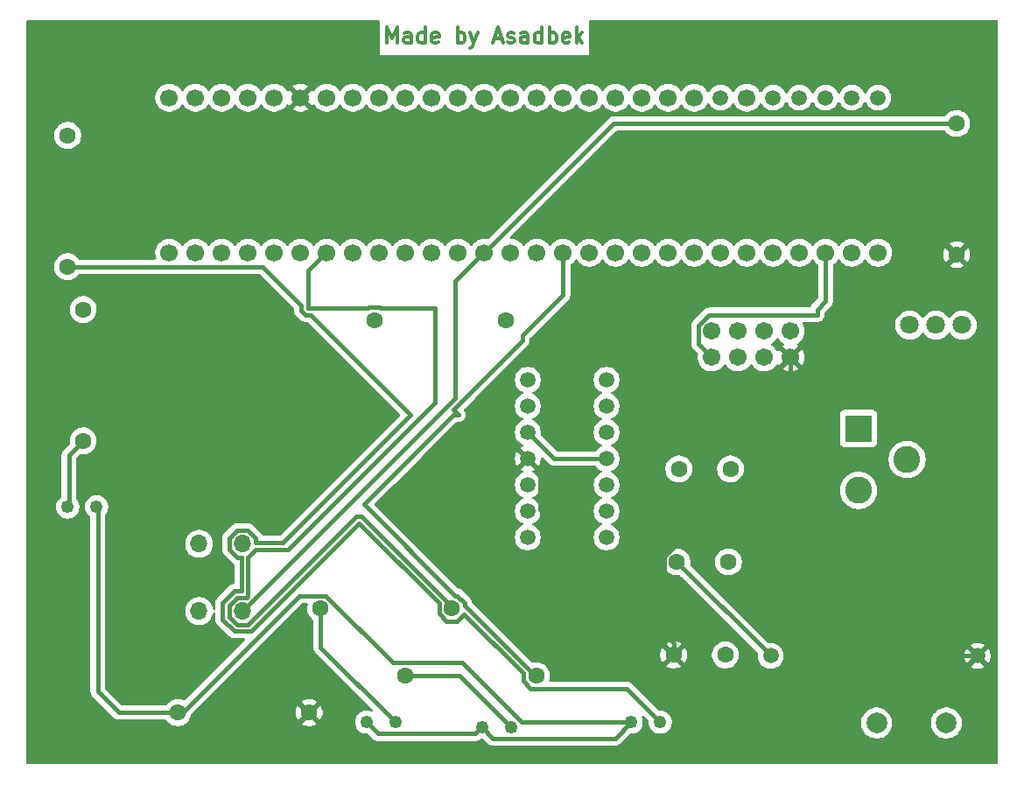
<source format=gbr>
%TF.GenerationSoftware,KiCad,Pcbnew,9.0.4*%
%TF.CreationDate,2025-11-19T22:25:03-07:00*%
%TF.ProjectId,PIC circuit,50494320-6369-4726-9375-69742e6b6963,rev?*%
%TF.SameCoordinates,Original*%
%TF.FileFunction,Copper,L1,Top*%
%TF.FilePolarity,Positive*%
%FSLAX46Y46*%
G04 Gerber Fmt 4.6, Leading zero omitted, Abs format (unit mm)*
G04 Created by KiCad (PCBNEW 9.0.4) date 2025-11-19 22:25:03*
%MOMM*%
%LPD*%
G01*
G04 APERTURE LIST*
%ADD10C,0.300000*%
%TA.AperFunction,NonConductor*%
%ADD11C,0.300000*%
%TD*%
%TA.AperFunction,ComponentPad*%
%ADD12C,2.600000*%
%TD*%
%TA.AperFunction,ComponentPad*%
%ADD13R,2.600000X2.600000*%
%TD*%
%TA.AperFunction,ComponentPad*%
%ADD14C,1.800000*%
%TD*%
%TA.AperFunction,ComponentPad*%
%ADD15C,1.600000*%
%TD*%
%TA.AperFunction,SMDPad,CuDef*%
%ADD16C,1.250000*%
%TD*%
%TA.AperFunction,ComponentPad*%
%ADD17C,1.500000*%
%TD*%
%TA.AperFunction,ComponentPad*%
%ADD18C,2.000000*%
%TD*%
%TA.AperFunction,ComponentPad*%
%ADD19C,1.701800*%
%TD*%
%TA.AperFunction,ComponentPad*%
%ADD20C,1.700000*%
%TD*%
%TA.AperFunction,ComponentPad*%
%ADD21O,1.700000X1.700000*%
%TD*%
%TA.AperFunction,Conductor*%
%ADD22C,0.381000*%
%TD*%
G04 APERTURE END LIST*
D10*
D11*
X139364510Y-60220828D02*
X139364510Y-58720828D01*
X139364510Y-58720828D02*
X139864510Y-59792257D01*
X139864510Y-59792257D02*
X140364510Y-58720828D01*
X140364510Y-58720828D02*
X140364510Y-60220828D01*
X141721654Y-60220828D02*
X141721654Y-59435114D01*
X141721654Y-59435114D02*
X141650225Y-59292257D01*
X141650225Y-59292257D02*
X141507368Y-59220828D01*
X141507368Y-59220828D02*
X141221654Y-59220828D01*
X141221654Y-59220828D02*
X141078796Y-59292257D01*
X141721654Y-60149400D02*
X141578796Y-60220828D01*
X141578796Y-60220828D02*
X141221654Y-60220828D01*
X141221654Y-60220828D02*
X141078796Y-60149400D01*
X141078796Y-60149400D02*
X141007368Y-60006542D01*
X141007368Y-60006542D02*
X141007368Y-59863685D01*
X141007368Y-59863685D02*
X141078796Y-59720828D01*
X141078796Y-59720828D02*
X141221654Y-59649400D01*
X141221654Y-59649400D02*
X141578796Y-59649400D01*
X141578796Y-59649400D02*
X141721654Y-59577971D01*
X143078797Y-60220828D02*
X143078797Y-58720828D01*
X143078797Y-60149400D02*
X142935939Y-60220828D01*
X142935939Y-60220828D02*
X142650225Y-60220828D01*
X142650225Y-60220828D02*
X142507368Y-60149400D01*
X142507368Y-60149400D02*
X142435939Y-60077971D01*
X142435939Y-60077971D02*
X142364511Y-59935114D01*
X142364511Y-59935114D02*
X142364511Y-59506542D01*
X142364511Y-59506542D02*
X142435939Y-59363685D01*
X142435939Y-59363685D02*
X142507368Y-59292257D01*
X142507368Y-59292257D02*
X142650225Y-59220828D01*
X142650225Y-59220828D02*
X142935939Y-59220828D01*
X142935939Y-59220828D02*
X143078797Y-59292257D01*
X144364511Y-60149400D02*
X144221654Y-60220828D01*
X144221654Y-60220828D02*
X143935940Y-60220828D01*
X143935940Y-60220828D02*
X143793082Y-60149400D01*
X143793082Y-60149400D02*
X143721654Y-60006542D01*
X143721654Y-60006542D02*
X143721654Y-59435114D01*
X143721654Y-59435114D02*
X143793082Y-59292257D01*
X143793082Y-59292257D02*
X143935940Y-59220828D01*
X143935940Y-59220828D02*
X144221654Y-59220828D01*
X144221654Y-59220828D02*
X144364511Y-59292257D01*
X144364511Y-59292257D02*
X144435940Y-59435114D01*
X144435940Y-59435114D02*
X144435940Y-59577971D01*
X144435940Y-59577971D02*
X143721654Y-59720828D01*
X146221653Y-60220828D02*
X146221653Y-58720828D01*
X146221653Y-59292257D02*
X146364511Y-59220828D01*
X146364511Y-59220828D02*
X146650225Y-59220828D01*
X146650225Y-59220828D02*
X146793082Y-59292257D01*
X146793082Y-59292257D02*
X146864511Y-59363685D01*
X146864511Y-59363685D02*
X146935939Y-59506542D01*
X146935939Y-59506542D02*
X146935939Y-59935114D01*
X146935939Y-59935114D02*
X146864511Y-60077971D01*
X146864511Y-60077971D02*
X146793082Y-60149400D01*
X146793082Y-60149400D02*
X146650225Y-60220828D01*
X146650225Y-60220828D02*
X146364511Y-60220828D01*
X146364511Y-60220828D02*
X146221653Y-60149400D01*
X147435939Y-59220828D02*
X147793082Y-60220828D01*
X148150225Y-59220828D02*
X147793082Y-60220828D01*
X147793082Y-60220828D02*
X147650225Y-60577971D01*
X147650225Y-60577971D02*
X147578796Y-60649400D01*
X147578796Y-60649400D02*
X147435939Y-60720828D01*
X149793082Y-59792257D02*
X150507368Y-59792257D01*
X149650225Y-60220828D02*
X150150225Y-58720828D01*
X150150225Y-58720828D02*
X150650225Y-60220828D01*
X151078796Y-60149400D02*
X151221653Y-60220828D01*
X151221653Y-60220828D02*
X151507367Y-60220828D01*
X151507367Y-60220828D02*
X151650224Y-60149400D01*
X151650224Y-60149400D02*
X151721653Y-60006542D01*
X151721653Y-60006542D02*
X151721653Y-59935114D01*
X151721653Y-59935114D02*
X151650224Y-59792257D01*
X151650224Y-59792257D02*
X151507367Y-59720828D01*
X151507367Y-59720828D02*
X151293082Y-59720828D01*
X151293082Y-59720828D02*
X151150224Y-59649400D01*
X151150224Y-59649400D02*
X151078796Y-59506542D01*
X151078796Y-59506542D02*
X151078796Y-59435114D01*
X151078796Y-59435114D02*
X151150224Y-59292257D01*
X151150224Y-59292257D02*
X151293082Y-59220828D01*
X151293082Y-59220828D02*
X151507367Y-59220828D01*
X151507367Y-59220828D02*
X151650224Y-59292257D01*
X153007368Y-60220828D02*
X153007368Y-59435114D01*
X153007368Y-59435114D02*
X152935939Y-59292257D01*
X152935939Y-59292257D02*
X152793082Y-59220828D01*
X152793082Y-59220828D02*
X152507368Y-59220828D01*
X152507368Y-59220828D02*
X152364510Y-59292257D01*
X153007368Y-60149400D02*
X152864510Y-60220828D01*
X152864510Y-60220828D02*
X152507368Y-60220828D01*
X152507368Y-60220828D02*
X152364510Y-60149400D01*
X152364510Y-60149400D02*
X152293082Y-60006542D01*
X152293082Y-60006542D02*
X152293082Y-59863685D01*
X152293082Y-59863685D02*
X152364510Y-59720828D01*
X152364510Y-59720828D02*
X152507368Y-59649400D01*
X152507368Y-59649400D02*
X152864510Y-59649400D01*
X152864510Y-59649400D02*
X153007368Y-59577971D01*
X154364511Y-60220828D02*
X154364511Y-58720828D01*
X154364511Y-60149400D02*
X154221653Y-60220828D01*
X154221653Y-60220828D02*
X153935939Y-60220828D01*
X153935939Y-60220828D02*
X153793082Y-60149400D01*
X153793082Y-60149400D02*
X153721653Y-60077971D01*
X153721653Y-60077971D02*
X153650225Y-59935114D01*
X153650225Y-59935114D02*
X153650225Y-59506542D01*
X153650225Y-59506542D02*
X153721653Y-59363685D01*
X153721653Y-59363685D02*
X153793082Y-59292257D01*
X153793082Y-59292257D02*
X153935939Y-59220828D01*
X153935939Y-59220828D02*
X154221653Y-59220828D01*
X154221653Y-59220828D02*
X154364511Y-59292257D01*
X155078796Y-60220828D02*
X155078796Y-58720828D01*
X155078796Y-59292257D02*
X155221654Y-59220828D01*
X155221654Y-59220828D02*
X155507368Y-59220828D01*
X155507368Y-59220828D02*
X155650225Y-59292257D01*
X155650225Y-59292257D02*
X155721654Y-59363685D01*
X155721654Y-59363685D02*
X155793082Y-59506542D01*
X155793082Y-59506542D02*
X155793082Y-59935114D01*
X155793082Y-59935114D02*
X155721654Y-60077971D01*
X155721654Y-60077971D02*
X155650225Y-60149400D01*
X155650225Y-60149400D02*
X155507368Y-60220828D01*
X155507368Y-60220828D02*
X155221654Y-60220828D01*
X155221654Y-60220828D02*
X155078796Y-60149400D01*
X157007368Y-60149400D02*
X156864511Y-60220828D01*
X156864511Y-60220828D02*
X156578797Y-60220828D01*
X156578797Y-60220828D02*
X156435939Y-60149400D01*
X156435939Y-60149400D02*
X156364511Y-60006542D01*
X156364511Y-60006542D02*
X156364511Y-59435114D01*
X156364511Y-59435114D02*
X156435939Y-59292257D01*
X156435939Y-59292257D02*
X156578797Y-59220828D01*
X156578797Y-59220828D02*
X156864511Y-59220828D01*
X156864511Y-59220828D02*
X157007368Y-59292257D01*
X157007368Y-59292257D02*
X157078797Y-59435114D01*
X157078797Y-59435114D02*
X157078797Y-59577971D01*
X157078797Y-59577971D02*
X156364511Y-59720828D01*
X157721653Y-60220828D02*
X157721653Y-58720828D01*
X157864511Y-59649400D02*
X158293082Y-60220828D01*
X158293082Y-59220828D02*
X157721653Y-59792257D01*
D12*
%TO.P,J1,3*%
%TO.N,N/C*%
X189700000Y-100500000D03*
%TO.P,J1,2*%
X185000000Y-103500000D03*
D13*
%TO.P,J1,1*%
X185000000Y-97500000D03*
%TD*%
D14*
%TO.P,U1,1,input*%
%TO.N,N/C*%
X189960000Y-87500000D03*
%TO.P,U1,2,ground*%
X192500000Y-87500000D03*
%TO.P,U1,3,output*%
X195040000Y-87500000D03*
%TD*%
D15*
%TO.P,R5,2*%
%TO.N,/RC3*%
X108500000Y-69150000D03*
%TO.P,R5,1*%
%TO.N,Net-(D4-A)*%
X108500000Y-81850000D03*
%TD*%
%TO.P,C3,2*%
%TO.N,Earth*%
X172120000Y-119420000D03*
%TO.P,C3,1*%
%TO.N,+5V*%
X167120000Y-119420000D03*
%TD*%
%TO.P,R1,1*%
%TO.N,/RA0*%
X138150000Y-87000000D03*
%TO.P,R1,2*%
%TO.N,Net-(MCP6004_RAD1-Vina-)*%
X150850000Y-87000000D03*
%TD*%
%TO.P,R3,1*%
%TO.N,+5V*%
X194500000Y-80700000D03*
%TO.P,R3,2*%
%TO.N,Net-(U2-RC6)*%
X194500000Y-68000000D03*
%TD*%
D16*
%TO.P,D1,1,K*%
%TO.N,Earth*%
X111300000Y-105100000D03*
%TO.P,D1,2,A*%
%TO.N,Net-(D1-A)*%
X108500000Y-105100000D03*
%TD*%
D15*
%TO.P,R6,1*%
%TO.N,Net-(D3-A)*%
X132960000Y-114920000D03*
%TO.P,R6,2*%
%TO.N,/RC2*%
X145660000Y-114920000D03*
%TD*%
D17*
%TO.P,F1,1*%
%TO.N,Net-(U1-output)*%
X176512500Y-119500000D03*
%TO.P,F1,2*%
%TO.N,+5V*%
X196512500Y-119500000D03*
%TD*%
D15*
%TO.P,C2,1*%
%TO.N,Net-(U1-output)*%
X167430000Y-110420000D03*
%TO.P,C2,2*%
%TO.N,Earth*%
X172430000Y-110420000D03*
%TD*%
D18*
%TO.P,TP1,1,1*%
%TO.N,Earth*%
X193500000Y-126000000D03*
%TD*%
D15*
%TO.P,R4,1*%
%TO.N,Net-(D5-A)*%
X141110000Y-121420000D03*
%TO.P,R4,2*%
%TO.N,/RA3*%
X153810000Y-121420000D03*
%TD*%
%TO.P,R2,1*%
%TO.N,Net-(D1-A)*%
X110000000Y-98700000D03*
%TO.P,R2,2*%
%TO.N,/RC4*%
X110000000Y-86000000D03*
%TD*%
D18*
%TO.P,TP2,1,1*%
%TO.N,+9V*%
X186762500Y-126000000D03*
%TD*%
D19*
%TO.P,J2,1,Pin_1*%
%TO.N,/TX*%
X170810000Y-90630200D03*
%TO.P,J2,2,Pin_2*%
%TO.N,/RX*%
X170810000Y-88090200D03*
%TO.P,J2,3,Pin_3*%
%TO.N,unconnected-(J2-Pin_3-Pad3)*%
X173350000Y-90630200D03*
%TO.P,J2,4,Pin_4*%
%TO.N,unconnected-(J2-Pin_4-Pad4)*%
X173350000Y-88090200D03*
%TO.P,J2,5,Pin_5*%
%TO.N,unconnected-(J2-Pin_5-Pad5)*%
X175890000Y-90630200D03*
%TO.P,J2,6,Pin_6*%
%TO.N,unconnected-(J2-Pin_6-Pad6)*%
X175890000Y-88090200D03*
%TO.P,J2,7,Pin_7*%
%TO.N,+5V*%
X178430000Y-90630200D03*
%TO.P,J2,8,Pin_8*%
%TO.N,Earth*%
X178430000Y-88090200D03*
%TD*%
D16*
%TO.P,D5,1,K*%
%TO.N,Earth*%
X148565000Y-126420000D03*
%TO.P,D5,2,A*%
%TO.N,Net-(D5-A)*%
X151365000Y-126420000D03*
%TD*%
D20*
%TO.P,U2,1,NC*%
%TO.N,unconnected-(U2-NC-Pad1)*%
X118320000Y-80500000D03*
%TO.P,U2,2,ID*%
%TO.N,unconnected-(U2-ID-Pad2)*%
X120860000Y-80500000D03*
%TO.P,U2,3,UART_TX/CDC_RX*%
%TO.N,unconnected-(U2-UART_TX{slash}CDC_RX-Pad3)*%
X123400000Y-80500000D03*
%TO.P,U2,4,UART_RX/CDC_TX*%
%TO.N,unconnected-(U2-UART_RX{slash}CDC_TX-Pad4)*%
X125940000Y-80500000D03*
%TO.P,U2,5,DBG1*%
%TO.N,unconnected-(U2-DBG1-Pad5)*%
X128480000Y-80500000D03*
%TO.P,U2,6,DBG2*%
%TO.N,unconnected-(U2-DBG2-Pad6)*%
X131020000Y-80500000D03*
%TO.P,U2,7,RC2*%
%TO.N,/RC2*%
X133560000Y-80500000D03*
%TO.P,U2,8,RC3*%
%TO.N,/RC3*%
X136100000Y-80500000D03*
%TO.P,U2,9,RB2*%
%TO.N,unconnected-(U2-RB2-Pad9)*%
X138640000Y-80500000D03*
%TO.P,U2,10,RB1*%
%TO.N,unconnected-(U2-RB1-Pad10)*%
X141180000Y-80500000D03*
%TO.P,U2,11,RC4*%
%TO.N,/RC4*%
X143720000Y-80500000D03*
%TO.P,U2,12,RC5*%
%TO.N,unconnected-(U2-RC5-Pad12)*%
X146260000Y-80500000D03*
%TO.P,U2,13,RC6*%
%TO.N,Net-(U2-RC6)*%
X148800000Y-80500000D03*
%TO.P,U2,14,RC4*%
%TO.N,unconnected-(U2-RC4-Pad14)*%
X151340000Y-80500000D03*
%TO.P,U2,15,GND*%
%TO.N,Earth*%
X153880000Y-80500000D03*
%TO.P,U2,16,RA3*%
%TO.N,/RA3*%
X156420000Y-80500000D03*
%TO.P,U2,17,RA4*%
%TO.N,unconnected-(U2-RA4-Pad17)*%
X158960000Y-80500000D03*
%TO.P,U2,18,RE2*%
%TO.N,unconnected-(U2-RE2-Pad18)*%
X161500000Y-80500000D03*
%TO.P,U2,19,RC7*%
%TO.N,unconnected-(U2-RC7-Pad19)*%
X164040000Y-80500000D03*
%TO.P,U2,20,RD0*%
%TO.N,unconnected-(U2-RD0-Pad20)*%
X166580000Y-80500000D03*
%TO.P,U2,21,RD1*%
%TO.N,unconnected-(U2-RD1-Pad21)*%
X169120000Y-80500000D03*
%TO.P,U2,22,RD2*%
%TO.N,unconnected-(U2-RD2-Pad22)*%
X171660000Y-80500000D03*
%TO.P,U2,23,RD3*%
%TO.N,unconnected-(U2-RD3-Pad23)*%
X174200000Y-80500000D03*
%TO.P,U2,24,GND*%
%TO.N,Earth*%
X176740000Y-80500000D03*
%TO.P,U2,25,RF0*%
%TO.N,/RX*%
X179280000Y-80500000D03*
%TO.P,U2,26,RF1*%
%TO.N,/TX*%
X181820000Y-80500000D03*
%TO.P,U2,27,RF2*%
%TO.N,unconnected-(U2-RF2-Pad27)*%
X184360000Y-80500000D03*
%TO.P,U2,28,RF3*%
%TO.N,unconnected-(U2-RF3-Pad28)*%
X186900000Y-80500000D03*
D17*
%TO.P,U2,29,RC0*%
%TO.N,unconnected-(U2-RC0-Pad29)*%
X186900000Y-65500000D03*
%TO.P,U2,30,RC1*%
%TO.N,unconnected-(U2-RC1-Pad30)*%
X184360000Y-65500000D03*
%TO.P,U2,31,RE0*%
%TO.N,unconnected-(U2-RE0-Pad31)*%
X181820000Y-65500000D03*
%TO.P,U2,32,RE1*%
%TO.N,unconnected-(U2-RE1-Pad32)*%
X179280000Y-65500000D03*
%TO.P,U2,33,GND*%
%TO.N,Earth*%
X176740000Y-65500000D03*
D20*
%TO.P,U2,34,RF4*%
%TO.N,unconnected-(U2-RF4-Pad34)*%
X174200000Y-65500000D03*
D17*
%TO.P,U2,35,RF5*%
%TO.N,unconnected-(U2-RF5-Pad35)*%
X171660000Y-65500000D03*
D20*
%TO.P,U2,36,RF6*%
%TO.N,unconnected-(U2-RF6-Pad36)*%
X169120000Y-65500000D03*
%TO.P,U2,37,RF7*%
%TO.N,unconnected-(U2-RF7-Pad37)*%
X166580000Y-65500000D03*
%TO.P,U2,38,RB5*%
%TO.N,unconnected-(U2-RB5-Pad38)*%
X164040000Y-65500000D03*
%TO.P,U2,39,RD5*%
%TO.N,unconnected-(U2-RD5-Pad39)*%
X161500000Y-65500000D03*
%TO.P,U2,40,RD6*%
%TO.N,unconnected-(U2-RD6-Pad40)*%
X158960000Y-65500000D03*
%TO.P,U2,41,RD7*%
%TO.N,unconnected-(U2-RD7-Pad41)*%
X156420000Y-65500000D03*
%TO.P,U2,42,GND*%
%TO.N,Earth*%
X153880000Y-65500000D03*
%TO.P,U2,43,RA0*%
%TO.N,/RA0*%
X151340000Y-65500000D03*
%TO.P,U2,44,RA1*%
%TO.N,unconnected-(U2-RA1-Pad44)*%
X148800000Y-65500000D03*
%TO.P,U2,45,RA2*%
%TO.N,unconnected-(U2-RA2-Pad45)*%
X146260000Y-65500000D03*
%TO.P,U2,46,RB0*%
%TO.N,unconnected-(U2-RB0-Pad46)*%
X143720000Y-65500000D03*
%TO.P,U2,47,RB3*%
%TO.N,unconnected-(U2-RB3-Pad47)*%
X141180000Y-65500000D03*
%TO.P,U2,48,RA5*%
%TO.N,unconnected-(U2-RA5-Pad48)*%
X138640000Y-65500000D03*
%TO.P,U2,49,RA6*%
%TO.N,unconnected-(U2-RA6-Pad49)*%
X136100000Y-65500000D03*
%TO.P,U2,50,RA7*%
%TO.N,unconnected-(U2-RA7-Pad50)*%
X133560000Y-65500000D03*
%TO.P,U2,51,VTG*%
%TO.N,+5V*%
X131020000Y-65500000D03*
%TO.P,U2,52,GND*%
%TO.N,Earth*%
X128480000Y-65500000D03*
%TO.P,U2,53,DBG0*%
%TO.N,unconnected-(U2-DBG0-Pad53)*%
X125940000Y-65500000D03*
%TO.P,U2,54,DBG3*%
%TO.N,unconnected-(U2-DBG3-Pad54)*%
X123400000Y-65500000D03*
%TO.P,U2,55,VOFF*%
%TO.N,Earth*%
X120860000Y-65500000D03*
%TO.P,U2,56,VBUS*%
%TO.N,unconnected-(U2-VBUS-Pad56)*%
X118320000Y-65500000D03*
%TD*%
D15*
%TO.P,R_sensor_RAD1,1*%
%TO.N,Earth*%
X119150000Y-125000000D03*
%TO.P,R_sensor_RAD1,2*%
%TO.N,+5V*%
X131850000Y-125000000D03*
%TD*%
%TO.P,C1,1*%
%TO.N,+9V*%
X167620000Y-101420000D03*
%TO.P,C1,2*%
%TO.N,Earth*%
X172620000Y-101420000D03*
%TD*%
D17*
%TO.P,MCP6004_RAD1,1,Vouta*%
%TO.N,/RA0*%
X153000000Y-92800000D03*
%TO.P,MCP6004_RAD1,2,Vina-*%
%TO.N,Net-(MCP6004_RAD1-Vina-)*%
X153000000Y-95340000D03*
%TO.P,MCP6004_RAD1,3,Vina+*%
%TO.N,Earth*%
X153000000Y-97880000D03*
%TO.P,MCP6004_RAD1,4,Vdd*%
%TO.N,+5V*%
X153000000Y-100420000D03*
%TO.P,MCP6004_RAD1,5,Vinb+*%
%TO.N,unconnected-(MCP6004_RAD1-Vinb+-Pad5)*%
X153000000Y-102960000D03*
%TO.P,MCP6004_RAD1,6,Vinb-*%
%TO.N,unconnected-(MCP6004_RAD1-Vinb--Pad6)*%
X153000000Y-105500000D03*
%TO.P,MCP6004_RAD1,7,Voutb*%
%TO.N,unconnected-(MCP6004_RAD1-Voutb-Pad7)*%
X153000000Y-108040000D03*
%TO.P,MCP6004_RAD1,8,Voutc*%
%TO.N,unconnected-(MCP6004_RAD1-Voutc-Pad8)*%
X160620000Y-108040000D03*
%TO.P,MCP6004_RAD1,9,Vinc-*%
%TO.N,unconnected-(MCP6004_RAD1-Vinc--Pad9)*%
X160620000Y-105500000D03*
%TO.P,MCP6004_RAD1,10,Vinc+*%
%TO.N,unconnected-(MCP6004_RAD1-Vinc+-Pad10)*%
X160620000Y-102960000D03*
%TO.P,MCP6004_RAD1,11,Vss*%
%TO.N,Earth*%
X160620000Y-100420000D03*
%TO.P,MCP6004_RAD1,12,Vind+*%
%TO.N,unconnected-(MCP6004_RAD1-Vind+-Pad12)*%
X160620000Y-97880000D03*
%TO.P,MCP6004_RAD1,13,Vind*%
%TO.N,unconnected-(MCP6004_RAD1-Vind-Pad13)*%
X160620000Y-95340000D03*
%TO.P,MCP6004_RAD1,14,Voutd*%
%TO.N,unconnected-(MCP6004_RAD1-Voutd-Pad14)*%
X160620000Y-92800000D03*
%TD*%
D16*
%TO.P,D3,1,K*%
%TO.N,Earth*%
X137410000Y-125920000D03*
%TO.P,D3,2,A*%
%TO.N,Net-(D3-A)*%
X140210000Y-125920000D03*
%TD*%
%TO.P,D4,1,K*%
%TO.N,Earth*%
X163010000Y-125920000D03*
%TO.P,D4,2,A*%
%TO.N,Net-(D4-A)*%
X165810000Y-125920000D03*
%TD*%
D21*
%TO.P,SW1,1,1*%
%TO.N,Earth*%
X121210000Y-115170000D03*
%TO.P,SW1,2,2*%
%TO.N,Net-(U2-RC6)*%
X125410000Y-115170000D03*
%TO.P,SW1,3*%
%TO.N,N/C*%
X125410000Y-108670000D03*
%TO.P,SW1,4*%
X121210000Y-108670000D03*
%TD*%
D22*
%TO.N,Net-(D4-A)*%
X125310614Y-109965500D02*
X124873386Y-109965500D01*
X123478500Y-114369946D02*
X124609946Y-113238500D01*
X152564500Y-121935903D02*
X152564500Y-121185343D01*
X152564500Y-121185343D02*
X146860280Y-115481123D01*
X131475060Y-86498675D02*
X131102500Y-86126115D01*
X124873386Y-109965500D02*
X124114500Y-109206614D01*
X126705500Y-108133386D02*
X126705500Y-108570614D01*
X131998675Y-86498675D02*
X131475060Y-86498675D01*
X162555500Y-122665500D02*
X153294097Y-122665500D01*
X153294097Y-122665500D02*
X152564500Y-121935903D01*
X126210054Y-117101500D02*
X124609946Y-117101500D01*
X165810000Y-125920000D02*
X162555500Y-122665500D01*
X146175903Y-116165500D02*
X145144097Y-116165500D01*
X145144097Y-116165500D02*
X144414500Y-115435903D01*
X141674223Y-96174223D02*
X131998675Y-86498675D01*
X144414500Y-115435903D02*
X144414500Y-114414500D01*
X136655777Y-106655777D02*
X126210054Y-117101500D01*
X144414500Y-114414500D02*
X136655777Y-106655777D01*
X127350000Y-81850000D02*
X108500000Y-81850000D01*
X124609946Y-117101500D02*
X123478500Y-115970054D01*
X146860280Y-115481123D02*
X146175903Y-116165500D01*
X125946614Y-107374500D02*
X126705500Y-108133386D01*
X123478500Y-115970054D02*
X123478500Y-114369946D01*
X124609946Y-113238500D02*
X125310614Y-113238500D01*
X125310614Y-113238500D02*
X125310614Y-109965500D01*
X124873386Y-107374500D02*
X125946614Y-107374500D01*
X124114500Y-109206614D02*
X124114500Y-108133386D01*
X124114500Y-108133386D02*
X124873386Y-107374500D01*
X126705500Y-108570614D02*
X129277832Y-108570614D01*
X131102500Y-86126115D02*
X131102500Y-85602500D01*
X129277832Y-108570614D02*
X141674223Y-96174223D01*
X131102500Y-85602500D02*
X127350000Y-81850000D01*
%TO.N,/RC2*%
X138665903Y-85754500D02*
X137634097Y-85754500D01*
X145500000Y-114600560D02*
X136919217Y-106019777D01*
X124873386Y-116465500D02*
X124114500Y-115706614D01*
X125806060Y-113874500D02*
X125946614Y-113733946D01*
X125946614Y-116465500D02*
X124873386Y-116465500D01*
X124114500Y-115706614D02*
X124114500Y-114633386D01*
X124114500Y-114633386D02*
X124873386Y-113874500D01*
X145660000Y-114920000D02*
X145580000Y-114920000D01*
X124873386Y-113874500D02*
X125806060Y-113874500D01*
X125946614Y-109965500D02*
X126705500Y-109206614D01*
X125946614Y-113733946D02*
X125946614Y-109965500D01*
X144000000Y-95029606D02*
X144000000Y-85862675D01*
X137525922Y-85862675D02*
X131738500Y-85862675D01*
X144000000Y-85862675D02*
X138774078Y-85862675D01*
X136919217Y-106019777D02*
X136392337Y-106019777D01*
X129822992Y-109206614D02*
X144000000Y-95029606D01*
X138774078Y-85862675D02*
X138665903Y-85754500D01*
X126705500Y-109206614D02*
X129822992Y-109206614D01*
X131738500Y-85862675D02*
X131738500Y-82251500D01*
X136392337Y-106019777D02*
X125946614Y-116465500D01*
X145500000Y-115000000D02*
X145500000Y-114600560D01*
X131738500Y-82251500D02*
X133570000Y-80420000D01*
X137634097Y-85754500D02*
X137525922Y-85862675D01*
X145580000Y-114920000D02*
X145500000Y-115000000D01*
%TO.N,/RA3*%
X156430000Y-80420000D02*
X156430000Y-84570000D01*
X156430000Y-84570000D02*
X152504807Y-88495193D01*
X152504807Y-88495193D02*
X152504807Y-88995193D01*
X147500000Y-93995346D02*
X147500000Y-94000000D01*
X152504807Y-88995193D02*
X147504654Y-93995346D01*
X145815500Y-95684500D02*
X146315500Y-96184500D01*
X147504654Y-93995346D02*
X147500000Y-93995346D01*
X146315500Y-96184500D02*
X145815500Y-96184500D01*
X145815500Y-96184500D02*
X137139298Y-104860701D01*
X147500000Y-94000000D02*
X145815500Y-95684500D01*
X137139298Y-104860701D02*
X145953097Y-113674500D01*
X153698597Y-121420000D02*
X153810000Y-121420000D01*
X145953097Y-113674500D02*
X146175903Y-113674500D01*
X146175903Y-113674500D02*
X146905500Y-114404097D01*
X146905500Y-114404097D02*
X146905500Y-114626903D01*
X146905500Y-114626903D02*
X153698597Y-121420000D01*
%TO.N,+5V*%
X131850000Y-125000000D02*
X134770000Y-127920000D01*
X134770000Y-127920000D02*
X134810000Y-127920000D01*
%TO.N,Earth*%
X111400000Y-105100000D02*
X111400000Y-122900000D01*
X111400000Y-122900000D02*
X113500000Y-125000000D01*
X113500000Y-125000000D02*
X119610994Y-125000000D01*
X119610994Y-125000000D02*
X130936494Y-113674500D01*
X130936494Y-113674500D02*
X133475903Y-113674500D01*
X133475903Y-113674500D02*
X139975903Y-120174500D01*
X139975903Y-120174500D02*
X146633416Y-120174500D01*
X146633416Y-120174500D02*
X152378916Y-125920000D01*
X152378916Y-125920000D02*
X163010000Y-125920000D01*
%TO.N,+5V*%
X134810000Y-128920000D02*
X177000000Y-128920000D01*
X134810000Y-127920000D02*
X134810000Y-128920000D01*
%TO.N,Net-(U2-RC6)*%
X194500000Y-68000000D02*
X161300000Y-68000000D01*
X161300000Y-68000000D02*
X148800000Y-80500000D01*
%TO.N,/TX*%
X181830000Y-85170000D02*
X181820000Y-85160000D01*
X181820000Y-85160000D02*
X181820000Y-80500000D01*
X170566813Y-86500000D02*
X181000000Y-86500000D01*
X169513600Y-89333800D02*
X169513600Y-87553213D01*
X169513600Y-87553213D02*
X170566813Y-86500000D01*
X170810000Y-90630200D02*
X169513600Y-89333800D01*
X181000000Y-86500000D02*
X181000000Y-86000000D01*
X181000000Y-86000000D02*
X181830000Y-85170000D01*
%TO.N,+5V*%
X178430000Y-90630200D02*
X178430000Y-97658597D01*
X178430000Y-97658597D02*
X166184500Y-109904097D01*
X166184500Y-118484500D02*
X167120000Y-119420000D01*
X166184500Y-109904097D02*
X166184500Y-118484500D01*
X177000000Y-128920000D02*
X177466036Y-128920000D01*
X186420000Y-119500000D02*
X196512500Y-119500000D01*
X177000000Y-128920000D02*
X186420000Y-119500000D01*
%TO.N,Net-(U2-RC6)*%
X148810000Y-80420000D02*
X145970000Y-83260000D01*
X145970000Y-83260000D02*
X145970000Y-93420000D01*
%TO.N,Earth*%
X160620000Y-100420000D02*
X155540000Y-100420000D01*
X163010000Y-125920000D02*
X161439500Y-127490500D01*
X138535000Y-127045000D02*
X137410000Y-125920000D01*
X149635500Y-127490500D02*
X148565000Y-126420000D01*
X148565000Y-126420000D02*
X147940000Y-127045000D01*
X147940000Y-127045000D02*
X138535000Y-127045000D01*
X161439500Y-127490500D02*
X149635500Y-127490500D01*
X155540000Y-100420000D02*
X153000000Y-97880000D01*
%TO.N,Net-(U1-output)*%
X176510000Y-119500000D02*
X167430000Y-110420000D01*
X176555000Y-119500000D02*
X176510000Y-119500000D01*
%TO.N,+5V*%
X167120000Y-119420000D02*
X167120000Y-118288630D01*
X154195500Y-101615500D02*
X153000000Y-100420000D01*
X154195500Y-105364130D02*
X154195500Y-101615500D01*
X167120000Y-118288630D02*
X154195500Y-105364130D01*
%TO.N,Net-(D3-A)*%
X132960000Y-118670000D02*
X132960000Y-114920000D01*
X140210000Y-125920000D02*
X132960000Y-118670000D01*
%TO.N,Net-(D5-A)*%
X151365000Y-126420000D02*
X146365000Y-121420000D01*
X146365000Y-121420000D02*
X141110000Y-121420000D01*
%TO.N,Net-(U2-RC6)*%
X145970000Y-94610000D02*
X125410000Y-115170000D01*
X145970000Y-93420000D02*
X145970000Y-94610000D01*
%TO.N,Net-(D1-A)*%
X108600000Y-105100000D02*
X108600000Y-100100000D01*
X108600000Y-100100000D02*
X110000000Y-98700000D01*
%TD*%
%TA.AperFunction,Conductor*%
%TO.N,+5V*%
G36*
X177231443Y-88746181D02*
G01*
X177270485Y-88791239D01*
X177274179Y-88798488D01*
X177399210Y-88970578D01*
X177549622Y-89120990D01*
X177721712Y-89246021D01*
X177729508Y-89249993D01*
X177780306Y-89297965D01*
X177797104Y-89365785D01*
X177774570Y-89431921D01*
X177729519Y-89470962D01*
X177721977Y-89474805D01*
X177721973Y-89474807D01*
X177667637Y-89514283D01*
X177667637Y-89514284D01*
X178383554Y-90230200D01*
X178377339Y-90230200D01*
X178275606Y-90257459D01*
X178184394Y-90310120D01*
X178109920Y-90384594D01*
X178057259Y-90475806D01*
X178030000Y-90577539D01*
X178030000Y-90583753D01*
X177314084Y-89867837D01*
X177314083Y-89867837D01*
X177274607Y-89922173D01*
X177274605Y-89922177D01*
X177270762Y-89929719D01*
X177222784Y-89980512D01*
X177154963Y-89997304D01*
X177088829Y-89974763D01*
X177049793Y-89929708D01*
X177049515Y-89929163D01*
X177045821Y-89921912D01*
X176920790Y-89749822D01*
X176770378Y-89599410D01*
X176598288Y-89474379D01*
X176591039Y-89470685D01*
X176540243Y-89422714D01*
X176523446Y-89354893D01*
X176545981Y-89288757D01*
X176591040Y-89249714D01*
X176598288Y-89246021D01*
X176770378Y-89120990D01*
X176920790Y-88970578D01*
X177045821Y-88798488D01*
X177049514Y-88791239D01*
X177097486Y-88740443D01*
X177165307Y-88723646D01*
X177231443Y-88746181D01*
G37*
%TD.AperFunction*%
%TA.AperFunction,Conductor*%
G36*
X138650888Y-58020185D02*
G01*
X138696643Y-58072989D01*
X138707849Y-58124500D01*
X138707849Y-61378053D01*
X158951244Y-61378053D01*
X158951244Y-58124500D01*
X158970929Y-58057461D01*
X159023733Y-58011706D01*
X159075244Y-58000500D01*
X198375500Y-58000500D01*
X198442539Y-58020185D01*
X198488294Y-58072989D01*
X198499500Y-58124500D01*
X198499500Y-129875500D01*
X198479815Y-129942539D01*
X198427011Y-129988294D01*
X198375500Y-129999500D01*
X104624500Y-129999500D01*
X104557461Y-129979815D01*
X104511706Y-129927011D01*
X104500500Y-129875500D01*
X104500500Y-105011421D01*
X107374500Y-105011421D01*
X107374500Y-105188578D01*
X107402214Y-105363556D01*
X107456956Y-105532039D01*
X107456957Y-105532042D01*
X107490780Y-105598422D01*
X107537386Y-105689890D01*
X107641517Y-105833214D01*
X107766786Y-105958483D01*
X107910110Y-106062614D01*
X107944230Y-106079999D01*
X108067957Y-106143042D01*
X108067960Y-106143043D01*
X108152201Y-106170414D01*
X108236445Y-106197786D01*
X108411421Y-106225500D01*
X108411422Y-106225500D01*
X108588578Y-106225500D01*
X108588579Y-106225500D01*
X108763555Y-106197786D01*
X108932042Y-106143042D01*
X109089890Y-106062614D01*
X109233214Y-105958483D01*
X109358483Y-105833214D01*
X109462614Y-105689890D01*
X109543042Y-105532042D01*
X109597786Y-105363555D01*
X109625500Y-105188579D01*
X109625500Y-105011421D01*
X109597786Y-104836445D01*
X109550106Y-104689699D01*
X109543043Y-104667960D01*
X109543042Y-104667957D01*
X109502061Y-104587529D01*
X109462614Y-104510110D01*
X109358483Y-104366786D01*
X109327319Y-104335622D01*
X109293834Y-104274299D01*
X109291000Y-104247941D01*
X109291000Y-100437583D01*
X109310685Y-100370544D01*
X109327315Y-100349906D01*
X109662253Y-100014967D01*
X109723576Y-99981483D01*
X109769332Y-99980176D01*
X109897648Y-100000500D01*
X109897649Y-100000500D01*
X110102351Y-100000500D01*
X110102352Y-100000500D01*
X110304534Y-99968477D01*
X110499219Y-99905220D01*
X110681610Y-99812287D01*
X110795044Y-99729873D01*
X110847213Y-99691971D01*
X110847215Y-99691968D01*
X110847219Y-99691966D01*
X110991966Y-99547219D01*
X110991968Y-99547215D01*
X110991971Y-99547213D01*
X111050850Y-99466172D01*
X111112287Y-99381610D01*
X111205220Y-99199219D01*
X111268477Y-99004534D01*
X111300500Y-98802352D01*
X111300500Y-98597648D01*
X111268477Y-98395466D01*
X111205220Y-98200781D01*
X111205218Y-98200778D01*
X111205218Y-98200776D01*
X111160351Y-98112721D01*
X111112287Y-98018390D01*
X111083243Y-97978414D01*
X110991971Y-97852786D01*
X110847213Y-97708028D01*
X110681613Y-97587715D01*
X110681612Y-97587714D01*
X110681610Y-97587713D01*
X110624653Y-97558691D01*
X110499223Y-97494781D01*
X110304534Y-97431522D01*
X110129995Y-97403878D01*
X110102352Y-97399500D01*
X109897648Y-97399500D01*
X109873329Y-97403351D01*
X109695465Y-97431522D01*
X109500776Y-97494781D01*
X109318386Y-97587715D01*
X109152786Y-97708028D01*
X109008028Y-97852786D01*
X108887715Y-98018386D01*
X108794781Y-98200776D01*
X108731522Y-98395465D01*
X108709358Y-98535405D01*
X108699500Y-98597648D01*
X108699500Y-98802352D01*
X108711954Y-98880986D01*
X108719823Y-98930666D01*
X108710868Y-98999960D01*
X108685031Y-99037745D01*
X108063266Y-99659510D01*
X108022480Y-99720552D01*
X107993052Y-99764595D01*
X107991240Y-99767306D01*
X107987644Y-99772687D01*
X107987643Y-99772689D01*
X107935555Y-99898442D01*
X107935553Y-99898448D01*
X107909000Y-100031939D01*
X107909000Y-104075010D01*
X107889315Y-104142049D01*
X107857887Y-104175327D01*
X107766786Y-104241516D01*
X107641519Y-104366783D01*
X107641519Y-104366784D01*
X107641517Y-104366786D01*
X107596796Y-104428338D01*
X107537386Y-104510109D01*
X107456957Y-104667957D01*
X107456956Y-104667960D01*
X107402214Y-104836443D01*
X107374500Y-105011421D01*
X104500500Y-105011421D01*
X104500500Y-85897648D01*
X108699500Y-85897648D01*
X108699500Y-86102351D01*
X108731522Y-86304534D01*
X108794781Y-86499223D01*
X108887715Y-86681613D01*
X109008028Y-86847213D01*
X109152786Y-86991971D01*
X109307749Y-87104556D01*
X109318390Y-87112287D01*
X109418155Y-87163120D01*
X109500776Y-87205218D01*
X109500778Y-87205218D01*
X109500781Y-87205220D01*
X109548516Y-87220730D01*
X109695465Y-87268477D01*
X109736719Y-87275011D01*
X109897648Y-87300500D01*
X109897649Y-87300500D01*
X110102351Y-87300500D01*
X110102352Y-87300500D01*
X110304534Y-87268477D01*
X110499219Y-87205220D01*
X110681610Y-87112287D01*
X110787427Y-87035407D01*
X110847213Y-86991971D01*
X110847215Y-86991968D01*
X110847219Y-86991966D01*
X110991966Y-86847219D01*
X110991968Y-86847215D01*
X110991971Y-86847213D01*
X111048127Y-86769920D01*
X111112287Y-86681610D01*
X111205220Y-86499219D01*
X111268477Y-86304534D01*
X111300500Y-86102352D01*
X111300500Y-85897648D01*
X111298926Y-85887713D01*
X111268477Y-85695465D01*
X111224303Y-85559513D01*
X111205220Y-85500781D01*
X111205218Y-85500778D01*
X111205218Y-85500776D01*
X111139380Y-85371563D01*
X111112287Y-85318390D01*
X111104556Y-85307749D01*
X110991971Y-85152786D01*
X110847213Y-85008028D01*
X110681613Y-84887715D01*
X110681612Y-84887714D01*
X110681610Y-84887713D01*
X110592708Y-84842415D01*
X110499223Y-84794781D01*
X110304534Y-84731522D01*
X110129995Y-84703878D01*
X110102352Y-84699500D01*
X109897648Y-84699500D01*
X109873329Y-84703351D01*
X109695465Y-84731522D01*
X109500776Y-84794781D01*
X109318386Y-84887715D01*
X109152786Y-85008028D01*
X109008028Y-85152786D01*
X108887715Y-85318386D01*
X108794781Y-85500776D01*
X108731522Y-85695465D01*
X108699500Y-85897648D01*
X104500500Y-85897648D01*
X104500500Y-81747648D01*
X107199500Y-81747648D01*
X107199500Y-81952351D01*
X107231522Y-82154534D01*
X107294781Y-82349223D01*
X107387715Y-82531613D01*
X107508028Y-82697213D01*
X107652786Y-82841971D01*
X107807749Y-82954556D01*
X107818390Y-82962287D01*
X107934607Y-83021503D01*
X108000776Y-83055218D01*
X108000778Y-83055218D01*
X108000781Y-83055220D01*
X108105137Y-83089127D01*
X108195465Y-83118477D01*
X108296557Y-83134488D01*
X108397648Y-83150500D01*
X108397649Y-83150500D01*
X108602351Y-83150500D01*
X108602352Y-83150500D01*
X108804534Y-83118477D01*
X108999219Y-83055220D01*
X109181610Y-82962287D01*
X109274590Y-82894732D01*
X109347213Y-82841971D01*
X109347215Y-82841968D01*
X109347219Y-82841966D01*
X109491966Y-82697219D01*
X109568327Y-82592115D01*
X109623657Y-82549449D01*
X109668646Y-82541000D01*
X127012416Y-82541000D01*
X127079455Y-82560685D01*
X127100097Y-82577319D01*
X130375181Y-85852403D01*
X130408666Y-85913726D01*
X130411500Y-85940084D01*
X130411500Y-86194175D01*
X130436208Y-86318384D01*
X130436209Y-86318394D01*
X130436210Y-86318394D01*
X130438054Y-86327670D01*
X130438056Y-86327675D01*
X130490144Y-86453427D01*
X130565763Y-86566600D01*
X130565769Y-86566607D01*
X131034569Y-87035407D01*
X131034573Y-87035410D01*
X131147741Y-87111027D01*
X131147745Y-87111029D01*
X131147748Y-87111031D01*
X131273502Y-87163120D01*
X131292499Y-87166898D01*
X131318384Y-87172047D01*
X131407001Y-87189675D01*
X131407002Y-87189675D01*
X131661091Y-87189675D01*
X131728130Y-87209360D01*
X131748772Y-87225994D01*
X140609320Y-96086542D01*
X140642805Y-96147865D01*
X140637821Y-96217557D01*
X140609320Y-96261904D01*
X129027929Y-107843295D01*
X128966606Y-107876780D01*
X128940248Y-107879614D01*
X127431171Y-107879614D01*
X127364132Y-107859929D01*
X127326255Y-107821709D01*
X127320639Y-107812795D01*
X127317856Y-107806075D01*
X127293417Y-107769500D01*
X127242235Y-107692900D01*
X127242234Y-107692899D01*
X127242233Y-107692897D01*
X127242230Y-107692894D01*
X126387106Y-106837769D01*
X126387099Y-106837763D01*
X126273926Y-106762144D01*
X126273923Y-106762142D01*
X126148175Y-106710056D01*
X126148165Y-106710053D01*
X126014674Y-106683500D01*
X126014672Y-106683500D01*
X124805328Y-106683500D01*
X124805326Y-106683500D01*
X124671834Y-106710053D01*
X124671824Y-106710056D01*
X124546081Y-106762140D01*
X124546068Y-106762147D01*
X124432900Y-106837764D01*
X124432896Y-106837767D01*
X123577769Y-107692893D01*
X123577763Y-107692900D01*
X123512746Y-107790207D01*
X123512745Y-107790210D01*
X123502145Y-107806072D01*
X123502140Y-107806081D01*
X123450056Y-107931824D01*
X123450053Y-107931834D01*
X123423500Y-108065325D01*
X123423500Y-109274673D01*
X123439109Y-109353144D01*
X123439109Y-109353145D01*
X123450052Y-109408164D01*
X123450055Y-109408173D01*
X123502142Y-109533923D01*
X123502144Y-109533926D01*
X123577763Y-109647099D01*
X123577769Y-109647106D01*
X124432896Y-110502232D01*
X124432904Y-110502238D01*
X124546064Y-110577849D01*
X124546066Y-110577850D01*
X124546075Y-110577856D01*
X124546084Y-110577859D01*
X124551446Y-110580726D01*
X124550458Y-110582574D01*
X124597451Y-110620423D01*
X124619534Y-110686711D01*
X124619614Y-110691170D01*
X124619614Y-112430274D01*
X124599929Y-112497313D01*
X124547125Y-112543068D01*
X124519807Y-112551891D01*
X124408393Y-112574053D01*
X124408384Y-112574056D01*
X124282636Y-112626142D01*
X124282633Y-112626144D01*
X124169460Y-112701763D01*
X124169453Y-112701769D01*
X122941768Y-113929454D01*
X122884913Y-114014546D01*
X122884912Y-114014546D01*
X122866145Y-114042632D01*
X122866141Y-114042639D01*
X122814056Y-114168384D01*
X122814053Y-114168394D01*
X122787500Y-114301885D01*
X122787500Y-114921368D01*
X122767815Y-114988407D01*
X122715011Y-115034162D01*
X122645853Y-115044106D01*
X122582297Y-115015081D01*
X122544523Y-114956303D01*
X122541027Y-114940766D01*
X122527246Y-114853760D01*
X122527246Y-114853757D01*
X122461557Y-114651588D01*
X122365051Y-114462184D01*
X122365049Y-114462181D01*
X122365048Y-114462179D01*
X122240109Y-114290213D01*
X122089786Y-114139890D01*
X121917820Y-114014951D01*
X121728414Y-113918444D01*
X121728413Y-113918443D01*
X121728412Y-113918443D01*
X121526243Y-113852754D01*
X121526241Y-113852753D01*
X121526240Y-113852753D01*
X121364957Y-113827208D01*
X121316287Y-113819500D01*
X121103713Y-113819500D01*
X121055042Y-113827208D01*
X120893760Y-113852753D01*
X120691585Y-113918444D01*
X120502179Y-114014951D01*
X120330213Y-114139890D01*
X120179890Y-114290213D01*
X120054951Y-114462179D01*
X119958444Y-114651585D01*
X119892753Y-114853760D01*
X119859500Y-115063713D01*
X119859500Y-115276286D01*
X119892753Y-115486239D01*
X119892753Y-115486241D01*
X119892754Y-115486243D01*
X119930239Y-115601610D01*
X119958444Y-115688414D01*
X120054951Y-115877820D01*
X120179890Y-116049786D01*
X120330213Y-116200109D01*
X120502179Y-116325048D01*
X120502181Y-116325049D01*
X120502184Y-116325051D01*
X120691588Y-116421557D01*
X120893757Y-116487246D01*
X121103713Y-116520500D01*
X121103714Y-116520500D01*
X121316286Y-116520500D01*
X121316287Y-116520500D01*
X121526243Y-116487246D01*
X121728412Y-116421557D01*
X121917816Y-116325051D01*
X121955926Y-116297363D01*
X122089786Y-116200109D01*
X122089788Y-116200106D01*
X122089792Y-116200104D01*
X122240104Y-116049792D01*
X122240106Y-116049788D01*
X122240109Y-116049786D01*
X122365048Y-115877820D01*
X122365047Y-115877820D01*
X122365051Y-115877816D01*
X122461557Y-115688412D01*
X122527246Y-115486243D01*
X122541027Y-115399232D01*
X122570956Y-115336099D01*
X122630267Y-115299167D01*
X122700130Y-115300165D01*
X122758363Y-115338775D01*
X122786477Y-115402738D01*
X122787500Y-115418631D01*
X122787500Y-116038112D01*
X122799302Y-116097442D01*
X122814055Y-116171611D01*
X122814056Y-116171613D01*
X122814056Y-116171615D01*
X122866142Y-116297363D01*
X122866144Y-116297366D01*
X122941763Y-116410539D01*
X122941769Y-116410546D01*
X124169453Y-117638230D01*
X124169460Y-117638236D01*
X124282633Y-117713855D01*
X124282636Y-117713857D01*
X124408384Y-117765943D01*
X124408389Y-117765945D01*
X124408393Y-117765945D01*
X124408394Y-117765946D01*
X124541885Y-117792500D01*
X124541888Y-117792500D01*
X125541911Y-117792500D01*
X125608950Y-117812185D01*
X125654705Y-117864989D01*
X125664649Y-117934147D01*
X125635624Y-117997703D01*
X125629592Y-118004181D01*
X119838639Y-123795131D01*
X119777316Y-123828616D01*
X119707624Y-123823632D01*
X119694663Y-123817935D01*
X119649223Y-123794781D01*
X119454534Y-123731522D01*
X119279995Y-123703878D01*
X119252352Y-123699500D01*
X119047648Y-123699500D01*
X119023329Y-123703351D01*
X118845465Y-123731522D01*
X118650776Y-123794781D01*
X118468386Y-123887715D01*
X118302786Y-124008028D01*
X118158030Y-124152784D01*
X118081673Y-124257884D01*
X118026343Y-124300551D01*
X117981354Y-124309000D01*
X113837584Y-124309000D01*
X113770545Y-124289315D01*
X113749903Y-124272681D01*
X112127319Y-122650097D01*
X112093834Y-122588774D01*
X112091000Y-122562416D01*
X112091000Y-108563713D01*
X119859500Y-108563713D01*
X119859500Y-108776287D01*
X119892754Y-108986243D01*
X119932810Y-109109523D01*
X119958444Y-109188414D01*
X120054951Y-109377820D01*
X120179890Y-109549786D01*
X120330213Y-109700109D01*
X120502179Y-109825048D01*
X120502181Y-109825049D01*
X120502184Y-109825051D01*
X120691588Y-109921557D01*
X120893757Y-109987246D01*
X121103713Y-110020500D01*
X121103714Y-110020500D01*
X121316286Y-110020500D01*
X121316287Y-110020500D01*
X121526243Y-109987246D01*
X121728412Y-109921557D01*
X121917816Y-109825051D01*
X121939789Y-109809086D01*
X122089786Y-109700109D01*
X122089788Y-109700106D01*
X122089792Y-109700104D01*
X122240104Y-109549792D01*
X122240106Y-109549788D01*
X122240109Y-109549786D01*
X122365048Y-109377820D01*
X122365047Y-109377820D01*
X122365051Y-109377816D01*
X122461557Y-109188412D01*
X122527246Y-108986243D01*
X122560500Y-108776287D01*
X122560500Y-108563713D01*
X122527246Y-108353757D01*
X122461557Y-108151588D01*
X122365051Y-107962184D01*
X122365049Y-107962181D01*
X122365048Y-107962179D01*
X122240106Y-107790210D01*
X122089786Y-107639890D01*
X121917820Y-107514951D01*
X121728414Y-107418444D01*
X121728413Y-107418443D01*
X121728412Y-107418443D01*
X121526243Y-107352754D01*
X121526241Y-107352753D01*
X121526240Y-107352753D01*
X121364957Y-107327208D01*
X121316287Y-107319500D01*
X121103713Y-107319500D01*
X121055042Y-107327208D01*
X120893760Y-107352753D01*
X120691585Y-107418444D01*
X120502179Y-107514951D01*
X120330213Y-107639890D01*
X120330209Y-107639894D01*
X120179897Y-107790207D01*
X120179894Y-107790210D01*
X120054951Y-107962179D01*
X119958444Y-108151585D01*
X119892753Y-108353760D01*
X119866419Y-108520029D01*
X119859500Y-108563713D01*
X112091000Y-108563713D01*
X112091000Y-105952059D01*
X112110685Y-105885020D01*
X112127319Y-105864378D01*
X112158483Y-105833214D01*
X112262614Y-105689890D01*
X112343042Y-105532042D01*
X112397786Y-105363555D01*
X112425500Y-105188579D01*
X112425500Y-105011421D01*
X112397786Y-104836445D01*
X112350106Y-104689699D01*
X112343043Y-104667960D01*
X112343042Y-104667957D01*
X112302061Y-104587529D01*
X112262614Y-104510110D01*
X112158483Y-104366786D01*
X112033214Y-104241517D01*
X111889890Y-104137386D01*
X111732042Y-104056957D01*
X111732039Y-104056956D01*
X111563556Y-104002214D01*
X111476067Y-103988357D01*
X111388579Y-103974500D01*
X111211421Y-103974500D01*
X111153095Y-103983738D01*
X111036443Y-104002214D01*
X110867960Y-104056956D01*
X110867957Y-104056957D01*
X110710109Y-104137386D01*
X110651857Y-104179709D01*
X110566786Y-104241517D01*
X110566784Y-104241519D01*
X110566783Y-104241519D01*
X110441519Y-104366783D01*
X110441519Y-104366784D01*
X110441517Y-104366786D01*
X110396796Y-104428338D01*
X110337386Y-104510109D01*
X110256957Y-104667957D01*
X110256956Y-104667960D01*
X110202214Y-104836443D01*
X110174500Y-105011421D01*
X110174500Y-105188578D01*
X110202214Y-105363556D01*
X110256956Y-105532039D01*
X110256957Y-105532042D01*
X110290780Y-105598422D01*
X110337386Y-105689890D01*
X110441517Y-105833214D01*
X110441519Y-105833216D01*
X110566789Y-105958486D01*
X110657884Y-106024669D01*
X110700551Y-106079999D01*
X110709000Y-106124988D01*
X110709000Y-122831943D01*
X110709000Y-122968057D01*
X110709000Y-122968059D01*
X110708999Y-122968059D01*
X110735553Y-123101551D01*
X110735556Y-123101561D01*
X110787642Y-123227309D01*
X110787644Y-123227312D01*
X110863263Y-123340485D01*
X110863269Y-123340492D01*
X113059509Y-125536732D01*
X113059513Y-125536735D01*
X113172681Y-125612352D01*
X113172685Y-125612354D01*
X113172688Y-125612356D01*
X113298442Y-125664445D01*
X113317439Y-125668223D01*
X113373905Y-125679455D01*
X113431941Y-125691000D01*
X113431942Y-125691000D01*
X117981354Y-125691000D01*
X118048393Y-125710685D01*
X118081673Y-125742116D01*
X118158030Y-125847215D01*
X118302786Y-125991971D01*
X118423226Y-126079474D01*
X118468390Y-126112287D01*
X118555051Y-126156443D01*
X118650776Y-126205218D01*
X118650778Y-126205218D01*
X118650781Y-126205220D01*
X118744447Y-126235654D01*
X118845465Y-126268477D01*
X118917479Y-126279883D01*
X119047648Y-126300500D01*
X119047649Y-126300500D01*
X119252351Y-126300500D01*
X119252352Y-126300500D01*
X119454534Y-126268477D01*
X119649219Y-126205220D01*
X119831610Y-126112287D01*
X119926947Y-126043021D01*
X119997213Y-125991971D01*
X119997215Y-125991968D01*
X119997219Y-125991966D01*
X120141966Y-125847219D01*
X120141968Y-125847215D01*
X120141971Y-125847213D01*
X120223021Y-125735655D01*
X120262287Y-125681610D01*
X120355220Y-125499219D01*
X120418477Y-125304534D01*
X120437541Y-125184163D01*
X120467470Y-125121030D01*
X120472315Y-125115899D01*
X120690532Y-124897682D01*
X130550000Y-124897682D01*
X130550000Y-125102317D01*
X130582009Y-125304417D01*
X130645244Y-125499031D01*
X130738141Y-125681350D01*
X130738147Y-125681359D01*
X130770523Y-125725921D01*
X130770524Y-125725922D01*
X131450000Y-125046446D01*
X131450000Y-125052661D01*
X131477259Y-125154394D01*
X131529920Y-125245606D01*
X131604394Y-125320080D01*
X131695606Y-125372741D01*
X131797339Y-125400000D01*
X131803553Y-125400000D01*
X131124076Y-126079474D01*
X131168650Y-126111859D01*
X131350968Y-126204755D01*
X131545582Y-126267990D01*
X131747683Y-126300000D01*
X131952317Y-126300000D01*
X132154417Y-126267990D01*
X132349031Y-126204755D01*
X132531349Y-126111859D01*
X132575921Y-126079474D01*
X131896447Y-125400000D01*
X131902661Y-125400000D01*
X132004394Y-125372741D01*
X132095606Y-125320080D01*
X132170080Y-125245606D01*
X132222741Y-125154394D01*
X132250000Y-125052661D01*
X132250000Y-125046447D01*
X132929474Y-125725921D01*
X132961859Y-125681349D01*
X133054755Y-125499031D01*
X133117990Y-125304417D01*
X133150000Y-125102317D01*
X133150000Y-124897682D01*
X133117990Y-124695582D01*
X133054755Y-124500968D01*
X132961859Y-124318650D01*
X132929474Y-124274077D01*
X132929474Y-124274076D01*
X132250000Y-124953551D01*
X132250000Y-124947339D01*
X132222741Y-124845606D01*
X132170080Y-124754394D01*
X132095606Y-124679920D01*
X132004394Y-124627259D01*
X131902661Y-124600000D01*
X131896446Y-124600000D01*
X132575922Y-123920524D01*
X132575921Y-123920523D01*
X132531359Y-123888147D01*
X132531350Y-123888141D01*
X132349031Y-123795244D01*
X132154417Y-123732009D01*
X131952317Y-123700000D01*
X131747683Y-123700000D01*
X131545582Y-123732009D01*
X131350968Y-123795244D01*
X131168644Y-123888143D01*
X131124077Y-123920523D01*
X131124077Y-123920524D01*
X131803554Y-124600000D01*
X131797339Y-124600000D01*
X131695606Y-124627259D01*
X131604394Y-124679920D01*
X131529920Y-124754394D01*
X131477259Y-124845606D01*
X131450000Y-124947339D01*
X131450000Y-124953553D01*
X130770524Y-124274077D01*
X130770523Y-124274077D01*
X130738143Y-124318644D01*
X130645244Y-124500968D01*
X130582009Y-124695582D01*
X130550000Y-124897682D01*
X120690532Y-124897682D01*
X131186396Y-114401819D01*
X131247719Y-114368334D01*
X131274077Y-114365500D01*
X131602070Y-114365500D01*
X131669109Y-114385185D01*
X131714864Y-114437989D01*
X131724808Y-114507147D01*
X131720001Y-114527818D01*
X131691523Y-114615461D01*
X131691523Y-114615464D01*
X131659500Y-114817648D01*
X131659500Y-115022351D01*
X131691522Y-115224534D01*
X131754781Y-115419223D01*
X131847715Y-115601613D01*
X131968028Y-115767213D01*
X132112784Y-115911969D01*
X132217885Y-115988328D01*
X132260551Y-116043657D01*
X132269000Y-116088646D01*
X132269000Y-118738058D01*
X132269000Y-118738060D01*
X132268999Y-118738060D01*
X132288393Y-118835552D01*
X132288393Y-118835553D01*
X132295553Y-118871550D01*
X132295557Y-118871563D01*
X132347642Y-118997309D01*
X132347644Y-118997312D01*
X132423263Y-119110485D01*
X132423269Y-119110492D01*
X137997337Y-124684559D01*
X138030822Y-124745882D01*
X138025838Y-124815574D01*
X137983966Y-124871507D01*
X137918502Y-124895924D01*
X137853362Y-124882725D01*
X137842048Y-124876960D01*
X137842039Y-124876956D01*
X137673556Y-124822214D01*
X137586067Y-124808357D01*
X137498579Y-124794500D01*
X137321421Y-124794500D01*
X137269889Y-124802662D01*
X137146443Y-124822214D01*
X136977960Y-124876956D01*
X136977957Y-124876957D01*
X136820109Y-124957386D01*
X136761458Y-124999999D01*
X136676786Y-125061517D01*
X136676784Y-125061519D01*
X136676783Y-125061519D01*
X136551519Y-125186783D01*
X136551519Y-125186784D01*
X136551517Y-125186786D01*
X136520847Y-125229000D01*
X136447386Y-125330109D01*
X136366957Y-125487957D01*
X136366956Y-125487960D01*
X136312214Y-125656443D01*
X136284500Y-125831421D01*
X136284500Y-126008578D01*
X136312214Y-126183556D01*
X136366956Y-126352039D01*
X136366957Y-126352042D01*
X136446717Y-126508577D01*
X136447386Y-126509890D01*
X136551517Y-126653214D01*
X136676786Y-126778483D01*
X136820110Y-126882614D01*
X136897529Y-126922061D01*
X136977957Y-126963042D01*
X136977960Y-126963043D01*
X137062201Y-126990414D01*
X137146445Y-127017786D01*
X137321421Y-127045500D01*
X137321422Y-127045500D01*
X137503451Y-127045500D01*
X137503451Y-127047000D01*
X137565301Y-127059988D01*
X137594343Y-127081566D01*
X138094507Y-127581730D01*
X138094514Y-127581736D01*
X138207687Y-127657355D01*
X138207690Y-127657357D01*
X138333438Y-127709443D01*
X138333443Y-127709445D01*
X138333447Y-127709445D01*
X138333448Y-127709446D01*
X138466939Y-127736000D01*
X138466942Y-127736000D01*
X148008060Y-127736000D01*
X148097870Y-127718134D01*
X148141557Y-127709445D01*
X148204434Y-127683400D01*
X148267307Y-127657358D01*
X148267308Y-127657357D01*
X148267311Y-127657356D01*
X148380487Y-127581735D01*
X148380647Y-127581574D01*
X148380751Y-127581517D01*
X148385191Y-127577874D01*
X148385881Y-127578715D01*
X148407576Y-127566865D01*
X148433401Y-127550270D01*
X148439032Y-127549684D01*
X148441964Y-127548084D01*
X148468336Y-127545247D01*
X148474824Y-127545247D01*
X148476421Y-127545500D01*
X148653579Y-127545500D01*
X148655176Y-127545247D01*
X148661663Y-127545247D01*
X148690688Y-127553769D01*
X148720304Y-127559989D01*
X148725816Y-127564084D01*
X148728702Y-127564932D01*
X148731856Y-127568572D01*
X148749344Y-127581566D01*
X149098766Y-127930987D01*
X149195009Y-128027230D01*
X149195014Y-128027235D01*
X149308182Y-128102852D01*
X149308195Y-128102859D01*
X149433938Y-128154943D01*
X149433943Y-128154945D01*
X149433947Y-128154945D01*
X149433948Y-128154946D01*
X149567439Y-128181500D01*
X149567442Y-128181500D01*
X161507560Y-128181500D01*
X161597370Y-128163634D01*
X161641057Y-128154945D01*
X161766811Y-128102856D01*
X161879987Y-128027235D01*
X162825657Y-127081563D01*
X162886978Y-127048080D01*
X162916549Y-127046076D01*
X162916549Y-127045500D01*
X163098578Y-127045500D01*
X163098579Y-127045500D01*
X163273555Y-127017786D01*
X163442042Y-126963042D01*
X163599890Y-126882614D01*
X163743214Y-126778483D01*
X163868483Y-126653214D01*
X163972614Y-126509890D01*
X164053042Y-126352042D01*
X164107786Y-126183555D01*
X164135500Y-126008579D01*
X164135500Y-125831421D01*
X164107786Y-125656445D01*
X164076942Y-125561517D01*
X164053043Y-125487960D01*
X164053042Y-125487958D01*
X164047275Y-125476640D01*
X164034378Y-125407971D01*
X164060653Y-125343230D01*
X164117759Y-125302972D01*
X164187564Y-125299978D01*
X164245440Y-125332662D01*
X164648433Y-125735655D01*
X164681918Y-125796978D01*
X164683931Y-125826549D01*
X164684500Y-125826549D01*
X164684500Y-126008578D01*
X164712214Y-126183556D01*
X164766956Y-126352039D01*
X164766957Y-126352042D01*
X164846717Y-126508577D01*
X164847386Y-126509890D01*
X164951517Y-126653214D01*
X165076786Y-126778483D01*
X165220110Y-126882614D01*
X165297529Y-126922061D01*
X165377957Y-126963042D01*
X165377960Y-126963043D01*
X165462201Y-126990414D01*
X165546445Y-127017786D01*
X165721421Y-127045500D01*
X165721422Y-127045500D01*
X165898578Y-127045500D01*
X165898579Y-127045500D01*
X166073555Y-127017786D01*
X166242042Y-126963042D01*
X166399890Y-126882614D01*
X166543214Y-126778483D01*
X166668483Y-126653214D01*
X166772614Y-126509890D01*
X166853042Y-126352042D01*
X166907786Y-126183555D01*
X166935500Y-126008579D01*
X166935500Y-125881902D01*
X185262000Y-125881902D01*
X185262000Y-126118097D01*
X185298946Y-126351368D01*
X185371933Y-126575996D01*
X185468681Y-126765872D01*
X185479157Y-126786433D01*
X185617983Y-126977510D01*
X185784990Y-127144517D01*
X185976067Y-127283343D01*
X186075491Y-127334002D01*
X186186503Y-127390566D01*
X186186505Y-127390566D01*
X186186508Y-127390568D01*
X186306912Y-127429689D01*
X186411131Y-127463553D01*
X186644403Y-127500500D01*
X186644408Y-127500500D01*
X186880597Y-127500500D01*
X187113868Y-127463553D01*
X187338492Y-127390568D01*
X187548933Y-127283343D01*
X187740010Y-127144517D01*
X187907017Y-126977510D01*
X188045843Y-126786433D01*
X188153068Y-126575992D01*
X188226053Y-126351368D01*
X188230806Y-126321358D01*
X188263000Y-126118097D01*
X188263000Y-125881902D01*
X191999500Y-125881902D01*
X191999500Y-126118097D01*
X192036446Y-126351368D01*
X192109433Y-126575996D01*
X192206181Y-126765872D01*
X192216657Y-126786433D01*
X192355483Y-126977510D01*
X192522490Y-127144517D01*
X192713567Y-127283343D01*
X192812991Y-127334002D01*
X192924003Y-127390566D01*
X192924005Y-127390566D01*
X192924008Y-127390568D01*
X193044412Y-127429689D01*
X193148631Y-127463553D01*
X193381903Y-127500500D01*
X193381908Y-127500500D01*
X193618097Y-127500500D01*
X193851368Y-127463553D01*
X194075992Y-127390568D01*
X194286433Y-127283343D01*
X194477510Y-127144517D01*
X194644517Y-126977510D01*
X194783343Y-126786433D01*
X194890568Y-126575992D01*
X194963553Y-126351368D01*
X194968306Y-126321358D01*
X195000500Y-126118097D01*
X195000500Y-125881902D01*
X194963553Y-125648631D01*
X194915007Y-125499223D01*
X194890568Y-125424008D01*
X194890566Y-125424005D01*
X194890566Y-125424003D01*
X194824580Y-125294500D01*
X194783343Y-125213567D01*
X194644517Y-125022490D01*
X194477510Y-124855483D01*
X194286433Y-124716657D01*
X194245071Y-124695582D01*
X194075996Y-124609433D01*
X193851368Y-124536446D01*
X193618097Y-124499500D01*
X193618092Y-124499500D01*
X193381908Y-124499500D01*
X193381903Y-124499500D01*
X193148631Y-124536446D01*
X192924003Y-124609433D01*
X192713566Y-124716657D01*
X192656067Y-124758433D01*
X192522490Y-124855483D01*
X192522488Y-124855485D01*
X192522487Y-124855485D01*
X192355485Y-125022487D01*
X192355485Y-125022488D01*
X192355483Y-125022490D01*
X192327128Y-125061517D01*
X192216657Y-125213566D01*
X192109433Y-125424003D01*
X192036446Y-125648631D01*
X191999500Y-125881902D01*
X188263000Y-125881902D01*
X188226053Y-125648631D01*
X188177507Y-125499223D01*
X188153068Y-125424008D01*
X188153066Y-125424005D01*
X188153066Y-125424003D01*
X188087080Y-125294500D01*
X188045843Y-125213567D01*
X187907017Y-125022490D01*
X187740010Y-124855483D01*
X187548933Y-124716657D01*
X187507571Y-124695582D01*
X187338496Y-124609433D01*
X187113868Y-124536446D01*
X186880597Y-124499500D01*
X186880592Y-124499500D01*
X186644408Y-124499500D01*
X186644403Y-124499500D01*
X186411131Y-124536446D01*
X186186503Y-124609433D01*
X185976066Y-124716657D01*
X185918567Y-124758433D01*
X185784990Y-124855483D01*
X185784988Y-124855485D01*
X185784987Y-124855485D01*
X185617985Y-125022487D01*
X185617985Y-125022488D01*
X185617983Y-125022490D01*
X185589628Y-125061517D01*
X185479157Y-125213566D01*
X185371933Y-125424003D01*
X185298946Y-125648631D01*
X185262000Y-125881902D01*
X166935500Y-125881902D01*
X166935500Y-125831421D01*
X166907786Y-125656445D01*
X166876942Y-125561517D01*
X166853043Y-125487960D01*
X166853042Y-125487957D01*
X166796483Y-125376956D01*
X166772614Y-125330110D01*
X166668483Y-125186786D01*
X166543214Y-125061517D01*
X166399890Y-124957386D01*
X166380172Y-124947339D01*
X166242042Y-124876957D01*
X166242039Y-124876956D01*
X166073556Y-124822214D01*
X165986067Y-124808357D01*
X165898579Y-124794500D01*
X165721421Y-124794500D01*
X165716549Y-124794500D01*
X165716549Y-124793008D01*
X165654658Y-124779990D01*
X165625655Y-124758433D01*
X162995992Y-122128769D01*
X162995985Y-122128763D01*
X162882812Y-122053144D01*
X162882809Y-122053142D01*
X162757061Y-122001056D01*
X162757051Y-122001053D01*
X162623560Y-121974500D01*
X162623558Y-121974500D01*
X155167930Y-121974500D01*
X155100891Y-121954815D01*
X155055136Y-121902011D01*
X155045192Y-121832853D01*
X155049999Y-121812182D01*
X155078476Y-121724538D01*
X155078476Y-121724537D01*
X155078477Y-121724534D01*
X155110500Y-121522352D01*
X155110500Y-121317648D01*
X155078477Y-121115466D01*
X155078476Y-121115464D01*
X155015218Y-120920776D01*
X154946982Y-120786857D01*
X154922287Y-120738390D01*
X154902554Y-120711230D01*
X154801971Y-120572786D01*
X154657213Y-120428028D01*
X154491613Y-120307715D01*
X154491612Y-120307714D01*
X154491610Y-120307713D01*
X154434653Y-120278691D01*
X154309223Y-120214781D01*
X154114534Y-120151522D01*
X153939995Y-120123878D01*
X153912352Y-120119500D01*
X153707648Y-120119500D01*
X153681141Y-120123698D01*
X153505472Y-120151521D01*
X153505455Y-120151526D01*
X153503657Y-120152110D01*
X153502937Y-120152130D01*
X153500727Y-120152661D01*
X153500615Y-120152196D01*
X153433816Y-120154096D01*
X153377673Y-120121855D01*
X152573500Y-119317682D01*
X165820000Y-119317682D01*
X165820000Y-119522317D01*
X165852009Y-119724417D01*
X165915244Y-119919031D01*
X166008141Y-120101350D01*
X166008147Y-120101359D01*
X166040523Y-120145921D01*
X166040524Y-120145922D01*
X166720000Y-119466446D01*
X166720000Y-119472661D01*
X166747259Y-119574394D01*
X166799920Y-119665606D01*
X166874394Y-119740080D01*
X166965606Y-119792741D01*
X167067339Y-119820000D01*
X167073553Y-119820000D01*
X166394076Y-120499474D01*
X166438650Y-120531859D01*
X166620968Y-120624755D01*
X166815582Y-120687990D01*
X167017683Y-120720000D01*
X167222317Y-120720000D01*
X167424417Y-120687990D01*
X167619031Y-120624755D01*
X167801349Y-120531859D01*
X167845921Y-120499474D01*
X167166447Y-119820000D01*
X167172661Y-119820000D01*
X167274394Y-119792741D01*
X167365606Y-119740080D01*
X167440080Y-119665606D01*
X167492741Y-119574394D01*
X167520000Y-119472661D01*
X167520000Y-119466447D01*
X168199474Y-120145921D01*
X168231859Y-120101349D01*
X168324755Y-119919031D01*
X168387990Y-119724417D01*
X168420000Y-119522317D01*
X168420000Y-119317682D01*
X168419995Y-119317648D01*
X170819500Y-119317648D01*
X170819500Y-119522351D01*
X170851522Y-119724534D01*
X170914781Y-119919223D01*
X170945665Y-119979835D01*
X171007585Y-120101359D01*
X171007715Y-120101613D01*
X171128028Y-120267213D01*
X171272786Y-120411971D01*
X171393226Y-120499474D01*
X171438390Y-120532287D01*
X171510630Y-120569095D01*
X171620776Y-120625218D01*
X171620778Y-120625218D01*
X171620781Y-120625220D01*
X171722954Y-120658418D01*
X171815465Y-120688477D01*
X171916557Y-120704488D01*
X172017648Y-120720500D01*
X172017649Y-120720500D01*
X172222351Y-120720500D01*
X172222352Y-120720500D01*
X172424534Y-120688477D01*
X172619219Y-120625220D01*
X172801610Y-120532287D01*
X172894590Y-120464732D01*
X172967213Y-120411971D01*
X172967215Y-120411968D01*
X172967219Y-120411966D01*
X173111966Y-120267219D01*
X173111968Y-120267215D01*
X173111971Y-120267213D01*
X173194154Y-120154096D01*
X173232287Y-120101610D01*
X173325220Y-119919219D01*
X173388477Y-119724534D01*
X173420500Y-119522352D01*
X173420500Y-119317648D01*
X173401415Y-119197149D01*
X173388477Y-119115465D01*
X173350085Y-118997309D01*
X173325220Y-118920781D01*
X173325218Y-118920778D01*
X173325218Y-118920776D01*
X173281794Y-118835553D01*
X173232287Y-118738390D01*
X173200092Y-118694077D01*
X173111971Y-118572786D01*
X172967213Y-118428028D01*
X172801613Y-118307715D01*
X172801612Y-118307714D01*
X172801610Y-118307713D01*
X172715556Y-118263866D01*
X172619223Y-118214781D01*
X172424534Y-118151522D01*
X172249995Y-118123878D01*
X172222352Y-118119500D01*
X172017648Y-118119500D01*
X171993329Y-118123351D01*
X171815465Y-118151522D01*
X171620776Y-118214781D01*
X171438386Y-118307715D01*
X171272786Y-118428028D01*
X171128028Y-118572786D01*
X171007715Y-118738386D01*
X170914781Y-118920776D01*
X170851522Y-119115465D01*
X170819500Y-119317648D01*
X168419995Y-119317648D01*
X168387990Y-119115582D01*
X168324755Y-118920968D01*
X168231859Y-118738650D01*
X168199474Y-118694077D01*
X168199474Y-118694076D01*
X167520000Y-119373551D01*
X167520000Y-119367339D01*
X167492741Y-119265606D01*
X167440080Y-119174394D01*
X167365606Y-119099920D01*
X167274394Y-119047259D01*
X167172661Y-119020000D01*
X167166446Y-119020000D01*
X167845922Y-118340524D01*
X167845921Y-118340523D01*
X167801359Y-118308147D01*
X167801350Y-118308141D01*
X167619031Y-118215244D01*
X167424417Y-118152009D01*
X167222317Y-118120000D01*
X167017683Y-118120000D01*
X166815582Y-118152009D01*
X166620968Y-118215244D01*
X166438644Y-118308143D01*
X166394077Y-118340523D01*
X166394077Y-118340524D01*
X167073554Y-119020000D01*
X167067339Y-119020000D01*
X166965606Y-119047259D01*
X166874394Y-119099920D01*
X166799920Y-119174394D01*
X166747259Y-119265606D01*
X166720000Y-119367339D01*
X166720000Y-119373553D01*
X166040524Y-118694077D01*
X166040523Y-118694077D01*
X166008143Y-118738644D01*
X165915244Y-118920968D01*
X165852009Y-119115582D01*
X165820000Y-119317682D01*
X152573500Y-119317682D01*
X151731282Y-118475464D01*
X150112318Y-116856500D01*
X147624250Y-114368431D01*
X147590765Y-114307108D01*
X147590314Y-114304941D01*
X147589706Y-114301885D01*
X147569945Y-114202540D01*
X147517856Y-114076786D01*
X147509196Y-114063826D01*
X147442235Y-113963611D01*
X147442233Y-113963608D01*
X147442232Y-113963607D01*
X146616395Y-113137769D01*
X146616388Y-113137763D01*
X146503215Y-113062144D01*
X146503212Y-113062142D01*
X146377464Y-113010056D01*
X146377454Y-113010053D01*
X146275057Y-112989685D01*
X146213146Y-112957300D01*
X146211568Y-112955749D01*
X143573467Y-110317648D01*
X166129500Y-110317648D01*
X166129500Y-110522351D01*
X166161522Y-110724534D01*
X166224781Y-110919223D01*
X166317715Y-111101613D01*
X166438028Y-111267213D01*
X166582786Y-111411971D01*
X166737749Y-111524556D01*
X166748390Y-111532287D01*
X166864607Y-111591503D01*
X166930776Y-111625218D01*
X166930778Y-111625218D01*
X166930781Y-111625220D01*
X167035137Y-111659127D01*
X167125465Y-111688477D01*
X167199329Y-111700176D01*
X167327648Y-111720500D01*
X167327649Y-111720500D01*
X167532350Y-111720500D01*
X167532352Y-111720500D01*
X167660666Y-111700176D01*
X167729960Y-111709130D01*
X167767746Y-111734968D01*
X175240890Y-119208112D01*
X175274375Y-119269435D01*
X175275682Y-119315190D01*
X175262000Y-119401577D01*
X175262000Y-119598422D01*
X175292790Y-119792826D01*
X175353617Y-119980029D01*
X175438144Y-120145921D01*
X175442976Y-120155405D01*
X175558672Y-120314646D01*
X175697854Y-120453828D01*
X175857095Y-120569524D01*
X175939955Y-120611743D01*
X176032470Y-120658882D01*
X176032472Y-120658882D01*
X176032475Y-120658884D01*
X176122054Y-120687990D01*
X176219673Y-120719709D01*
X176414078Y-120750500D01*
X176414083Y-120750500D01*
X176610922Y-120750500D01*
X176805326Y-120719709D01*
X176831406Y-120711235D01*
X176992525Y-120658884D01*
X177167905Y-120569524D01*
X177203480Y-120543677D01*
X195822373Y-120543677D01*
X195822373Y-120543678D01*
X195857358Y-120569096D01*
X196032664Y-120658418D01*
X196219794Y-120719221D01*
X196414118Y-120750000D01*
X196610882Y-120750000D01*
X196805205Y-120719221D01*
X196992335Y-120658418D01*
X197167643Y-120569095D01*
X197202625Y-120543678D01*
X197202626Y-120543678D01*
X196512501Y-119853553D01*
X196512500Y-119853553D01*
X195822373Y-120543677D01*
X177203480Y-120543677D01*
X177327146Y-120453828D01*
X177466328Y-120314646D01*
X177582024Y-120155405D01*
X177671384Y-119980025D01*
X177732209Y-119792826D01*
X177740563Y-119740080D01*
X177763000Y-119598422D01*
X177763000Y-119401617D01*
X195262500Y-119401617D01*
X195262500Y-119598382D01*
X195293278Y-119792705D01*
X195354081Y-119979835D01*
X195443405Y-120155145D01*
X195468819Y-120190125D01*
X195468820Y-120190125D01*
X196158946Y-119500000D01*
X196158946Y-119499999D01*
X196116160Y-119457213D01*
X196187500Y-119457213D01*
X196187500Y-119542787D01*
X196209649Y-119625445D01*
X196252436Y-119699554D01*
X196312946Y-119760064D01*
X196387055Y-119802851D01*
X196469713Y-119825000D01*
X196555287Y-119825000D01*
X196637945Y-119802851D01*
X196712054Y-119760064D01*
X196772564Y-119699554D01*
X196815351Y-119625445D01*
X196837500Y-119542787D01*
X196837500Y-119499998D01*
X196866053Y-119499998D01*
X196866053Y-119500001D01*
X197556178Y-120190126D01*
X197556178Y-120190125D01*
X197581595Y-120155143D01*
X197670918Y-119979835D01*
X197731721Y-119792705D01*
X197762500Y-119598382D01*
X197762500Y-119401617D01*
X197731721Y-119207294D01*
X197670918Y-119020164D01*
X197581596Y-118844858D01*
X197556178Y-118809873D01*
X197556177Y-118809873D01*
X196866053Y-119499998D01*
X196837500Y-119499998D01*
X196837500Y-119457213D01*
X196815351Y-119374555D01*
X196772564Y-119300446D01*
X196712054Y-119239936D01*
X196637945Y-119197149D01*
X196555287Y-119175000D01*
X196469713Y-119175000D01*
X196387055Y-119197149D01*
X196312946Y-119239936D01*
X196252436Y-119300446D01*
X196209649Y-119374555D01*
X196187500Y-119457213D01*
X196116160Y-119457213D01*
X195468820Y-118809872D01*
X195468820Y-118809873D01*
X195443402Y-118844859D01*
X195443399Y-118844863D01*
X195354082Y-119020161D01*
X195293278Y-119207294D01*
X195262500Y-119401617D01*
X177763000Y-119401617D01*
X177763000Y-119401577D01*
X177732209Y-119207173D01*
X177671382Y-119019970D01*
X177620840Y-118920776D01*
X177582024Y-118844595D01*
X177466328Y-118685354D01*
X177327146Y-118546172D01*
X177203476Y-118456320D01*
X195822372Y-118456320D01*
X196512500Y-119146446D01*
X196512501Y-119146446D01*
X197202625Y-118456320D01*
X197202625Y-118456319D01*
X197167645Y-118430905D01*
X196992335Y-118341581D01*
X196805205Y-118280778D01*
X196610882Y-118250000D01*
X196414118Y-118250000D01*
X196219794Y-118280778D01*
X196032661Y-118341582D01*
X195857363Y-118430899D01*
X195857359Y-118430902D01*
X195822373Y-118456320D01*
X195822372Y-118456320D01*
X177203476Y-118456320D01*
X177167905Y-118430476D01*
X177163112Y-118428034D01*
X176992529Y-118341117D01*
X176805326Y-118280290D01*
X176610922Y-118249500D01*
X176610917Y-118249500D01*
X176414083Y-118249500D01*
X176414078Y-118249500D01*
X176323375Y-118263866D01*
X176254082Y-118254911D01*
X176216296Y-118229074D01*
X168744968Y-110757746D01*
X168711483Y-110696423D01*
X168710176Y-110650666D01*
X168721254Y-110580726D01*
X168730500Y-110522352D01*
X168730500Y-110317648D01*
X171129500Y-110317648D01*
X171129500Y-110522351D01*
X171161522Y-110724534D01*
X171224781Y-110919223D01*
X171317715Y-111101613D01*
X171438028Y-111267213D01*
X171582786Y-111411971D01*
X171737749Y-111524556D01*
X171748390Y-111532287D01*
X171864607Y-111591503D01*
X171930776Y-111625218D01*
X171930778Y-111625218D01*
X171930781Y-111625220D01*
X172035137Y-111659127D01*
X172125465Y-111688477D01*
X172199329Y-111700176D01*
X172327648Y-111720500D01*
X172327649Y-111720500D01*
X172532351Y-111720500D01*
X172532352Y-111720500D01*
X172734534Y-111688477D01*
X172929219Y-111625220D01*
X173111610Y-111532287D01*
X173204590Y-111464732D01*
X173277213Y-111411971D01*
X173277215Y-111411968D01*
X173277219Y-111411966D01*
X173421966Y-111267219D01*
X173421968Y-111267215D01*
X173421971Y-111267213D01*
X173474732Y-111194590D01*
X173542287Y-111101610D01*
X173635220Y-110919219D01*
X173698477Y-110724534D01*
X173730500Y-110522352D01*
X173730500Y-110317648D01*
X173698477Y-110115466D01*
X173673716Y-110039261D01*
X173656816Y-109987246D01*
X173635220Y-109920781D01*
X173635218Y-109920778D01*
X173635218Y-109920776D01*
X173586443Y-109825051D01*
X173542287Y-109738390D01*
X173534556Y-109727749D01*
X173421971Y-109572786D01*
X173277213Y-109428028D01*
X173111613Y-109307715D01*
X173111612Y-109307714D01*
X173111610Y-109307713D01*
X173054653Y-109278691D01*
X172929223Y-109214781D01*
X172734534Y-109151522D01*
X172559995Y-109123878D01*
X172532352Y-109119500D01*
X172327648Y-109119500D01*
X172303329Y-109123351D01*
X172125465Y-109151522D01*
X171930776Y-109214781D01*
X171748386Y-109307715D01*
X171582786Y-109428028D01*
X171438028Y-109572786D01*
X171317715Y-109738386D01*
X171224781Y-109920776D01*
X171161522Y-110115465D01*
X171129500Y-110317648D01*
X168730500Y-110317648D01*
X168698477Y-110115466D01*
X168673716Y-110039261D01*
X168656816Y-109987246D01*
X168635220Y-109920781D01*
X168635218Y-109920778D01*
X168635218Y-109920776D01*
X168586443Y-109825051D01*
X168542287Y-109738390D01*
X168534556Y-109727749D01*
X168421971Y-109572786D01*
X168277213Y-109428028D01*
X168111613Y-109307715D01*
X168111612Y-109307714D01*
X168111610Y-109307713D01*
X168054653Y-109278691D01*
X167929223Y-109214781D01*
X167734534Y-109151522D01*
X167559995Y-109123878D01*
X167532352Y-109119500D01*
X167327648Y-109119500D01*
X167303329Y-109123351D01*
X167125465Y-109151522D01*
X166930776Y-109214781D01*
X166748386Y-109307715D01*
X166582786Y-109428028D01*
X166438028Y-109572786D01*
X166317715Y-109738386D01*
X166224781Y-109920776D01*
X166161522Y-110115465D01*
X166129500Y-110317648D01*
X143573467Y-110317648D01*
X138204200Y-104948381D01*
X138170715Y-104887058D01*
X138175699Y-104817366D01*
X138204200Y-104773019D01*
X140115643Y-102861577D01*
X151749500Y-102861577D01*
X151749500Y-103058422D01*
X151780290Y-103252826D01*
X151841117Y-103440029D01*
X151930476Y-103615405D01*
X152046172Y-103774646D01*
X152185354Y-103913828D01*
X152344595Y-104029524D01*
X152398434Y-104056956D01*
X152521213Y-104119515D01*
X152572009Y-104167489D01*
X152588804Y-104235310D01*
X152566267Y-104301445D01*
X152521213Y-104340485D01*
X152344594Y-104430476D01*
X152253741Y-104496485D01*
X152185354Y-104546172D01*
X152185352Y-104546174D01*
X152185351Y-104546174D01*
X152046174Y-104685351D01*
X152046174Y-104685352D01*
X152046172Y-104685354D01*
X152043012Y-104689704D01*
X151930476Y-104844594D01*
X151841117Y-105019970D01*
X151780290Y-105207173D01*
X151749500Y-105401577D01*
X151749500Y-105598422D01*
X151780290Y-105792826D01*
X151841117Y-105980029D01*
X151892055Y-106079999D01*
X151930476Y-106155405D01*
X152046172Y-106314646D01*
X152185354Y-106453828D01*
X152344595Y-106569524D01*
X152467992Y-106632397D01*
X152521213Y-106659515D01*
X152572009Y-106707489D01*
X152588804Y-106775310D01*
X152566267Y-106841445D01*
X152521213Y-106880485D01*
X152344594Y-106970476D01*
X152253741Y-107036485D01*
X152185354Y-107086172D01*
X152185352Y-107086174D01*
X152185351Y-107086174D01*
X152046174Y-107225351D01*
X152046174Y-107225352D01*
X152046172Y-107225354D01*
X151996485Y-107293741D01*
X151930476Y-107384594D01*
X151841117Y-107559970D01*
X151780290Y-107747173D01*
X151749500Y-107941577D01*
X151749500Y-108138422D01*
X151780290Y-108332826D01*
X151841117Y-108520029D01*
X151930476Y-108695405D01*
X152046172Y-108854646D01*
X152185354Y-108993828D01*
X152344595Y-109109524D01*
X152427021Y-109151522D01*
X152519970Y-109198882D01*
X152519972Y-109198882D01*
X152519975Y-109198884D01*
X152568898Y-109214780D01*
X152707173Y-109259709D01*
X152901578Y-109290500D01*
X152901583Y-109290500D01*
X153098422Y-109290500D01*
X153292826Y-109259709D01*
X153480025Y-109198884D01*
X153655405Y-109109524D01*
X153814646Y-108993828D01*
X153953828Y-108854646D01*
X154069524Y-108695405D01*
X154158884Y-108520025D01*
X154219709Y-108332826D01*
X154250500Y-108138422D01*
X154250500Y-107941577D01*
X154219709Y-107747173D01*
X154158882Y-107559970D01*
X154069523Y-107384594D01*
X154022229Y-107319500D01*
X153953828Y-107225354D01*
X153814646Y-107086172D01*
X153735025Y-107028324D01*
X153655403Y-106970474D01*
X153478787Y-106880485D01*
X153427990Y-106832511D01*
X153411195Y-106764690D01*
X153433732Y-106698555D01*
X153478787Y-106659515D01*
X153655403Y-106569525D01*
X153655402Y-106569525D01*
X153655405Y-106569524D01*
X153814646Y-106453828D01*
X153953828Y-106314646D01*
X154069524Y-106155405D01*
X154158884Y-105980025D01*
X154219709Y-105792826D01*
X154250500Y-105598422D01*
X154250500Y-105401577D01*
X154219709Y-105207173D01*
X154158882Y-105019970D01*
X154091160Y-104887058D01*
X154069524Y-104844595D01*
X153953828Y-104685354D01*
X153814646Y-104546172D01*
X153735025Y-104488324D01*
X153655403Y-104430474D01*
X153478787Y-104340485D01*
X153427990Y-104292511D01*
X153411195Y-104224690D01*
X153433732Y-104158555D01*
X153478787Y-104119515D01*
X153655403Y-104029525D01*
X153655402Y-104029525D01*
X153655405Y-104029524D01*
X153814646Y-103913828D01*
X153953828Y-103774646D01*
X154069524Y-103615405D01*
X154158884Y-103440025D01*
X154219709Y-103252826D01*
X154250500Y-103058422D01*
X154250500Y-102861577D01*
X154219709Y-102667173D01*
X154158882Y-102479970D01*
X154111743Y-102387455D01*
X154069524Y-102304595D01*
X153953828Y-102145354D01*
X153814646Y-102006172D01*
X153655405Y-101890476D01*
X153480025Y-101801116D01*
X153480024Y-101801115D01*
X153478235Y-101800204D01*
X153427439Y-101752230D01*
X153410644Y-101684409D01*
X153433181Y-101618274D01*
X153478236Y-101579234D01*
X153655141Y-101489097D01*
X153690125Y-101463678D01*
X153690126Y-101463678D01*
X153000001Y-100773553D01*
X153000000Y-100773553D01*
X152309873Y-101463677D01*
X152309873Y-101463678D01*
X152344858Y-101489096D01*
X152521764Y-101579234D01*
X152572560Y-101627209D01*
X152589355Y-101695030D01*
X152566818Y-101761164D01*
X152521764Y-101800204D01*
X152344594Y-101890476D01*
X152305028Y-101919223D01*
X152185354Y-102006172D01*
X152185352Y-102006174D01*
X152185351Y-102006174D01*
X152046174Y-102145351D01*
X152046174Y-102145352D01*
X152046172Y-102145354D01*
X151996485Y-102213741D01*
X151930476Y-102304594D01*
X151841117Y-102479970D01*
X151780290Y-102667173D01*
X151749500Y-102861577D01*
X140115643Y-102861577D01*
X140208190Y-102769030D01*
X142655603Y-100321617D01*
X151750000Y-100321617D01*
X151750000Y-100518382D01*
X151780778Y-100712705D01*
X151841581Y-100899835D01*
X151930905Y-101075145D01*
X151956319Y-101110125D01*
X151956320Y-101110125D01*
X152646446Y-100420000D01*
X152646446Y-100419999D01*
X151956320Y-99729872D01*
X151956320Y-99729873D01*
X151930902Y-99764859D01*
X151930899Y-99764863D01*
X151841582Y-99940161D01*
X151780778Y-100127294D01*
X151750000Y-100321617D01*
X142655603Y-100321617D01*
X142748150Y-100229070D01*
X144129338Y-98847883D01*
X146065402Y-96911819D01*
X146126725Y-96878334D01*
X146153083Y-96875500D01*
X146383560Y-96875500D01*
X146473370Y-96857634D01*
X146517057Y-96848945D01*
X146642811Y-96796856D01*
X146658192Y-96786579D01*
X146755987Y-96721235D01*
X146852235Y-96624987D01*
X146927856Y-96511811D01*
X146979945Y-96386057D01*
X147006500Y-96252557D01*
X147006500Y-96116443D01*
X147006500Y-96116440D01*
X146979946Y-95982948D01*
X146979945Y-95982947D01*
X146979945Y-95982943D01*
X146969474Y-95957664D01*
X146927859Y-95857195D01*
X146927852Y-95857182D01*
X146861096Y-95757275D01*
X146840218Y-95690598D01*
X146858702Y-95623217D01*
X146876513Y-95600707D01*
X147934931Y-94542288D01*
X147934936Y-94542285D01*
X147945139Y-94532081D01*
X147945141Y-94532081D01*
X149775645Y-92701577D01*
X151749500Y-92701577D01*
X151749500Y-92898422D01*
X151780290Y-93092826D01*
X151841117Y-93280029D01*
X151927336Y-93449242D01*
X151930476Y-93455405D01*
X152046172Y-93614646D01*
X152185354Y-93753828D01*
X152344595Y-93869524D01*
X152467992Y-93932397D01*
X152521213Y-93959515D01*
X152572009Y-94007489D01*
X152588804Y-94075310D01*
X152566267Y-94141445D01*
X152521213Y-94180485D01*
X152344594Y-94270476D01*
X152271231Y-94323778D01*
X152185354Y-94386172D01*
X152185352Y-94386174D01*
X152185351Y-94386174D01*
X152046174Y-94525351D01*
X152046174Y-94525352D01*
X152046172Y-94525354D01*
X152041285Y-94532081D01*
X151930476Y-94684594D01*
X151841117Y-94859970D01*
X151780290Y-95047173D01*
X151749500Y-95241577D01*
X151749500Y-95438422D01*
X151780290Y-95632826D01*
X151841117Y-95820029D01*
X151924124Y-95982938D01*
X151930476Y-95995405D01*
X152046172Y-96154646D01*
X152185354Y-96293828D01*
X152344595Y-96409524D01*
X152467992Y-96472397D01*
X152521213Y-96499515D01*
X152572009Y-96547489D01*
X152588804Y-96615310D01*
X152566267Y-96681445D01*
X152521213Y-96720485D01*
X152344594Y-96810476D01*
X152255098Y-96875500D01*
X152185354Y-96926172D01*
X152185352Y-96926174D01*
X152185351Y-96926174D01*
X152046174Y-97065351D01*
X152046174Y-97065352D01*
X152046172Y-97065354D01*
X151996485Y-97133741D01*
X151930476Y-97224594D01*
X151841117Y-97399970D01*
X151780290Y-97587173D01*
X151749500Y-97781577D01*
X151749500Y-97978422D01*
X151780290Y-98172826D01*
X151841117Y-98360029D01*
X151930476Y-98535405D01*
X152046172Y-98694646D01*
X152185354Y-98833828D01*
X152286731Y-98907483D01*
X152344596Y-98949525D01*
X152521763Y-99039795D01*
X152572560Y-99087769D01*
X152589355Y-99155590D01*
X152566818Y-99221725D01*
X152521764Y-99260765D01*
X152344859Y-99350902D01*
X152309873Y-99376320D01*
X152309872Y-99376320D01*
X153058699Y-100125145D01*
X153039496Y-100120000D01*
X152960504Y-100120000D01*
X152884204Y-100140444D01*
X152815795Y-100179940D01*
X152759940Y-100235795D01*
X152720444Y-100304204D01*
X152700000Y-100380504D01*
X152700000Y-100459496D01*
X152720444Y-100535796D01*
X152759940Y-100604205D01*
X152815795Y-100660060D01*
X152884204Y-100699556D01*
X152960504Y-100720000D01*
X153039496Y-100720000D01*
X153115796Y-100699556D01*
X153184205Y-100660060D01*
X153240060Y-100604205D01*
X153279556Y-100535796D01*
X153300000Y-100459496D01*
X153300000Y-100380504D01*
X153294854Y-100361300D01*
X154043678Y-101110126D01*
X154043678Y-101110125D01*
X154069095Y-101075143D01*
X154158418Y-100899835D01*
X154219221Y-100712705D01*
X154250000Y-100518382D01*
X154250000Y-100406584D01*
X154269685Y-100339545D01*
X154322489Y-100293790D01*
X154391647Y-100283846D01*
X154455203Y-100312871D01*
X154461681Y-100318903D01*
X155099509Y-100956732D01*
X155099513Y-100956735D01*
X155212681Y-101032352D01*
X155212685Y-101032354D01*
X155212688Y-101032356D01*
X155338442Y-101084445D01*
X155357439Y-101088223D01*
X155413905Y-101099455D01*
X155471941Y-101111000D01*
X155471942Y-101111000D01*
X159513156Y-101111000D01*
X159580195Y-101130685D01*
X159613473Y-101162114D01*
X159661464Y-101228166D01*
X159666172Y-101234646D01*
X159805354Y-101373828D01*
X159964595Y-101489524D01*
X159989972Y-101502454D01*
X160141213Y-101579515D01*
X160192009Y-101627489D01*
X160208804Y-101695310D01*
X160186267Y-101761445D01*
X160141213Y-101800485D01*
X159964594Y-101890476D01*
X159925028Y-101919223D01*
X159805354Y-102006172D01*
X159805352Y-102006174D01*
X159805351Y-102006174D01*
X159666174Y-102145351D01*
X159666174Y-102145352D01*
X159666172Y-102145354D01*
X159616485Y-102213741D01*
X159550476Y-102304594D01*
X159461117Y-102479970D01*
X159400290Y-102667173D01*
X159369500Y-102861577D01*
X159369500Y-103058422D01*
X159400290Y-103252826D01*
X159461117Y-103440029D01*
X159550476Y-103615405D01*
X159666172Y-103774646D01*
X159805354Y-103913828D01*
X159964595Y-104029524D01*
X160018434Y-104056956D01*
X160141213Y-104119515D01*
X160192009Y-104167489D01*
X160208804Y-104235310D01*
X160186267Y-104301445D01*
X160141213Y-104340485D01*
X159964594Y-104430476D01*
X159873741Y-104496485D01*
X159805354Y-104546172D01*
X159805352Y-104546174D01*
X159805351Y-104546174D01*
X159666174Y-104685351D01*
X159666174Y-104685352D01*
X159666172Y-104685354D01*
X159663012Y-104689704D01*
X159550476Y-104844594D01*
X159461117Y-105019970D01*
X159400290Y-105207173D01*
X159369500Y-105401577D01*
X159369500Y-105598422D01*
X159400290Y-105792826D01*
X159461117Y-105980029D01*
X159512055Y-106079999D01*
X159550476Y-106155405D01*
X159666172Y-106314646D01*
X159805354Y-106453828D01*
X159964595Y-106569524D01*
X160087992Y-106632397D01*
X160141213Y-106659515D01*
X160192009Y-106707489D01*
X160208804Y-106775310D01*
X160186267Y-106841445D01*
X160141213Y-106880485D01*
X159964594Y-106970476D01*
X159873741Y-107036485D01*
X159805354Y-107086172D01*
X159805352Y-107086174D01*
X159805351Y-107086174D01*
X159666174Y-107225351D01*
X159666174Y-107225352D01*
X159666172Y-107225354D01*
X159616485Y-107293741D01*
X159550476Y-107384594D01*
X159461117Y-107559970D01*
X159400290Y-107747173D01*
X159369500Y-107941577D01*
X159369500Y-108138422D01*
X159400290Y-108332826D01*
X159461117Y-108520029D01*
X159550476Y-108695405D01*
X159666172Y-108854646D01*
X159805354Y-108993828D01*
X159964595Y-109109524D01*
X160047021Y-109151522D01*
X160139970Y-109198882D01*
X160139972Y-109198882D01*
X160139975Y-109198884D01*
X160188898Y-109214780D01*
X160327173Y-109259709D01*
X160521578Y-109290500D01*
X160521583Y-109290500D01*
X160718422Y-109290500D01*
X160912826Y-109259709D01*
X161100025Y-109198884D01*
X161275405Y-109109524D01*
X161434646Y-108993828D01*
X161573828Y-108854646D01*
X161689524Y-108695405D01*
X161778884Y-108520025D01*
X161839709Y-108332826D01*
X161870500Y-108138422D01*
X161870500Y-107941577D01*
X161839709Y-107747173D01*
X161778882Y-107559970D01*
X161689523Y-107384594D01*
X161642229Y-107319500D01*
X161573828Y-107225354D01*
X161434646Y-107086172D01*
X161355025Y-107028324D01*
X161275403Y-106970474D01*
X161098787Y-106880485D01*
X161047990Y-106832511D01*
X161031195Y-106764690D01*
X161053732Y-106698555D01*
X161098787Y-106659515D01*
X161275403Y-106569525D01*
X161275402Y-106569525D01*
X161275405Y-106569524D01*
X161434646Y-106453828D01*
X161573828Y-106314646D01*
X161689524Y-106155405D01*
X161778884Y-105980025D01*
X161839709Y-105792826D01*
X161870500Y-105598422D01*
X161870500Y-105401577D01*
X161839709Y-105207173D01*
X161778882Y-105019970D01*
X161711160Y-104887058D01*
X161689524Y-104844595D01*
X161573828Y-104685354D01*
X161434646Y-104546172D01*
X161355025Y-104488324D01*
X161275403Y-104430474D01*
X161098787Y-104340485D01*
X161047990Y-104292511D01*
X161031195Y-104224690D01*
X161053732Y-104158555D01*
X161098787Y-104119515D01*
X161275403Y-104029525D01*
X161275402Y-104029525D01*
X161275405Y-104029524D01*
X161434646Y-103913828D01*
X161573828Y-103774646D01*
X161689524Y-103615405D01*
X161778884Y-103440025D01*
X161797739Y-103381995D01*
X183199500Y-103381995D01*
X183199500Y-103618004D01*
X183199501Y-103618020D01*
X183230306Y-103852010D01*
X183291394Y-104079993D01*
X183381714Y-104298045D01*
X183381719Y-104298056D01*
X183421400Y-104366784D01*
X183499727Y-104502450D01*
X183499729Y-104502453D01*
X183499730Y-104502454D01*
X183643406Y-104689697D01*
X183643412Y-104689704D01*
X183810295Y-104856587D01*
X183810302Y-104856593D01*
X183850005Y-104887058D01*
X183997550Y-105000273D01*
X184128918Y-105076118D01*
X184201943Y-105118280D01*
X184201948Y-105118282D01*
X184201951Y-105118284D01*
X184420007Y-105208606D01*
X184647986Y-105269693D01*
X184881989Y-105300500D01*
X184881996Y-105300500D01*
X185118004Y-105300500D01*
X185118011Y-105300500D01*
X185352014Y-105269693D01*
X185579993Y-105208606D01*
X185798049Y-105118284D01*
X186002450Y-105000273D01*
X186189699Y-104856592D01*
X186356592Y-104689699D01*
X186500273Y-104502450D01*
X186618284Y-104298049D01*
X186708606Y-104079993D01*
X186769693Y-103852014D01*
X186800500Y-103618011D01*
X186800500Y-103381989D01*
X186769693Y-103147986D01*
X186708606Y-102920007D01*
X186618284Y-102701951D01*
X186618282Y-102701948D01*
X186618280Y-102701943D01*
X186520328Y-102532287D01*
X186500273Y-102497550D01*
X186356592Y-102310301D01*
X186356587Y-102310295D01*
X186189704Y-102143412D01*
X186189697Y-102143406D01*
X186002454Y-101999730D01*
X186002453Y-101999729D01*
X186002450Y-101999727D01*
X185920957Y-101952677D01*
X185798056Y-101881719D01*
X185798045Y-101881714D01*
X185579993Y-101791394D01*
X185433831Y-101752230D01*
X185352014Y-101730307D01*
X185352013Y-101730306D01*
X185352010Y-101730306D01*
X185118020Y-101699501D01*
X185118017Y-101699500D01*
X185118011Y-101699500D01*
X184881989Y-101699500D01*
X184881983Y-101699500D01*
X184881979Y-101699501D01*
X184647989Y-101730306D01*
X184420006Y-101791394D01*
X184201954Y-101881714D01*
X184201943Y-101881719D01*
X183997545Y-101999730D01*
X183810302Y-102143406D01*
X183810295Y-102143412D01*
X183643412Y-102310295D01*
X183643406Y-102310302D01*
X183499730Y-102497545D01*
X183381719Y-102701943D01*
X183381714Y-102701954D01*
X183291394Y-102920006D01*
X183230306Y-103147989D01*
X183199501Y-103381979D01*
X183199500Y-103381995D01*
X161797739Y-103381995D01*
X161839709Y-103252826D01*
X161856314Y-103147986D01*
X161870500Y-103058422D01*
X161870500Y-102861577D01*
X161839709Y-102667173D01*
X161778882Y-102479970D01*
X161731743Y-102387455D01*
X161689524Y-102304595D01*
X161573828Y-102145354D01*
X161434646Y-102006172D01*
X161314972Y-101919223D01*
X161275403Y-101890474D01*
X161098787Y-101800485D01*
X161047990Y-101752511D01*
X161031195Y-101684690D01*
X161053732Y-101618555D01*
X161098787Y-101579515D01*
X161275403Y-101489525D01*
X161275402Y-101489525D01*
X161275405Y-101489524D01*
X161434646Y-101373828D01*
X161490826Y-101317648D01*
X166319500Y-101317648D01*
X166319500Y-101522351D01*
X166351522Y-101724534D01*
X166414781Y-101919223D01*
X166507715Y-102101613D01*
X166628028Y-102267213D01*
X166772786Y-102411971D01*
X166890571Y-102497545D01*
X166938390Y-102532287D01*
X167054607Y-102591503D01*
X167120776Y-102625218D01*
X167120778Y-102625218D01*
X167120781Y-102625220D01*
X167225137Y-102659127D01*
X167315465Y-102688477D01*
X167400536Y-102701951D01*
X167517648Y-102720500D01*
X167517649Y-102720500D01*
X167722351Y-102720500D01*
X167722352Y-102720500D01*
X167924534Y-102688477D01*
X168119219Y-102625220D01*
X168301610Y-102532287D01*
X168394590Y-102464732D01*
X168467213Y-102411971D01*
X168467215Y-102411968D01*
X168467219Y-102411966D01*
X168611966Y-102267219D01*
X168611968Y-102267215D01*
X168611971Y-102267213D01*
X168700505Y-102145354D01*
X168732287Y-102101610D01*
X168825220Y-101919219D01*
X168888477Y-101724534D01*
X168920500Y-101522352D01*
X168920500Y-101317648D01*
X171319500Y-101317648D01*
X171319500Y-101522351D01*
X171351522Y-101724534D01*
X171414781Y-101919223D01*
X171507715Y-102101613D01*
X171628028Y-102267213D01*
X171772786Y-102411971D01*
X171890571Y-102497545D01*
X171938390Y-102532287D01*
X172054607Y-102591503D01*
X172120776Y-102625218D01*
X172120778Y-102625218D01*
X172120781Y-102625220D01*
X172225137Y-102659127D01*
X172315465Y-102688477D01*
X172400536Y-102701951D01*
X172517648Y-102720500D01*
X172517649Y-102720500D01*
X172722351Y-102720500D01*
X172722352Y-102720500D01*
X172924534Y-102688477D01*
X173119219Y-102625220D01*
X173301610Y-102532287D01*
X173394590Y-102464732D01*
X173467213Y-102411971D01*
X173467215Y-102411968D01*
X173467219Y-102411966D01*
X173611966Y-102267219D01*
X173611968Y-102267215D01*
X173611971Y-102267213D01*
X173700505Y-102145354D01*
X173732287Y-102101610D01*
X173825220Y-101919219D01*
X173888477Y-101724534D01*
X173920500Y-101522352D01*
X173920500Y-101317648D01*
X173907354Y-101234646D01*
X173888477Y-101115465D01*
X173825218Y-100920776D01*
X173750203Y-100773553D01*
X173732287Y-100738390D01*
X173704073Y-100699556D01*
X173611971Y-100572786D01*
X173467213Y-100428028D01*
X173403853Y-100381995D01*
X187899500Y-100381995D01*
X187899500Y-100618004D01*
X187899501Y-100618020D01*
X187930306Y-100852010D01*
X187991394Y-101079993D01*
X188081714Y-101298045D01*
X188081719Y-101298056D01*
X188093031Y-101317648D01*
X188199727Y-101502450D01*
X188199729Y-101502453D01*
X188199730Y-101502454D01*
X188343406Y-101689697D01*
X188343412Y-101689704D01*
X188510295Y-101856587D01*
X188510302Y-101856593D01*
X188591918Y-101919219D01*
X188697550Y-102000273D01*
X188828918Y-102076118D01*
X188901943Y-102118280D01*
X188901948Y-102118282D01*
X188901951Y-102118284D01*
X189120007Y-102208606D01*
X189347986Y-102269693D01*
X189581989Y-102300500D01*
X189581996Y-102300500D01*
X189818004Y-102300500D01*
X189818011Y-102300500D01*
X190052014Y-102269693D01*
X190279993Y-102208606D01*
X190498049Y-102118284D01*
X190702450Y-102000273D01*
X190889699Y-101856592D01*
X191056592Y-101689699D01*
X191200273Y-101502450D01*
X191318284Y-101298049D01*
X191408606Y-101079993D01*
X191469693Y-100852014D01*
X191500500Y-100618011D01*
X191500500Y-100381989D01*
X191469693Y-100147986D01*
X191408606Y-99920007D01*
X191318284Y-99701951D01*
X191318282Y-99701948D01*
X191318280Y-99701943D01*
X191262517Y-99605360D01*
X191200273Y-99497550D01*
X191056592Y-99310301D01*
X191056587Y-99310295D01*
X190889704Y-99143412D01*
X190889697Y-99143406D01*
X190702454Y-98999730D01*
X190702453Y-98999729D01*
X190702450Y-98999727D01*
X190582833Y-98930666D01*
X190498056Y-98881719D01*
X190498045Y-98881714D01*
X190279993Y-98791394D01*
X190052010Y-98730306D01*
X189818020Y-98699501D01*
X189818017Y-98699500D01*
X189818011Y-98699500D01*
X189581989Y-98699500D01*
X189581983Y-98699500D01*
X189581979Y-98699501D01*
X189347989Y-98730306D01*
X189120006Y-98791394D01*
X188901954Y-98881714D01*
X188901943Y-98881719D01*
X188697545Y-98999730D01*
X188510302Y-99143406D01*
X188510295Y-99143412D01*
X188343412Y-99310295D01*
X188343406Y-99310302D01*
X188199730Y-99497545D01*
X188081719Y-99701943D01*
X188081714Y-99701954D01*
X187991394Y-99920006D01*
X187930306Y-100147989D01*
X187899501Y-100381979D01*
X187899500Y-100381995D01*
X173403853Y-100381995D01*
X173301613Y-100307715D01*
X173301612Y-100307714D01*
X173301610Y-100307713D01*
X173244653Y-100278691D01*
X173119223Y-100214781D01*
X172924534Y-100151522D01*
X172749995Y-100123878D01*
X172722352Y-100119500D01*
X172517648Y-100119500D01*
X172493329Y-100123351D01*
X172315465Y-100151522D01*
X172120776Y-100214781D01*
X171938386Y-100307715D01*
X171772786Y-100428028D01*
X171628028Y-100572786D01*
X171507715Y-100738386D01*
X171414781Y-100920776D01*
X171351522Y-101115465D01*
X171319500Y-101317648D01*
X168920500Y-101317648D01*
X168907354Y-101234646D01*
X168888477Y-101115465D01*
X168825218Y-100920776D01*
X168750203Y-100773553D01*
X168732287Y-100738390D01*
X168704073Y-100699556D01*
X168611971Y-100572786D01*
X168467213Y-100428028D01*
X168301613Y-100307715D01*
X168301612Y-100307714D01*
X168301610Y-100307713D01*
X168244653Y-100278691D01*
X168119223Y-100214781D01*
X167924534Y-100151522D01*
X167749995Y-100123878D01*
X167722352Y-100119500D01*
X167517648Y-100119500D01*
X167493329Y-100123351D01*
X167315465Y-100151522D01*
X167120776Y-100214781D01*
X166938386Y-100307715D01*
X166772786Y-100428028D01*
X166628028Y-100572786D01*
X166507715Y-100738386D01*
X166414781Y-100920776D01*
X166351522Y-101115465D01*
X166319500Y-101317648D01*
X161490826Y-101317648D01*
X161573828Y-101234646D01*
X161689524Y-101075405D01*
X161778884Y-100900025D01*
X161839709Y-100712826D01*
X161854726Y-100618011D01*
X161870500Y-100518422D01*
X161870500Y-100321577D01*
X161839709Y-100127173D01*
X161791946Y-99980176D01*
X161778884Y-99939975D01*
X161778882Y-99939972D01*
X161778882Y-99939970D01*
X161713824Y-99812287D01*
X161689524Y-99764595D01*
X161573828Y-99605354D01*
X161434646Y-99466172D01*
X161355025Y-99408324D01*
X161275403Y-99350474D01*
X161098787Y-99260485D01*
X161047990Y-99212511D01*
X161031195Y-99144690D01*
X161053732Y-99078555D01*
X161098787Y-99039515D01*
X161275403Y-98949525D01*
X161275402Y-98949525D01*
X161275405Y-98949524D01*
X161434646Y-98833828D01*
X161573828Y-98694646D01*
X161689524Y-98535405D01*
X161778884Y-98360025D01*
X161839709Y-98172826D01*
X161856476Y-98066964D01*
X161870500Y-97978422D01*
X161870500Y-97781577D01*
X161839709Y-97587173D01*
X161811487Y-97500317D01*
X161778884Y-97399975D01*
X161778882Y-97399972D01*
X161778882Y-97399970D01*
X161689523Y-97224594D01*
X161573828Y-97065354D01*
X161434646Y-96926172D01*
X161328353Y-96848945D01*
X161275403Y-96810474D01*
X161098787Y-96720485D01*
X161047990Y-96672511D01*
X161031195Y-96604690D01*
X161053732Y-96538555D01*
X161098787Y-96499515D01*
X161275403Y-96409525D01*
X161275402Y-96409525D01*
X161275405Y-96409524D01*
X161434646Y-96293828D01*
X161573828Y-96154646D01*
X161575652Y-96152135D01*
X183199500Y-96152135D01*
X183199500Y-98847870D01*
X183199501Y-98847876D01*
X183205908Y-98907483D01*
X183256202Y-99042328D01*
X183256206Y-99042335D01*
X183342452Y-99157544D01*
X183342455Y-99157547D01*
X183457664Y-99243793D01*
X183457671Y-99243797D01*
X183592517Y-99294091D01*
X183592516Y-99294091D01*
X183599444Y-99294835D01*
X183652127Y-99300500D01*
X186347872Y-99300499D01*
X186407483Y-99294091D01*
X186542331Y-99243796D01*
X186657546Y-99157546D01*
X186743796Y-99042331D01*
X186794091Y-98907483D01*
X186800500Y-98847873D01*
X186800499Y-96152128D01*
X186794091Y-96092517D01*
X186791862Y-96086542D01*
X186743797Y-95957671D01*
X186743793Y-95957664D01*
X186657547Y-95842455D01*
X186657544Y-95842452D01*
X186542335Y-95756206D01*
X186542328Y-95756202D01*
X186407482Y-95705908D01*
X186407483Y-95705908D01*
X186347883Y-95699501D01*
X186347881Y-95699500D01*
X186347873Y-95699500D01*
X186347864Y-95699500D01*
X183652129Y-95699500D01*
X183652123Y-95699501D01*
X183592516Y-95705908D01*
X183457671Y-95756202D01*
X183457664Y-95756206D01*
X183342455Y-95842452D01*
X183342452Y-95842455D01*
X183256206Y-95957664D01*
X183256202Y-95957671D01*
X183205908Y-96092517D01*
X183199958Y-96147865D01*
X183199501Y-96152123D01*
X183199500Y-96152135D01*
X161575652Y-96152135D01*
X161689524Y-95995405D01*
X161778884Y-95820025D01*
X161839709Y-95632826D01*
X161844797Y-95600703D01*
X161870500Y-95438422D01*
X161870500Y-95241577D01*
X161839709Y-95047173D01*
X161778882Y-94859970D01*
X161714484Y-94733582D01*
X161689524Y-94684595D01*
X161573828Y-94525354D01*
X161434646Y-94386172D01*
X161348769Y-94323778D01*
X161275403Y-94270474D01*
X161098787Y-94180485D01*
X161047990Y-94132511D01*
X161031195Y-94064690D01*
X161053732Y-93998555D01*
X161098787Y-93959515D01*
X161275403Y-93869525D01*
X161275402Y-93869525D01*
X161275405Y-93869524D01*
X161434646Y-93753828D01*
X161573828Y-93614646D01*
X161689524Y-93455405D01*
X161778884Y-93280025D01*
X161839709Y-93092826D01*
X161870500Y-92898422D01*
X161870500Y-92701577D01*
X161839709Y-92507173D01*
X161778882Y-92319970D01*
X161689523Y-92144594D01*
X161573828Y-91985354D01*
X161434646Y-91846172D01*
X161275405Y-91730476D01*
X161100029Y-91641117D01*
X160912826Y-91580290D01*
X160718422Y-91549500D01*
X160718417Y-91549500D01*
X160521583Y-91549500D01*
X160521578Y-91549500D01*
X160327173Y-91580290D01*
X160139970Y-91641117D01*
X159964594Y-91730476D01*
X159888729Y-91785596D01*
X159805354Y-91846172D01*
X159805352Y-91846174D01*
X159805351Y-91846174D01*
X159666174Y-91985351D01*
X159666174Y-91985352D01*
X159666172Y-91985354D01*
X159616485Y-92053741D01*
X159550476Y-92144594D01*
X159461117Y-92319970D01*
X159400290Y-92507173D01*
X159369500Y-92701577D01*
X159369500Y-92898422D01*
X159400290Y-93092826D01*
X159461117Y-93280029D01*
X159547336Y-93449242D01*
X159550476Y-93455405D01*
X159666172Y-93614646D01*
X159805354Y-93753828D01*
X159964595Y-93869524D01*
X160087992Y-93932397D01*
X160141213Y-93959515D01*
X160192009Y-94007489D01*
X160208804Y-94075310D01*
X160186267Y-94141445D01*
X160141213Y-94180485D01*
X159964594Y-94270476D01*
X159891231Y-94323778D01*
X159805354Y-94386172D01*
X159805352Y-94386174D01*
X159805351Y-94386174D01*
X159666174Y-94525351D01*
X159666174Y-94525352D01*
X159666172Y-94525354D01*
X159661285Y-94532081D01*
X159550476Y-94684594D01*
X159461117Y-94859970D01*
X159400290Y-95047173D01*
X159369500Y-95241577D01*
X159369500Y-95438422D01*
X159400290Y-95632826D01*
X159461117Y-95820029D01*
X159544124Y-95982938D01*
X159550476Y-95995405D01*
X159666172Y-96154646D01*
X159805354Y-96293828D01*
X159964595Y-96409524D01*
X160087992Y-96472397D01*
X160141213Y-96499515D01*
X160192009Y-96547489D01*
X160208804Y-96615310D01*
X160186267Y-96681445D01*
X160141213Y-96720485D01*
X159964594Y-96810476D01*
X159875098Y-96875500D01*
X159805354Y-96926172D01*
X159805352Y-96926174D01*
X159805351Y-96926174D01*
X159666174Y-97065351D01*
X159666174Y-97065352D01*
X159666172Y-97065354D01*
X159616485Y-97133741D01*
X159550476Y-97224594D01*
X159461117Y-97399970D01*
X159400290Y-97587173D01*
X159369500Y-97781577D01*
X159369500Y-97978422D01*
X159400290Y-98172826D01*
X159461117Y-98360029D01*
X159550476Y-98535405D01*
X159666172Y-98694646D01*
X159805354Y-98833828D01*
X159964595Y-98949524D01*
X160063582Y-98999960D01*
X160141213Y-99039515D01*
X160192009Y-99087489D01*
X160208804Y-99155310D01*
X160186267Y-99221445D01*
X160141213Y-99260485D01*
X159964594Y-99350476D01*
X159873741Y-99416485D01*
X159805354Y-99466172D01*
X159805352Y-99466174D01*
X159805351Y-99466174D01*
X159666174Y-99605351D01*
X159666167Y-99605360D01*
X159613473Y-99677886D01*
X159558143Y-99720552D01*
X159513156Y-99729000D01*
X155877584Y-99729000D01*
X155810545Y-99709315D01*
X155789903Y-99692681D01*
X154271266Y-98174044D01*
X154237781Y-98112721D01*
X154236474Y-98066970D01*
X154250500Y-97978417D01*
X154250500Y-97781583D01*
X154250500Y-97781577D01*
X154219709Y-97587173D01*
X154191487Y-97500317D01*
X154158884Y-97399975D01*
X154158882Y-97399972D01*
X154158882Y-97399970D01*
X154069523Y-97224594D01*
X153953828Y-97065354D01*
X153814646Y-96926172D01*
X153708353Y-96848945D01*
X153655403Y-96810474D01*
X153478787Y-96720485D01*
X153427990Y-96672511D01*
X153411195Y-96604690D01*
X153433732Y-96538555D01*
X153478787Y-96499515D01*
X153655403Y-96409525D01*
X153655402Y-96409525D01*
X153655405Y-96409524D01*
X153814646Y-96293828D01*
X153953828Y-96154646D01*
X154069524Y-95995405D01*
X154158884Y-95820025D01*
X154219709Y-95632826D01*
X154224797Y-95600703D01*
X154250500Y-95438422D01*
X154250500Y-95241577D01*
X154219709Y-95047173D01*
X154158882Y-94859970D01*
X154094484Y-94733582D01*
X154069524Y-94684595D01*
X153953828Y-94525354D01*
X153814646Y-94386172D01*
X153728769Y-94323778D01*
X153655403Y-94270474D01*
X153478787Y-94180485D01*
X153427990Y-94132511D01*
X153411195Y-94064690D01*
X153433732Y-93998555D01*
X153478787Y-93959515D01*
X153655403Y-93869525D01*
X153655402Y-93869525D01*
X153655405Y-93869524D01*
X153814646Y-93753828D01*
X153953828Y-93614646D01*
X154069524Y-93455405D01*
X154158884Y-93280025D01*
X154219709Y-93092826D01*
X154250500Y-92898422D01*
X154250500Y-92701577D01*
X154219709Y-92507173D01*
X154158882Y-92319970D01*
X154069523Y-92144594D01*
X153953828Y-91985354D01*
X153814646Y-91846172D01*
X153655405Y-91730476D01*
X153480029Y-91641117D01*
X153292826Y-91580290D01*
X153098422Y-91549500D01*
X153098417Y-91549500D01*
X152901583Y-91549500D01*
X152901578Y-91549500D01*
X152707173Y-91580290D01*
X152519970Y-91641117D01*
X152344594Y-91730476D01*
X152268729Y-91785596D01*
X152185354Y-91846172D01*
X152185352Y-91846174D01*
X152185351Y-91846174D01*
X152046174Y-91985351D01*
X152046174Y-91985352D01*
X152046172Y-91985354D01*
X151996485Y-92053741D01*
X151930476Y-92144594D01*
X151841117Y-92319970D01*
X151780290Y-92507173D01*
X151749500Y-92701577D01*
X149775645Y-92701577D01*
X153041542Y-89435680D01*
X153117163Y-89322504D01*
X153169252Y-89196750D01*
X153182083Y-89132243D01*
X153195807Y-89063251D01*
X153195807Y-88832777D01*
X153215492Y-88765738D01*
X153232126Y-88745096D01*
X156966730Y-85010492D01*
X156966735Y-85010487D01*
X157042356Y-84897311D01*
X157043820Y-84893778D01*
X157084825Y-84794781D01*
X157094445Y-84771557D01*
X157108778Y-84699500D01*
X157121000Y-84638058D01*
X157121000Y-81723184D01*
X157140685Y-81656145D01*
X157172114Y-81622866D01*
X157299792Y-81530104D01*
X157450104Y-81379792D01*
X157450106Y-81379788D01*
X157450109Y-81379786D01*
X157575048Y-81207820D01*
X157575047Y-81207820D01*
X157575051Y-81207816D01*
X157579514Y-81199054D01*
X157627488Y-81148259D01*
X157695308Y-81131463D01*
X157761444Y-81153999D01*
X157800486Y-81199056D01*
X157804951Y-81207820D01*
X157929890Y-81379786D01*
X158080213Y-81530109D01*
X158252179Y-81655048D01*
X158252181Y-81655049D01*
X158252184Y-81655051D01*
X158441588Y-81751557D01*
X158643757Y-81817246D01*
X158853713Y-81850500D01*
X158853714Y-81850500D01*
X159066286Y-81850500D01*
X159066287Y-81850500D01*
X159276243Y-81817246D01*
X159478412Y-81751557D01*
X159667816Y-81655051D01*
X159712117Y-81622865D01*
X159839786Y-81530109D01*
X159839788Y-81530106D01*
X159839792Y-81530104D01*
X159990104Y-81379792D01*
X159990106Y-81379788D01*
X159990109Y-81379786D01*
X160115048Y-81207820D01*
X160115047Y-81207820D01*
X160115051Y-81207816D01*
X160119514Y-81199054D01*
X160167488Y-81148259D01*
X160235308Y-81131463D01*
X160301444Y-81153999D01*
X160340486Y-81199056D01*
X160344951Y-81207820D01*
X160469890Y-81379786D01*
X160620213Y-81530109D01*
X160792179Y-81655048D01*
X160792181Y-81655049D01*
X160792184Y-81655051D01*
X160981588Y-81751557D01*
X161183757Y-81817246D01*
X161393713Y-81850500D01*
X161393714Y-81850500D01*
X161606286Y-81850500D01*
X161606287Y-81850500D01*
X161816243Y-81817246D01*
X162018412Y-81751557D01*
X162207816Y-81655051D01*
X162252117Y-81622865D01*
X162379786Y-81530109D01*
X162379788Y-81530106D01*
X162379792Y-81530104D01*
X162530104Y-81379792D01*
X162530106Y-81379788D01*
X162530109Y-81379786D01*
X162655048Y-81207820D01*
X162655047Y-81207820D01*
X162655051Y-81207816D01*
X162659514Y-81199054D01*
X162707488Y-81148259D01*
X162775308Y-81131463D01*
X162841444Y-81153999D01*
X162880486Y-81199056D01*
X162884951Y-81207820D01*
X163009890Y-81379786D01*
X163160213Y-81530109D01*
X163332179Y-81655048D01*
X163332181Y-81655049D01*
X163332184Y-81655051D01*
X163521588Y-81751557D01*
X163723757Y-81817246D01*
X163933713Y-81850500D01*
X163933714Y-81850500D01*
X164146286Y-81850500D01*
X164146287Y-81850500D01*
X164356243Y-81817246D01*
X164558412Y-81751557D01*
X164747816Y-81655051D01*
X164792117Y-81622865D01*
X164919786Y-81530109D01*
X164919788Y-81530106D01*
X164919792Y-81530104D01*
X165070104Y-81379792D01*
X165070106Y-81379788D01*
X165070109Y-81379786D01*
X165195048Y-81207820D01*
X165195047Y-81207820D01*
X165195051Y-81207816D01*
X165199514Y-81199054D01*
X165247488Y-81148259D01*
X165315308Y-81131463D01*
X165381444Y-81153999D01*
X165420486Y-81199056D01*
X165424951Y-81207820D01*
X165549890Y-81379786D01*
X165700213Y-81530109D01*
X165872179Y-81655048D01*
X165872181Y-81655049D01*
X165872184Y-81655051D01*
X166061588Y-81751557D01*
X166263757Y-81817246D01*
X166473713Y-81850500D01*
X166473714Y-81850500D01*
X166686286Y-81850500D01*
X166686287Y-81850500D01*
X166896243Y-81817246D01*
X167098412Y-81751557D01*
X167287816Y-81655051D01*
X167332117Y-81622865D01*
X167459786Y-81530109D01*
X167459788Y-81530106D01*
X167459792Y-81530104D01*
X167610104Y-81379792D01*
X167610106Y-81379788D01*
X167610109Y-81379786D01*
X167735048Y-81207820D01*
X167735047Y-81207820D01*
X167735051Y-81207816D01*
X167739514Y-81199054D01*
X167787488Y-81148259D01*
X167855308Y-81131463D01*
X167921444Y-81153999D01*
X167960486Y-81199056D01*
X167964951Y-81207820D01*
X168089890Y-81379786D01*
X168240213Y-81530109D01*
X168412179Y-81655048D01*
X168412181Y-81655049D01*
X168412184Y-81655051D01*
X168601588Y-81751557D01*
X168803757Y-81817246D01*
X169013713Y-81850500D01*
X169013714Y-81850500D01*
X169226286Y-81850500D01*
X169226287Y-81850500D01*
X169436243Y-81817246D01*
X169638412Y-81751557D01*
X169827816Y-81655051D01*
X169872117Y-81622865D01*
X169999786Y-81530109D01*
X169999788Y-81530106D01*
X169999792Y-81530104D01*
X170150104Y-81379792D01*
X170150106Y-81379788D01*
X170150109Y-81379786D01*
X170275048Y-81207820D01*
X170275047Y-81207820D01*
X170275051Y-81207816D01*
X170279514Y-81199054D01*
X170327488Y-81148259D01*
X170395308Y-81131463D01*
X170461444Y-81153999D01*
X170500486Y-81199056D01*
X170504951Y-81207820D01*
X170629890Y-81379786D01*
X170780213Y-81530109D01*
X170952179Y-81655048D01*
X170952181Y-81655049D01*
X170952184Y-81655051D01*
X171141588Y-81751557D01*
X171343757Y-81817246D01*
X171553713Y-81850500D01*
X171553714Y-81850500D01*
X171766286Y-81850500D01*
X171766287Y-81850500D01*
X171976243Y-81817246D01*
X172178412Y-81751557D01*
X172367816Y-81655051D01*
X172412117Y-81622865D01*
X172539786Y-81530109D01*
X172539788Y-81530106D01*
X172539792Y-81530104D01*
X172690104Y-81379792D01*
X172690106Y-81379788D01*
X172690109Y-81379786D01*
X172815048Y-81207820D01*
X172815047Y-81207820D01*
X172815051Y-81207816D01*
X172819514Y-81199054D01*
X172867488Y-81148259D01*
X172935308Y-81131463D01*
X173001444Y-81153999D01*
X173040486Y-81199056D01*
X173044951Y-81207820D01*
X173169890Y-81379786D01*
X173320213Y-81530109D01*
X173492179Y-81655048D01*
X173492181Y-81655049D01*
X173492184Y-81655051D01*
X173681588Y-81751557D01*
X173883757Y-81817246D01*
X174093713Y-81850500D01*
X174093714Y-81850500D01*
X174306286Y-81850500D01*
X174306287Y-81850500D01*
X174516243Y-81817246D01*
X174718412Y-81751557D01*
X174907816Y-81655051D01*
X174952117Y-81622865D01*
X175079786Y-81530109D01*
X175079788Y-81530106D01*
X175079792Y-81530104D01*
X175230104Y-81379792D01*
X175230106Y-81379788D01*
X175230109Y-81379786D01*
X175355048Y-81207820D01*
X175355047Y-81207820D01*
X175355051Y-81207816D01*
X175359514Y-81199054D01*
X175407488Y-81148259D01*
X175475308Y-81131463D01*
X175541444Y-81153999D01*
X175580486Y-81199056D01*
X175584951Y-81207820D01*
X175709890Y-81379786D01*
X175860213Y-81530109D01*
X176032179Y-81655048D01*
X176032181Y-81655049D01*
X176032184Y-81655051D01*
X176221588Y-81751557D01*
X176423757Y-81817246D01*
X176633713Y-81850500D01*
X176633714Y-81850500D01*
X176846286Y-81850500D01*
X176846287Y-81850500D01*
X177056243Y-81817246D01*
X177258412Y-81751557D01*
X177447816Y-81655051D01*
X177492117Y-81622865D01*
X177619786Y-81530109D01*
X177619788Y-81530106D01*
X177619792Y-81530104D01*
X177770104Y-81379792D01*
X177770106Y-81379788D01*
X177770109Y-81379786D01*
X177895048Y-81207820D01*
X177895047Y-81207820D01*
X177895051Y-81207816D01*
X177899514Y-81199054D01*
X177947488Y-81148259D01*
X178015308Y-81131463D01*
X178081444Y-81153999D01*
X178120486Y-81199056D01*
X178124951Y-81207820D01*
X178249890Y-81379786D01*
X178400213Y-81530109D01*
X178572179Y-81655048D01*
X178572181Y-81655049D01*
X178572184Y-81655051D01*
X178761588Y-81751557D01*
X178963757Y-81817246D01*
X179173713Y-81850500D01*
X179173714Y-81850500D01*
X179386286Y-81850500D01*
X179386287Y-81850500D01*
X179596243Y-81817246D01*
X179798412Y-81751557D01*
X179987816Y-81655051D01*
X180032117Y-81622865D01*
X180159786Y-81530109D01*
X180159788Y-81530106D01*
X180159792Y-81530104D01*
X180310104Y-81379792D01*
X180310106Y-81379788D01*
X180310109Y-81379786D01*
X180435048Y-81207820D01*
X180435047Y-81207820D01*
X180435051Y-81207816D01*
X180439514Y-81199054D01*
X180487488Y-81148259D01*
X180555308Y-81131463D01*
X180621444Y-81153999D01*
X180660486Y-81199056D01*
X180664951Y-81207820D01*
X180789890Y-81379786D01*
X180940211Y-81530107D01*
X181011391Y-81581821D01*
X181077885Y-81630131D01*
X181120551Y-81685460D01*
X181129000Y-81730449D01*
X181129000Y-84842415D01*
X181109315Y-84909454D01*
X181092681Y-84930096D01*
X180463269Y-85559507D01*
X180463268Y-85559508D01*
X180395376Y-85661118D01*
X180389069Y-85670557D01*
X180387644Y-85672689D01*
X180362142Y-85734254D01*
X180361334Y-85736045D01*
X180339788Y-85761119D01*
X180319048Y-85786856D01*
X180317122Y-85787496D01*
X180315798Y-85789038D01*
X180284110Y-85798484D01*
X180252754Y-85808921D01*
X180248869Y-85808990D01*
X180248840Y-85808999D01*
X180248813Y-85808991D01*
X180248328Y-85809000D01*
X170498753Y-85809000D01*
X170421109Y-85824445D01*
X170421108Y-85824445D01*
X170365263Y-85835553D01*
X170365251Y-85835556D01*
X170239503Y-85887642D01*
X170239500Y-85887644D01*
X170126327Y-85963263D01*
X170126320Y-85963269D01*
X168976868Y-87112721D01*
X168976865Y-87112726D01*
X168937228Y-87172049D01*
X168925452Y-87189673D01*
X168925451Y-87189674D01*
X168901242Y-87225904D01*
X168901241Y-87225906D01*
X168849156Y-87351651D01*
X168849153Y-87351661D01*
X168822600Y-87485152D01*
X168822600Y-87485155D01*
X168822600Y-89265743D01*
X168822600Y-89401857D01*
X168822600Y-89401859D01*
X168822599Y-89401859D01*
X168849153Y-89535351D01*
X168849156Y-89535361D01*
X168901242Y-89661109D01*
X168901244Y-89661112D01*
X168976863Y-89774285D01*
X168976869Y-89774292D01*
X169450543Y-90247965D01*
X169484028Y-90309288D01*
X169485335Y-90355044D01*
X169458600Y-90523842D01*
X169458600Y-90736557D01*
X169491876Y-90946655D01*
X169557606Y-91148955D01*
X169557607Y-91148958D01*
X169624324Y-91279895D01*
X169654179Y-91338488D01*
X169779210Y-91510578D01*
X169929622Y-91660990D01*
X170101712Y-91786021D01*
X170194670Y-91833385D01*
X170291241Y-91882592D01*
X170291244Y-91882593D01*
X170392394Y-91915458D01*
X170493546Y-91948324D01*
X170703642Y-91981600D01*
X170703643Y-91981600D01*
X170916357Y-91981600D01*
X170916358Y-91981600D01*
X171126454Y-91948324D01*
X171328758Y-91882592D01*
X171518288Y-91786021D01*
X171690378Y-91660990D01*
X171840790Y-91510578D01*
X171965821Y-91338488D01*
X171969514Y-91331239D01*
X172017486Y-91280443D01*
X172085307Y-91263646D01*
X172151443Y-91286181D01*
X172190485Y-91331239D01*
X172194179Y-91338488D01*
X172319210Y-91510578D01*
X172469622Y-91660990D01*
X172641712Y-91786021D01*
X172734670Y-91833385D01*
X172831241Y-91882592D01*
X172831244Y-91882593D01*
X172932394Y-91915458D01*
X173033546Y-91948324D01*
X173243642Y-91981600D01*
X173243643Y-91981600D01*
X173456357Y-91981600D01*
X173456358Y-91981600D01*
X173666454Y-91948324D01*
X173868758Y-91882592D01*
X174058288Y-91786021D01*
X174230378Y-91660990D01*
X174380790Y-91510578D01*
X174505821Y-91338488D01*
X174509514Y-91331239D01*
X174557486Y-91280443D01*
X174625307Y-91263646D01*
X174691443Y-91286181D01*
X174730485Y-91331239D01*
X174734179Y-91338488D01*
X174859210Y-91510578D01*
X175009622Y-91660990D01*
X175181712Y-91786021D01*
X175274670Y-91833385D01*
X175371241Y-91882592D01*
X175371244Y-91882593D01*
X175472394Y-91915458D01*
X175573546Y-91948324D01*
X175783642Y-91981600D01*
X175783643Y-91981600D01*
X175996357Y-91981600D01*
X175996358Y-91981600D01*
X176206454Y-91948324D01*
X176408758Y-91882592D01*
X176598288Y-91786021D01*
X176770378Y-91660990D01*
X176920790Y-91510578D01*
X177045821Y-91338488D01*
X177049792Y-91330693D01*
X177097761Y-91279895D01*
X177165581Y-91263094D01*
X177231718Y-91285627D01*
X177270764Y-91330684D01*
X177274608Y-91338229D01*
X177314083Y-91392561D01*
X177314085Y-91392561D01*
X178030000Y-90676646D01*
X178030000Y-90682861D01*
X178057259Y-90784594D01*
X178109920Y-90875806D01*
X178184394Y-90950280D01*
X178275606Y-91002941D01*
X178377339Y-91030200D01*
X178383553Y-91030200D01*
X177667636Y-91746114D01*
X177667637Y-91746115D01*
X177721970Y-91785590D01*
X177911433Y-91882128D01*
X177911436Y-91882129D01*
X178113662Y-91947835D01*
X178323683Y-91981100D01*
X178536317Y-91981100D01*
X178746337Y-91947835D01*
X178948563Y-91882129D01*
X178948566Y-91882128D01*
X179138018Y-91785596D01*
X179138031Y-91785588D01*
X179192361Y-91746115D01*
X179192362Y-91746114D01*
X178476447Y-91030200D01*
X178482661Y-91030200D01*
X178584394Y-91002941D01*
X178675606Y-90950280D01*
X178750080Y-90875806D01*
X178802741Y-90784594D01*
X178830000Y-90682861D01*
X178830000Y-90676647D01*
X179545914Y-91392562D01*
X179545915Y-91392561D01*
X179585388Y-91338231D01*
X179585396Y-91338218D01*
X179681928Y-91148766D01*
X179681929Y-91148763D01*
X179747635Y-90946537D01*
X179780900Y-90736517D01*
X179780900Y-90523882D01*
X179747635Y-90313862D01*
X179681929Y-90111636D01*
X179681928Y-90111633D01*
X179585390Y-89922170D01*
X179545915Y-89867837D01*
X179545914Y-89867836D01*
X178830000Y-90583751D01*
X178830000Y-90577539D01*
X178802741Y-90475806D01*
X178750080Y-90384594D01*
X178675606Y-90310120D01*
X178584394Y-90257459D01*
X178482661Y-90230200D01*
X178476446Y-90230200D01*
X179192361Y-89514285D01*
X179192361Y-89514283D01*
X179138029Y-89474808D01*
X179130484Y-89470964D01*
X179079689Y-89422988D01*
X179062895Y-89355167D01*
X179085434Y-89289032D01*
X179130492Y-89249992D01*
X179138288Y-89246021D01*
X179310378Y-89120990D01*
X179460790Y-88970578D01*
X179585821Y-88798488D01*
X179682392Y-88608958D01*
X179748124Y-88406654D01*
X179781400Y-88196558D01*
X179781400Y-87983842D01*
X179748124Y-87773746D01*
X179682392Y-87571442D01*
X179682390Y-87571436D01*
X179638425Y-87485152D01*
X179589829Y-87389778D01*
X188559500Y-87389778D01*
X188559500Y-87610221D01*
X188593985Y-87827952D01*
X188662103Y-88037603D01*
X188662104Y-88037606D01*
X188700157Y-88112287D01*
X188757129Y-88224100D01*
X188762187Y-88234025D01*
X188891752Y-88412358D01*
X188891756Y-88412363D01*
X189047636Y-88568243D01*
X189047641Y-88568247D01*
X189103676Y-88608958D01*
X189225978Y-88697815D01*
X189320901Y-88746181D01*
X189422393Y-88797895D01*
X189422396Y-88797896D01*
X189527221Y-88831955D01*
X189632049Y-88866015D01*
X189849778Y-88900500D01*
X189849779Y-88900500D01*
X190070221Y-88900500D01*
X190070222Y-88900500D01*
X190287951Y-88866015D01*
X190497606Y-88797895D01*
X190694022Y-88697815D01*
X190872365Y-88568242D01*
X191028242Y-88412365D01*
X191038804Y-88397826D01*
X191129682Y-88272745D01*
X191185011Y-88230079D01*
X191254625Y-88224100D01*
X191316420Y-88256705D01*
X191330318Y-88272745D01*
X191431752Y-88412358D01*
X191431756Y-88412363D01*
X191587636Y-88568243D01*
X191587641Y-88568247D01*
X191643676Y-88608958D01*
X191765978Y-88697815D01*
X191860901Y-88746181D01*
X191962393Y-88797895D01*
X191962396Y-88797896D01*
X192067221Y-88831955D01*
X192172049Y-88866015D01*
X192389778Y-88900500D01*
X192389779Y-88900500D01*
X192610221Y-88900500D01*
X192610222Y-88900500D01*
X192827951Y-88866015D01*
X193037606Y-88797895D01*
X193234022Y-88697815D01*
X193412365Y-88568242D01*
X193568242Y-88412365D01*
X193578804Y-88397826D01*
X193669682Y-88272745D01*
X193725011Y-88230079D01*
X193794625Y-88224100D01*
X193856420Y-88256705D01*
X193870318Y-88272745D01*
X193971752Y-88412358D01*
X193971756Y-88412363D01*
X194127636Y-88568243D01*
X194127641Y-88568247D01*
X194183676Y-88608958D01*
X194305978Y-88697815D01*
X194400901Y-88746181D01*
X194502393Y-88797895D01*
X194502396Y-88797896D01*
X194607221Y-88831955D01*
X194712049Y-88866015D01*
X194929778Y-88900500D01*
X194929779Y-88900500D01*
X195150221Y-88900500D01*
X195150222Y-88900500D01*
X195367951Y-88866015D01*
X195577606Y-88797895D01*
X195774022Y-88697815D01*
X195952365Y-88568242D01*
X196108242Y-88412365D01*
X196237815Y-88234022D01*
X196337895Y-88037606D01*
X196406015Y-87827951D01*
X196440500Y-87610222D01*
X196440500Y-87389778D01*
X196406015Y-87172049D01*
X196347505Y-86991971D01*
X196337896Y-86962396D01*
X196337895Y-86962393D01*
X196303237Y-86894375D01*
X196237815Y-86765978D01*
X196187753Y-86697073D01*
X196108247Y-86587641D01*
X196108243Y-86587636D01*
X195952363Y-86431756D01*
X195952358Y-86431752D01*
X195774025Y-86302187D01*
X195774024Y-86302186D01*
X195774022Y-86302185D01*
X195671414Y-86249903D01*
X195577606Y-86202104D01*
X195577603Y-86202103D01*
X195367952Y-86133985D01*
X195259086Y-86116742D01*
X195150222Y-86099500D01*
X194929778Y-86099500D01*
X194857201Y-86110995D01*
X194712047Y-86133985D01*
X194502396Y-86202103D01*
X194502393Y-86202104D01*
X194305974Y-86302187D01*
X194127641Y-86431752D01*
X194127636Y-86431756D01*
X193971756Y-86587636D01*
X193971752Y-86587641D01*
X193870318Y-86727254D01*
X193814988Y-86769920D01*
X193745375Y-86775899D01*
X193683580Y-86743293D01*
X193669682Y-86727254D01*
X193568247Y-86587641D01*
X193568243Y-86587636D01*
X193412363Y-86431756D01*
X193412358Y-86431752D01*
X193234025Y-86302187D01*
X193234024Y-86302186D01*
X193234022Y-86302185D01*
X193131414Y-86249903D01*
X193037606Y-86202104D01*
X193037603Y-86202103D01*
X192827952Y-86133985D01*
X192719086Y-86116742D01*
X192610222Y-86099500D01*
X192389778Y-86099500D01*
X192317201Y-86110995D01*
X192172047Y-86133985D01*
X191962396Y-86202103D01*
X191962393Y-86202104D01*
X191765974Y-86302187D01*
X191587641Y-86431752D01*
X191587636Y-86431756D01*
X191431756Y-86587636D01*
X191431752Y-86587641D01*
X191330318Y-86727254D01*
X191274988Y-86769920D01*
X191205375Y-86775899D01*
X191143580Y-86743293D01*
X191129682Y-86727254D01*
X191028247Y-86587641D01*
X191028243Y-86587636D01*
X190872363Y-86431756D01*
X190872358Y-86431752D01*
X190694025Y-86302187D01*
X190694024Y-86302186D01*
X190694022Y-86302185D01*
X190591414Y-86249903D01*
X190497606Y-86202104D01*
X190497603Y-86202103D01*
X190287952Y-86133985D01*
X190179086Y-86116742D01*
X190070222Y-86099500D01*
X189849778Y-86099500D01*
X189777201Y-86110995D01*
X189632047Y-86133985D01*
X189422396Y-86202103D01*
X189422393Y-86202104D01*
X189225974Y-86302187D01*
X189047641Y-86431752D01*
X189047636Y-86431756D01*
X188891756Y-86587636D01*
X188891752Y-86587641D01*
X188762187Y-86765974D01*
X188662104Y-86962393D01*
X188662103Y-86962396D01*
X188593985Y-87172047D01*
X188559500Y-87389778D01*
X179589829Y-87389778D01*
X179585821Y-87381912D01*
X179583886Y-87379249D01*
X179580179Y-87372103D01*
X179574293Y-87341984D01*
X179566276Y-87312345D01*
X179567653Y-87308000D01*
X179566780Y-87303531D01*
X179578112Y-87275011D01*
X179587392Y-87245742D01*
X179590898Y-87242832D01*
X179592581Y-87238599D01*
X179617537Y-87220730D01*
X179641163Y-87201129D01*
X179646434Y-87200041D01*
X179649390Y-87197925D01*
X179659036Y-87197440D01*
X179690248Y-87191000D01*
X181068060Y-87191000D01*
X181163340Y-87172047D01*
X181201557Y-87164445D01*
X181327311Y-87112356D01*
X181440487Y-87036734D01*
X181536734Y-86940487D01*
X181612356Y-86827311D01*
X181664445Y-86701557D01*
X181679442Y-86626164D01*
X181691000Y-86568060D01*
X181691000Y-86337584D01*
X181710685Y-86270545D01*
X181727319Y-86249903D01*
X182366730Y-85610492D01*
X182366735Y-85610487D01*
X182442356Y-85497311D01*
X182494445Y-85371557D01*
X182520999Y-85238057D01*
X182520999Y-85101943D01*
X182513382Y-85063647D01*
X182511000Y-85039458D01*
X182511000Y-81730449D01*
X182530685Y-81663410D01*
X182562113Y-81630132D01*
X182699792Y-81530104D01*
X182850104Y-81379792D01*
X182850106Y-81379788D01*
X182850109Y-81379786D01*
X182975048Y-81207820D01*
X182975047Y-81207820D01*
X182975051Y-81207816D01*
X182979514Y-81199054D01*
X183027488Y-81148259D01*
X183095308Y-81131463D01*
X183161444Y-81153999D01*
X183200486Y-81199056D01*
X183204951Y-81207820D01*
X183329890Y-81379786D01*
X183480213Y-81530109D01*
X183652179Y-81655048D01*
X183652181Y-81655049D01*
X183652184Y-81655051D01*
X183841588Y-81751557D01*
X184043757Y-81817246D01*
X184253713Y-81850500D01*
X184253714Y-81850500D01*
X184466286Y-81850500D01*
X184466287Y-81850500D01*
X184676243Y-81817246D01*
X184878412Y-81751557D01*
X185067816Y-81655051D01*
X185112117Y-81622865D01*
X185239786Y-81530109D01*
X185239788Y-81530106D01*
X185239792Y-81530104D01*
X185390104Y-81379792D01*
X185390106Y-81379788D01*
X185390109Y-81379786D01*
X185515048Y-81207820D01*
X185515047Y-81207820D01*
X185515051Y-81207816D01*
X185519514Y-81199054D01*
X185567488Y-81148259D01*
X185635308Y-81131463D01*
X185701444Y-81153999D01*
X185740486Y-81199056D01*
X185744951Y-81207820D01*
X185869890Y-81379786D01*
X186020213Y-81530109D01*
X186192179Y-81655048D01*
X186192181Y-81655049D01*
X186192184Y-81655051D01*
X186381588Y-81751557D01*
X186583757Y-81817246D01*
X186793713Y-81850500D01*
X186793714Y-81850500D01*
X187006286Y-81850500D01*
X187006287Y-81850500D01*
X187216243Y-81817246D01*
X187418412Y-81751557D01*
X187607816Y-81655051D01*
X187624491Y-81642935D01*
X187639686Y-81631897D01*
X187779786Y-81530109D01*
X187779788Y-81530106D01*
X187779792Y-81530104D01*
X187930104Y-81379792D01*
X187930106Y-81379788D01*
X187930109Y-81379786D01*
X188055048Y-81207820D01*
X188055047Y-81207820D01*
X188055051Y-81207816D01*
X188151557Y-81018412D01*
X188217246Y-80816243D01*
X188250500Y-80606287D01*
X188250500Y-80597682D01*
X193200000Y-80597682D01*
X193200000Y-80802317D01*
X193232009Y-81004417D01*
X193295244Y-81199031D01*
X193388141Y-81381350D01*
X193388147Y-81381359D01*
X193420523Y-81425921D01*
X193420524Y-81425922D01*
X194100000Y-80746446D01*
X194100000Y-80752661D01*
X194127259Y-80854394D01*
X194179920Y-80945606D01*
X194254394Y-81020080D01*
X194345606Y-81072741D01*
X194447339Y-81100000D01*
X194453553Y-81100000D01*
X193774076Y-81779474D01*
X193818650Y-81811859D01*
X194000968Y-81904755D01*
X194195582Y-81967990D01*
X194397683Y-82000000D01*
X194602317Y-82000000D01*
X194804417Y-81967990D01*
X194999031Y-81904755D01*
X195181349Y-81811859D01*
X195225921Y-81779474D01*
X194546447Y-81100000D01*
X194552661Y-81100000D01*
X194654394Y-81072741D01*
X194745606Y-81020080D01*
X194820080Y-80945606D01*
X194872741Y-80854394D01*
X194900000Y-80752661D01*
X194900000Y-80746447D01*
X195579474Y-81425921D01*
X195611859Y-81381349D01*
X195704755Y-81199031D01*
X195767990Y-81004417D01*
X195800000Y-80802317D01*
X195800000Y-80597682D01*
X195767990Y-80395582D01*
X195704755Y-80200968D01*
X195611859Y-80018650D01*
X195579474Y-79974077D01*
X195579474Y-79974076D01*
X194900000Y-80653551D01*
X194900000Y-80647339D01*
X194872741Y-80545606D01*
X194820080Y-80454394D01*
X194745606Y-80379920D01*
X194654394Y-80327259D01*
X194552661Y-80300000D01*
X194546446Y-80300000D01*
X195225922Y-79620524D01*
X195225921Y-79620523D01*
X195181359Y-79588147D01*
X195181350Y-79588141D01*
X194999031Y-79495244D01*
X194804417Y-79432009D01*
X194602317Y-79400000D01*
X194397683Y-79400000D01*
X194195582Y-79432009D01*
X194000968Y-79495244D01*
X193818644Y-79588143D01*
X193774077Y-79620523D01*
X193774077Y-79620524D01*
X194453554Y-80300000D01*
X194447339Y-80300000D01*
X194345606Y-80327259D01*
X194254394Y-80379920D01*
X194179920Y-80454394D01*
X194127259Y-80545606D01*
X194100000Y-80647339D01*
X194100000Y-80653553D01*
X193420524Y-79974077D01*
X193420523Y-79974077D01*
X193388143Y-80018644D01*
X193295244Y-80200968D01*
X193232009Y-80395582D01*
X193200000Y-80597682D01*
X188250500Y-80597682D01*
X188250500Y-80393713D01*
X188217246Y-80183757D01*
X188151557Y-79981588D01*
X188055051Y-79792184D01*
X188055049Y-79792181D01*
X188017623Y-79740667D01*
X188017622Y-79740666D01*
X187930109Y-79620214D01*
X187930105Y-79620209D01*
X187779786Y-79469890D01*
X187607820Y-79344951D01*
X187418414Y-79248444D01*
X187418413Y-79248443D01*
X187418412Y-79248443D01*
X187216243Y-79182754D01*
X187216241Y-79182753D01*
X187216240Y-79182753D01*
X187054957Y-79157208D01*
X187006287Y-79149500D01*
X186793713Y-79149500D01*
X186745042Y-79157208D01*
X186583760Y-79182753D01*
X186381585Y-79248444D01*
X186192179Y-79344951D01*
X186020213Y-79469890D01*
X185869890Y-79620213D01*
X185744949Y-79792182D01*
X185740484Y-79800946D01*
X185692509Y-79851742D01*
X185624688Y-79868536D01*
X185558553Y-79845998D01*
X185519516Y-79800946D01*
X185515050Y-79792182D01*
X185390109Y-79620213D01*
X185239786Y-79469890D01*
X185067820Y-79344951D01*
X184878414Y-79248444D01*
X184878413Y-79248443D01*
X184878412Y-79248443D01*
X184676243Y-79182754D01*
X184676241Y-79182753D01*
X184676240Y-79182753D01*
X184514957Y-79157208D01*
X184466287Y-79149500D01*
X184253713Y-79149500D01*
X184205042Y-79157208D01*
X184043760Y-79182753D01*
X183841585Y-79248444D01*
X183652179Y-79344951D01*
X183480213Y-79469890D01*
X183329890Y-79620213D01*
X183204949Y-79792182D01*
X183200484Y-79800946D01*
X183152509Y-79851742D01*
X183084688Y-79868536D01*
X183018553Y-79845998D01*
X182979516Y-79800946D01*
X182975050Y-79792182D01*
X182850109Y-79620213D01*
X182699786Y-79469890D01*
X182527820Y-79344951D01*
X182338414Y-79248444D01*
X182338413Y-79248443D01*
X182338412Y-79248443D01*
X182136243Y-79182754D01*
X182136241Y-79182753D01*
X182136240Y-79182753D01*
X181974957Y-79157208D01*
X181926287Y-79149500D01*
X181713713Y-79149500D01*
X181665042Y-79157208D01*
X181503760Y-79182753D01*
X181301585Y-79248444D01*
X181112179Y-79344951D01*
X180940213Y-79469890D01*
X180789890Y-79620213D01*
X180664949Y-79792182D01*
X180660484Y-79800946D01*
X180612509Y-79851742D01*
X180544688Y-79868536D01*
X180478553Y-79845998D01*
X180439516Y-79800946D01*
X180435050Y-79792182D01*
X180310109Y-79620213D01*
X180159786Y-79469890D01*
X179987820Y-79344951D01*
X179798414Y-79248444D01*
X179798413Y-79248443D01*
X179798412Y-79248443D01*
X179596243Y-79182754D01*
X179596241Y-79182753D01*
X179596240Y-79182753D01*
X179434957Y-79157208D01*
X179386287Y-79149500D01*
X179173713Y-79149500D01*
X179125042Y-79157208D01*
X178963760Y-79182753D01*
X178761585Y-79248444D01*
X178572179Y-79344951D01*
X178400213Y-79469890D01*
X178249890Y-79620213D01*
X178124949Y-79792182D01*
X178120484Y-79800946D01*
X178072509Y-79851742D01*
X178004688Y-79868536D01*
X177938553Y-79845998D01*
X177899516Y-79800946D01*
X177895050Y-79792182D01*
X177770109Y-79620213D01*
X177619786Y-79469890D01*
X177447820Y-79344951D01*
X177258414Y-79248444D01*
X177258413Y-79248443D01*
X177258412Y-79248443D01*
X177056243Y-79182754D01*
X177056241Y-79182753D01*
X177056240Y-79182753D01*
X176894957Y-79157208D01*
X176846287Y-79149500D01*
X176633713Y-79149500D01*
X176585042Y-79157208D01*
X176423760Y-79182753D01*
X176221585Y-79248444D01*
X176032179Y-79344951D01*
X175860213Y-79469890D01*
X175709890Y-79620213D01*
X175584949Y-79792182D01*
X175580484Y-79800946D01*
X175532509Y-79851742D01*
X175464688Y-79868536D01*
X175398553Y-79845998D01*
X175359516Y-79800946D01*
X175355050Y-79792182D01*
X175230109Y-79620213D01*
X175079786Y-79469890D01*
X174907820Y-79344951D01*
X174718414Y-79248444D01*
X174718413Y-79248443D01*
X174718412Y-79248443D01*
X174516243Y-79182754D01*
X174516241Y-79182753D01*
X174516240Y-79182753D01*
X174354957Y-79157208D01*
X174306287Y-79149500D01*
X174093713Y-79149500D01*
X174045042Y-79157208D01*
X173883760Y-79182753D01*
X173681585Y-79248444D01*
X173492179Y-79344951D01*
X173320213Y-79469890D01*
X173169890Y-79620213D01*
X173044949Y-79792182D01*
X173040484Y-79800946D01*
X172992509Y-79851742D01*
X172924688Y-79868536D01*
X172858553Y-79845998D01*
X172819516Y-79800946D01*
X172815050Y-79792182D01*
X172690109Y-79620213D01*
X172539786Y-79469890D01*
X172367820Y-79344951D01*
X172178414Y-79248444D01*
X172178413Y-79248443D01*
X172178412Y-79248443D01*
X171976243Y-79182754D01*
X171976241Y-79182753D01*
X171976240Y-79182753D01*
X171814957Y-79157208D01*
X171766287Y-79149500D01*
X171553713Y-79149500D01*
X171505042Y-79157208D01*
X171343760Y-79182753D01*
X171141585Y-79248444D01*
X170952179Y-79344951D01*
X170780213Y-79469890D01*
X170629890Y-79620213D01*
X170504949Y-79792182D01*
X170500484Y-79800946D01*
X170452509Y-79851742D01*
X170384688Y-79868536D01*
X170318553Y-79845998D01*
X170279516Y-79800946D01*
X170275050Y-79792182D01*
X170150109Y-79620213D01*
X169999786Y-79469890D01*
X169827820Y-79344951D01*
X169638414Y-79248444D01*
X169638413Y-79248443D01*
X169638412Y-79248443D01*
X169436243Y-79182754D01*
X169436241Y-79182753D01*
X169436240Y-79182753D01*
X169274957Y-79157208D01*
X169226287Y-79149500D01*
X169013713Y-79149500D01*
X168965042Y-79157208D01*
X168803760Y-79182753D01*
X168601585Y-79248444D01*
X168412179Y-79344951D01*
X168240213Y-79469890D01*
X168089890Y-79620213D01*
X167964949Y-79792182D01*
X167960484Y-79800946D01*
X167912509Y-79851742D01*
X167844688Y-79868536D01*
X167778553Y-79845998D01*
X167739516Y-79800946D01*
X167735050Y-79792182D01*
X167610109Y-79620213D01*
X167459786Y-79469890D01*
X167287820Y-79344951D01*
X167098414Y-79248444D01*
X167098413Y-79248443D01*
X167098412Y-79248443D01*
X166896243Y-79182754D01*
X166896241Y-79182753D01*
X166896240Y-79182753D01*
X166734957Y-79157208D01*
X166686287Y-79149500D01*
X166473713Y-79149500D01*
X166425042Y-79157208D01*
X166263760Y-79182753D01*
X166061585Y-79248444D01*
X165872179Y-79344951D01*
X165700213Y-79469890D01*
X165549890Y-79620213D01*
X165424949Y-79792182D01*
X165420484Y-79800946D01*
X165372509Y-79851742D01*
X165304688Y-79868536D01*
X165238553Y-79845998D01*
X165199516Y-79800946D01*
X165195050Y-79792182D01*
X165070109Y-79620213D01*
X164919786Y-79469890D01*
X164747820Y-79344951D01*
X164558414Y-79248444D01*
X164558413Y-79248443D01*
X164558412Y-79248443D01*
X164356243Y-79182754D01*
X164356241Y-79182753D01*
X164356240Y-79182753D01*
X164194957Y-79157208D01*
X164146287Y-79149500D01*
X163933713Y-79149500D01*
X163885042Y-79157208D01*
X163723760Y-79182753D01*
X163521585Y-79248444D01*
X163332179Y-79344951D01*
X163160213Y-79469890D01*
X163009890Y-79620213D01*
X162884949Y-79792182D01*
X162880484Y-79800946D01*
X162832509Y-79851742D01*
X162764688Y-79868536D01*
X162698553Y-79845998D01*
X162659516Y-79800946D01*
X162655050Y-79792182D01*
X162530109Y-79620213D01*
X162379786Y-79469890D01*
X162207820Y-79344951D01*
X162018414Y-79248444D01*
X162018413Y-79248443D01*
X162018412Y-79248443D01*
X161816243Y-79182754D01*
X161816241Y-79182753D01*
X161816240Y-79182753D01*
X161654957Y-79157208D01*
X161606287Y-79149500D01*
X161393713Y-79149500D01*
X161345042Y-79157208D01*
X161183760Y-79182753D01*
X160981585Y-79248444D01*
X160792179Y-79344951D01*
X160620213Y-79469890D01*
X160469890Y-79620213D01*
X160344949Y-79792182D01*
X160340484Y-79800946D01*
X160292509Y-79851742D01*
X160224688Y-79868536D01*
X160158553Y-79845998D01*
X160119516Y-79800946D01*
X160115050Y-79792182D01*
X159990109Y-79620213D01*
X159839786Y-79469890D01*
X159667820Y-79344951D01*
X159478414Y-79248444D01*
X159478413Y-79248443D01*
X159478412Y-79248443D01*
X159276243Y-79182754D01*
X159276241Y-79182753D01*
X159276240Y-79182753D01*
X159114957Y-79157208D01*
X159066287Y-79149500D01*
X158853713Y-79149500D01*
X158805042Y-79157208D01*
X158643760Y-79182753D01*
X158441585Y-79248444D01*
X158252179Y-79344951D01*
X158080213Y-79469890D01*
X157929890Y-79620213D01*
X157804949Y-79792182D01*
X157800484Y-79800946D01*
X157752509Y-79851742D01*
X157684688Y-79868536D01*
X157618553Y-79845998D01*
X157579516Y-79800946D01*
X157575050Y-79792182D01*
X157450109Y-79620213D01*
X157299786Y-79469890D01*
X157127820Y-79344951D01*
X156938414Y-79248444D01*
X156938413Y-79248443D01*
X156938412Y-79248443D01*
X156736243Y-79182754D01*
X156736241Y-79182753D01*
X156736240Y-79182753D01*
X156574957Y-79157208D01*
X156526287Y-79149500D01*
X156313713Y-79149500D01*
X156265042Y-79157208D01*
X156103760Y-79182753D01*
X155901585Y-79248444D01*
X155712179Y-79344951D01*
X155540213Y-79469890D01*
X155389890Y-79620213D01*
X155264949Y-79792182D01*
X155260484Y-79800946D01*
X155212509Y-79851742D01*
X155144688Y-79868536D01*
X155078553Y-79845998D01*
X155039516Y-79800946D01*
X155035050Y-79792182D01*
X154910109Y-79620213D01*
X154759786Y-79469890D01*
X154587820Y-79344951D01*
X154398414Y-79248444D01*
X154398413Y-79248443D01*
X154398412Y-79248443D01*
X154196243Y-79182754D01*
X154196241Y-79182753D01*
X154196240Y-79182753D01*
X154034957Y-79157208D01*
X153986287Y-79149500D01*
X153773713Y-79149500D01*
X153725042Y-79157208D01*
X153563760Y-79182753D01*
X153361585Y-79248444D01*
X153172179Y-79344951D01*
X153000213Y-79469890D01*
X152849890Y-79620213D01*
X152724949Y-79792182D01*
X152720484Y-79800946D01*
X152672509Y-79851742D01*
X152604688Y-79868536D01*
X152538553Y-79845998D01*
X152499516Y-79800946D01*
X152495050Y-79792182D01*
X152370109Y-79620213D01*
X152219786Y-79469890D01*
X152047820Y-79344951D01*
X151858414Y-79248444D01*
X151858413Y-79248443D01*
X151858412Y-79248443D01*
X151656243Y-79182754D01*
X151656241Y-79182753D01*
X151656240Y-79182753D01*
X151494957Y-79157208D01*
X151446287Y-79149500D01*
X151427083Y-79149500D01*
X151360044Y-79129815D01*
X151314289Y-79077011D01*
X151304345Y-79007853D01*
X151333370Y-78944297D01*
X151339402Y-78937819D01*
X161549902Y-68727319D01*
X161611225Y-68693834D01*
X161637583Y-68691000D01*
X193331354Y-68691000D01*
X193398393Y-68710685D01*
X193431673Y-68742116D01*
X193508030Y-68847215D01*
X193652786Y-68991971D01*
X193807749Y-69104556D01*
X193818390Y-69112287D01*
X193934607Y-69171503D01*
X194000776Y-69205218D01*
X194000778Y-69205218D01*
X194000781Y-69205220D01*
X194105137Y-69239127D01*
X194195465Y-69268477D01*
X194296557Y-69284488D01*
X194397648Y-69300500D01*
X194397649Y-69300500D01*
X194602351Y-69300500D01*
X194602352Y-69300500D01*
X194804534Y-69268477D01*
X194999219Y-69205220D01*
X195181610Y-69112287D01*
X195274590Y-69044732D01*
X195347213Y-68991971D01*
X195347215Y-68991968D01*
X195347219Y-68991966D01*
X195491966Y-68847219D01*
X195491968Y-68847215D01*
X195491971Y-68847213D01*
X195568327Y-68742116D01*
X195612287Y-68681610D01*
X195705220Y-68499219D01*
X195768477Y-68304534D01*
X195800500Y-68102352D01*
X195800500Y-67897648D01*
X195768477Y-67695466D01*
X195705220Y-67500781D01*
X195705218Y-67500778D01*
X195705218Y-67500776D01*
X195647575Y-67387647D01*
X195612287Y-67318390D01*
X195599326Y-67300551D01*
X195491971Y-67152786D01*
X195347213Y-67008028D01*
X195181613Y-66887715D01*
X195181612Y-66887714D01*
X195181610Y-66887713D01*
X195124653Y-66858691D01*
X194999223Y-66794781D01*
X194804534Y-66731522D01*
X194629995Y-66703878D01*
X194602352Y-66699500D01*
X194397648Y-66699500D01*
X194373329Y-66703351D01*
X194195465Y-66731522D01*
X194000776Y-66794781D01*
X193818386Y-66887715D01*
X193652786Y-67008028D01*
X193508030Y-67152784D01*
X193431673Y-67257884D01*
X193376343Y-67300551D01*
X193331354Y-67309000D01*
X161231940Y-67309000D01*
X161098448Y-67335553D01*
X161098438Y-67335556D01*
X160972695Y-67387640D01*
X160972682Y-67387647D01*
X160859514Y-67463264D01*
X160859510Y-67463267D01*
X149181448Y-79141329D01*
X149120125Y-79174814D01*
X149074370Y-79176121D01*
X148906287Y-79149500D01*
X148693713Y-79149500D01*
X148645042Y-79157208D01*
X148483760Y-79182753D01*
X148281585Y-79248444D01*
X148092179Y-79344951D01*
X147920213Y-79469890D01*
X147769890Y-79620213D01*
X147644949Y-79792182D01*
X147640484Y-79800946D01*
X147592509Y-79851742D01*
X147524688Y-79868536D01*
X147458553Y-79845998D01*
X147419516Y-79800946D01*
X147415050Y-79792182D01*
X147290109Y-79620213D01*
X147139786Y-79469890D01*
X146967820Y-79344951D01*
X146778414Y-79248444D01*
X146778413Y-79248443D01*
X146778412Y-79248443D01*
X146576243Y-79182754D01*
X146576241Y-79182753D01*
X146576240Y-79182753D01*
X146414957Y-79157208D01*
X146366287Y-79149500D01*
X146153713Y-79149500D01*
X146105042Y-79157208D01*
X145943760Y-79182753D01*
X145741585Y-79248444D01*
X145552179Y-79344951D01*
X145380213Y-79469890D01*
X145229890Y-79620213D01*
X145104949Y-79792182D01*
X145100484Y-79800946D01*
X145052509Y-79851742D01*
X144984688Y-79868536D01*
X144918553Y-79845998D01*
X144879516Y-79800946D01*
X144875050Y-79792182D01*
X144750109Y-79620213D01*
X144599786Y-79469890D01*
X144427820Y-79344951D01*
X144238414Y-79248444D01*
X144238413Y-79248443D01*
X144238412Y-79248443D01*
X144036243Y-79182754D01*
X144036241Y-79182753D01*
X144036240Y-79182753D01*
X143874957Y-79157208D01*
X143826287Y-79149500D01*
X143613713Y-79149500D01*
X143565042Y-79157208D01*
X143403760Y-79182753D01*
X143201585Y-79248444D01*
X143012179Y-79344951D01*
X142840213Y-79469890D01*
X142689890Y-79620213D01*
X142564949Y-79792182D01*
X142560484Y-79800946D01*
X142512509Y-79851742D01*
X142444688Y-79868536D01*
X142378553Y-79845998D01*
X142339516Y-79800946D01*
X142335050Y-79792182D01*
X142210109Y-79620213D01*
X142059786Y-79469890D01*
X141887820Y-79344951D01*
X141698414Y-79248444D01*
X141698413Y-79248443D01*
X141698412Y-79248443D01*
X141496243Y-79182754D01*
X141496241Y-79182753D01*
X141496240Y-79182753D01*
X141334957Y-79157208D01*
X141286287Y-79149500D01*
X141073713Y-79149500D01*
X141025042Y-79157208D01*
X140863760Y-79182753D01*
X140661585Y-79248444D01*
X140472179Y-79344951D01*
X140300213Y-79469890D01*
X140149890Y-79620213D01*
X140024949Y-79792182D01*
X140020484Y-79800946D01*
X139972509Y-79851742D01*
X139904688Y-79868536D01*
X139838553Y-79845998D01*
X139799516Y-79800946D01*
X139795050Y-79792182D01*
X139670109Y-79620213D01*
X139519786Y-79469890D01*
X139347820Y-79344951D01*
X139158414Y-79248444D01*
X139158413Y-79248443D01*
X139158412Y-79248443D01*
X138956243Y-79182754D01*
X138956241Y-79182753D01*
X138956240Y-79182753D01*
X138794957Y-79157208D01*
X138746287Y-79149500D01*
X138533713Y-79149500D01*
X138485042Y-79157208D01*
X138323760Y-79182753D01*
X138121585Y-79248444D01*
X137932179Y-79344951D01*
X137760213Y-79469890D01*
X137609890Y-79620213D01*
X137484949Y-79792182D01*
X137480484Y-79800946D01*
X137432509Y-79851742D01*
X137364688Y-79868536D01*
X137298553Y-79845998D01*
X137259516Y-79800946D01*
X137255050Y-79792182D01*
X137130109Y-79620213D01*
X136979786Y-79469890D01*
X136807820Y-79344951D01*
X136618414Y-79248444D01*
X136618413Y-79248443D01*
X136618412Y-79248443D01*
X136416243Y-79182754D01*
X136416241Y-79182753D01*
X136416240Y-79182753D01*
X136254957Y-79157208D01*
X136206287Y-79149500D01*
X135993713Y-79149500D01*
X135945042Y-79157208D01*
X135783760Y-79182753D01*
X135581585Y-79248444D01*
X135392179Y-79344951D01*
X135220213Y-79469890D01*
X135069890Y-79620213D01*
X134944949Y-79792182D01*
X134940484Y-79800946D01*
X134892509Y-79851742D01*
X134824688Y-79868536D01*
X134758553Y-79845998D01*
X134719516Y-79800946D01*
X134715050Y-79792182D01*
X134590109Y-79620213D01*
X134439786Y-79469890D01*
X134267820Y-79344951D01*
X134078414Y-79248444D01*
X134078413Y-79248443D01*
X134078412Y-79248443D01*
X133876243Y-79182754D01*
X133876241Y-79182753D01*
X133876240Y-79182753D01*
X133714957Y-79157208D01*
X133666287Y-79149500D01*
X133453713Y-79149500D01*
X133405042Y-79157208D01*
X133243760Y-79182753D01*
X133041585Y-79248444D01*
X132852179Y-79344951D01*
X132680213Y-79469890D01*
X132529890Y-79620213D01*
X132404949Y-79792182D01*
X132400484Y-79800946D01*
X132352509Y-79851742D01*
X132284688Y-79868536D01*
X132218553Y-79845998D01*
X132179516Y-79800946D01*
X132175050Y-79792182D01*
X132050109Y-79620213D01*
X131899786Y-79469890D01*
X131727820Y-79344951D01*
X131538414Y-79248444D01*
X131538413Y-79248443D01*
X131538412Y-79248443D01*
X131336243Y-79182754D01*
X131336241Y-79182753D01*
X131336240Y-79182753D01*
X131174957Y-79157208D01*
X131126287Y-79149500D01*
X130913713Y-79149500D01*
X130865042Y-79157208D01*
X130703760Y-79182753D01*
X130501585Y-79248444D01*
X130312179Y-79344951D01*
X130140213Y-79469890D01*
X129989890Y-79620213D01*
X129864949Y-79792182D01*
X129860484Y-79800946D01*
X129812509Y-79851742D01*
X129744688Y-79868536D01*
X129678553Y-79845998D01*
X129639516Y-79800946D01*
X129635050Y-79792182D01*
X129510109Y-79620213D01*
X129359786Y-79469890D01*
X129187820Y-79344951D01*
X128998414Y-79248444D01*
X128998413Y-79248443D01*
X128998412Y-79248443D01*
X128796243Y-79182754D01*
X128796241Y-79182753D01*
X128796240Y-79182753D01*
X128634957Y-79157208D01*
X128586287Y-79149500D01*
X128373713Y-79149500D01*
X128325042Y-79157208D01*
X128163760Y-79182753D01*
X127961585Y-79248444D01*
X127772179Y-79344951D01*
X127600213Y-79469890D01*
X127449890Y-79620213D01*
X127324949Y-79792182D01*
X127320484Y-79800946D01*
X127272509Y-79851742D01*
X127204688Y-79868536D01*
X127138553Y-79845998D01*
X127099516Y-79800946D01*
X127095050Y-79792182D01*
X126970109Y-79620213D01*
X126819786Y-79469890D01*
X126647820Y-79344951D01*
X126458414Y-79248444D01*
X126458413Y-79248443D01*
X126458412Y-79248443D01*
X126256243Y-79182754D01*
X126256241Y-79182753D01*
X126256240Y-79182753D01*
X126094957Y-79157208D01*
X126046287Y-79149500D01*
X125833713Y-79149500D01*
X125785042Y-79157208D01*
X125623760Y-79182753D01*
X125421585Y-79248444D01*
X125232179Y-79344951D01*
X125060213Y-79469890D01*
X124909890Y-79620213D01*
X124784949Y-79792182D01*
X124780484Y-79800946D01*
X124732509Y-79851742D01*
X124664688Y-79868536D01*
X124598553Y-79845998D01*
X124559516Y-79800946D01*
X124555050Y-79792182D01*
X124430109Y-79620213D01*
X124279786Y-79469890D01*
X124107820Y-79344951D01*
X123918414Y-79248444D01*
X123918413Y-79248443D01*
X123918412Y-79248443D01*
X123716243Y-79182754D01*
X123716241Y-79182753D01*
X123716240Y-79182753D01*
X123554957Y-79157208D01*
X123506287Y-79149500D01*
X123293713Y-79149500D01*
X123245042Y-79157208D01*
X123083760Y-79182753D01*
X122881585Y-79248444D01*
X122692179Y-79344951D01*
X122520213Y-79469890D01*
X122369890Y-79620213D01*
X122244949Y-79792182D01*
X122240484Y-79800946D01*
X122192509Y-79851742D01*
X122124688Y-79868536D01*
X122058553Y-79845998D01*
X122019516Y-79800946D01*
X122015050Y-79792182D01*
X121890109Y-79620213D01*
X121739786Y-79469890D01*
X121567820Y-79344951D01*
X121378414Y-79248444D01*
X121378413Y-79248443D01*
X121378412Y-79248443D01*
X121176243Y-79182754D01*
X121176241Y-79182753D01*
X121176240Y-79182753D01*
X121014957Y-79157208D01*
X120966287Y-79149500D01*
X120753713Y-79149500D01*
X120705042Y-79157208D01*
X120543760Y-79182753D01*
X120341585Y-79248444D01*
X120152179Y-79344951D01*
X119980213Y-79469890D01*
X119829890Y-79620213D01*
X119704949Y-79792182D01*
X119700484Y-79800946D01*
X119652509Y-79851742D01*
X119584688Y-79868536D01*
X119518553Y-79845998D01*
X119479516Y-79800946D01*
X119475050Y-79792182D01*
X119350109Y-79620213D01*
X119199786Y-79469890D01*
X119027820Y-79344951D01*
X118838414Y-79248444D01*
X118838413Y-79248443D01*
X118838412Y-79248443D01*
X118636243Y-79182754D01*
X118636241Y-79182753D01*
X118636240Y-79182753D01*
X118474957Y-79157208D01*
X118426287Y-79149500D01*
X118213713Y-79149500D01*
X118165042Y-79157208D01*
X118003760Y-79182753D01*
X117801585Y-79248444D01*
X117612179Y-79344951D01*
X117440213Y-79469890D01*
X117289890Y-79620213D01*
X117164951Y-79792179D01*
X117068444Y-79981585D01*
X117002753Y-80183760D01*
X116969500Y-80393713D01*
X116969500Y-80606286D01*
X116992683Y-80752661D01*
X117002754Y-80816243D01*
X117061383Y-80996683D01*
X117063378Y-81066523D01*
X117027298Y-81126356D01*
X116964597Y-81157184D01*
X116943452Y-81159000D01*
X109668646Y-81159000D01*
X109601607Y-81139315D01*
X109568327Y-81107884D01*
X109491969Y-81002784D01*
X109347213Y-80858028D01*
X109181613Y-80737715D01*
X109181612Y-80737714D01*
X109181610Y-80737713D01*
X109107592Y-80699999D01*
X108999223Y-80644781D01*
X108804534Y-80581522D01*
X108629995Y-80553878D01*
X108602352Y-80549500D01*
X108397648Y-80549500D01*
X108373329Y-80553351D01*
X108195465Y-80581522D01*
X108000776Y-80644781D01*
X107818386Y-80737715D01*
X107652786Y-80858028D01*
X107508028Y-81002786D01*
X107387715Y-81168386D01*
X107294781Y-81350776D01*
X107231522Y-81545465D01*
X107199500Y-81747648D01*
X104500500Y-81747648D01*
X104500500Y-69047648D01*
X107199500Y-69047648D01*
X107199500Y-69252351D01*
X107231522Y-69454534D01*
X107294781Y-69649223D01*
X107387715Y-69831613D01*
X107508028Y-69997213D01*
X107652786Y-70141971D01*
X107807749Y-70254556D01*
X107818390Y-70262287D01*
X107934607Y-70321503D01*
X108000776Y-70355218D01*
X108000778Y-70355218D01*
X108000781Y-70355220D01*
X108105137Y-70389127D01*
X108195465Y-70418477D01*
X108296557Y-70434488D01*
X108397648Y-70450500D01*
X108397649Y-70450500D01*
X108602351Y-70450500D01*
X108602352Y-70450500D01*
X108804534Y-70418477D01*
X108999219Y-70355220D01*
X109181610Y-70262287D01*
X109274590Y-70194732D01*
X109347213Y-70141971D01*
X109347215Y-70141968D01*
X109347219Y-70141966D01*
X109491966Y-69997219D01*
X109491968Y-69997215D01*
X109491971Y-69997213D01*
X109544732Y-69924590D01*
X109612287Y-69831610D01*
X109705220Y-69649219D01*
X109768477Y-69454534D01*
X109800500Y-69252352D01*
X109800500Y-69047648D01*
X109768477Y-68845465D01*
X109739127Y-68755137D01*
X109705220Y-68650781D01*
X109705218Y-68650778D01*
X109705218Y-68650776D01*
X109627997Y-68499223D01*
X109612287Y-68468390D01*
X109604556Y-68457749D01*
X109491971Y-68302786D01*
X109347213Y-68158028D01*
X109181613Y-68037715D01*
X109181612Y-68037714D01*
X109181610Y-68037713D01*
X109124653Y-68008691D01*
X108999223Y-67944781D01*
X108804534Y-67881522D01*
X108629995Y-67853878D01*
X108602352Y-67849500D01*
X108397648Y-67849500D01*
X108373329Y-67853351D01*
X108195465Y-67881522D01*
X108000776Y-67944781D01*
X107818386Y-68037715D01*
X107652786Y-68158028D01*
X107508028Y-68302786D01*
X107387715Y-68468386D01*
X107294781Y-68650776D01*
X107231522Y-68845465D01*
X107199500Y-69047648D01*
X104500500Y-69047648D01*
X104500500Y-65393713D01*
X116969500Y-65393713D01*
X116969500Y-65606286D01*
X116999262Y-65794199D01*
X117002754Y-65816243D01*
X117055970Y-65980025D01*
X117068444Y-66018414D01*
X117164951Y-66207820D01*
X117289890Y-66379786D01*
X117440213Y-66530109D01*
X117612179Y-66655048D01*
X117612181Y-66655049D01*
X117612184Y-66655051D01*
X117801588Y-66751557D01*
X118003757Y-66817246D01*
X118213713Y-66850500D01*
X118213714Y-66850500D01*
X118426286Y-66850500D01*
X118426287Y-66850500D01*
X118636243Y-66817246D01*
X118838412Y-66751557D01*
X119027816Y-66655051D01*
X119145535Y-66569524D01*
X119199786Y-66530109D01*
X119199788Y-66530106D01*
X119199792Y-66530104D01*
X119350104Y-66379792D01*
X119350106Y-66379788D01*
X119350109Y-66379786D01*
X119475048Y-66207820D01*
X119475047Y-66207820D01*
X119475051Y-66207816D01*
X119479514Y-66199054D01*
X119527488Y-66148259D01*
X119595308Y-66131463D01*
X119661444Y-66153999D01*
X119700486Y-66199056D01*
X119704951Y-66207820D01*
X119829890Y-66379786D01*
X119980213Y-66530109D01*
X120152179Y-66655048D01*
X120152181Y-66655049D01*
X120152184Y-66655051D01*
X120341588Y-66751557D01*
X120543757Y-66817246D01*
X120753713Y-66850500D01*
X120753714Y-66850500D01*
X120966286Y-66850500D01*
X120966287Y-66850500D01*
X121176243Y-66817246D01*
X121378412Y-66751557D01*
X121567816Y-66655051D01*
X121685535Y-66569524D01*
X121739786Y-66530109D01*
X121739788Y-66530106D01*
X121739792Y-66530104D01*
X121890104Y-66379792D01*
X121890106Y-66379788D01*
X121890109Y-66379786D01*
X122015048Y-66207820D01*
X122015047Y-66207820D01*
X122015051Y-66207816D01*
X122019514Y-66199054D01*
X122067488Y-66148259D01*
X122135308Y-66131463D01*
X122201444Y-66153999D01*
X122240486Y-66199056D01*
X122244951Y-66207820D01*
X122369890Y-66379786D01*
X122520213Y-66530109D01*
X122692179Y-66655048D01*
X122692181Y-66655049D01*
X122692184Y-66655051D01*
X122881588Y-66751557D01*
X123083757Y-66817246D01*
X123293713Y-66850500D01*
X123293714Y-66850500D01*
X123506286Y-66850500D01*
X123506287Y-66850500D01*
X123716243Y-66817246D01*
X123918412Y-66751557D01*
X124107816Y-66655051D01*
X124225535Y-66569524D01*
X124279786Y-66530109D01*
X124279788Y-66530106D01*
X124279792Y-66530104D01*
X124430104Y-66379792D01*
X124430106Y-66379788D01*
X124430109Y-66379786D01*
X124555048Y-66207820D01*
X124555047Y-66207820D01*
X124555051Y-66207816D01*
X124559514Y-66199054D01*
X124607488Y-66148259D01*
X124675308Y-66131463D01*
X124741444Y-66153999D01*
X124780486Y-66199056D01*
X124784951Y-66207820D01*
X124909890Y-66379786D01*
X125060213Y-66530109D01*
X125232179Y-66655048D01*
X125232181Y-66655049D01*
X125232184Y-66655051D01*
X125421588Y-66751557D01*
X125623757Y-66817246D01*
X125833713Y-66850500D01*
X125833714Y-66850500D01*
X126046286Y-66850500D01*
X126046287Y-66850500D01*
X126256243Y-66817246D01*
X126458412Y-66751557D01*
X126647816Y-66655051D01*
X126765535Y-66569524D01*
X126819786Y-66530109D01*
X126819788Y-66530106D01*
X126819792Y-66530104D01*
X126970104Y-66379792D01*
X126970106Y-66379788D01*
X126970109Y-66379786D01*
X127095048Y-66207820D01*
X127095047Y-66207820D01*
X127095051Y-66207816D01*
X127099514Y-66199054D01*
X127147488Y-66148259D01*
X127215308Y-66131463D01*
X127281444Y-66153999D01*
X127320486Y-66199056D01*
X127324951Y-66207820D01*
X127449890Y-66379786D01*
X127600213Y-66530109D01*
X127772179Y-66655048D01*
X127772181Y-66655049D01*
X127772184Y-66655051D01*
X127961588Y-66751557D01*
X128163757Y-66817246D01*
X128373713Y-66850500D01*
X128373714Y-66850500D01*
X128586286Y-66850500D01*
X128586287Y-66850500D01*
X128796243Y-66817246D01*
X128998412Y-66751557D01*
X129187816Y-66655051D01*
X129305535Y-66569524D01*
X129359786Y-66530109D01*
X129359788Y-66530106D01*
X129359792Y-66530104D01*
X129510104Y-66379792D01*
X129510106Y-66379788D01*
X129510109Y-66379786D01*
X129595890Y-66261717D01*
X129635051Y-66207816D01*
X129639793Y-66198508D01*
X129687763Y-66147711D01*
X129755583Y-66130911D01*
X129821719Y-66153445D01*
X129860763Y-66198500D01*
X129865373Y-66207547D01*
X129904728Y-66261716D01*
X130620000Y-65546445D01*
X130620000Y-65552661D01*
X130647259Y-65654394D01*
X130699920Y-65745606D01*
X130774394Y-65820080D01*
X130865606Y-65872741D01*
X130967339Y-65900000D01*
X130973554Y-65900000D01*
X130258282Y-66615269D01*
X130258282Y-66615270D01*
X130312449Y-66654624D01*
X130501782Y-66751095D01*
X130703870Y-66816757D01*
X130913754Y-66850000D01*
X131126246Y-66850000D01*
X131336127Y-66816757D01*
X131336130Y-66816757D01*
X131538217Y-66751095D01*
X131727554Y-66654622D01*
X131781716Y-66615270D01*
X131781717Y-66615270D01*
X131066446Y-65900000D01*
X131072661Y-65900000D01*
X131174394Y-65872741D01*
X131265606Y-65820080D01*
X131340080Y-65745606D01*
X131392741Y-65654394D01*
X131420000Y-65552661D01*
X131420000Y-65546446D01*
X132135270Y-66261717D01*
X132135270Y-66261716D01*
X132174622Y-66207555D01*
X132179232Y-66198507D01*
X132227205Y-66147709D01*
X132295025Y-66130912D01*
X132361161Y-66153447D01*
X132400204Y-66198504D01*
X132404949Y-66207817D01*
X132529890Y-66379786D01*
X132680213Y-66530109D01*
X132852179Y-66655048D01*
X132852181Y-66655049D01*
X132852184Y-66655051D01*
X133041588Y-66751557D01*
X133243757Y-66817246D01*
X133453713Y-66850500D01*
X133453714Y-66850500D01*
X133666286Y-66850500D01*
X133666287Y-66850500D01*
X133876243Y-66817246D01*
X134078412Y-66751557D01*
X134267816Y-66655051D01*
X134385535Y-66569524D01*
X134439786Y-66530109D01*
X134439788Y-66530106D01*
X134439792Y-66530104D01*
X134590104Y-66379792D01*
X134590106Y-66379788D01*
X134590109Y-66379786D01*
X134715048Y-66207820D01*
X134715047Y-66207820D01*
X134715051Y-66207816D01*
X134719514Y-66199054D01*
X134767488Y-66148259D01*
X134835308Y-66131463D01*
X134901444Y-66153999D01*
X134940486Y-66199056D01*
X134944951Y-66207820D01*
X135069890Y-66379786D01*
X135220213Y-66530109D01*
X135392179Y-66655048D01*
X135392181Y-66655049D01*
X135392184Y-66655051D01*
X135581588Y-66751557D01*
X135783757Y-66817246D01*
X135993713Y-66850500D01*
X135993714Y-66850500D01*
X136206286Y-66850500D01*
X136206287Y-66850500D01*
X136416243Y-66817246D01*
X136618412Y-66751557D01*
X136807816Y-66655051D01*
X136925535Y-66569524D01*
X136979786Y-66530109D01*
X136979788Y-66530106D01*
X136979792Y-66530104D01*
X137130104Y-66379792D01*
X137130106Y-66379788D01*
X137130109Y-66379786D01*
X137255048Y-66207820D01*
X137255047Y-66207820D01*
X137255051Y-66207816D01*
X137259514Y-66199054D01*
X137307488Y-66148259D01*
X137375308Y-66131463D01*
X137441444Y-66153999D01*
X137480486Y-66199056D01*
X137484951Y-66207820D01*
X137609890Y-66379786D01*
X137760213Y-66530109D01*
X137932179Y-66655048D01*
X137932181Y-66655049D01*
X137932184Y-66655051D01*
X138121588Y-66751557D01*
X138323757Y-66817246D01*
X138533713Y-66850500D01*
X138533714Y-66850500D01*
X138746286Y-66850500D01*
X138746287Y-66850500D01*
X138956243Y-66817246D01*
X139158412Y-66751557D01*
X139347816Y-66655051D01*
X139465535Y-66569524D01*
X139519786Y-66530109D01*
X139519788Y-66530106D01*
X139519792Y-66530104D01*
X139670104Y-66379792D01*
X139670106Y-66379788D01*
X139670109Y-66379786D01*
X139795048Y-66207820D01*
X139795047Y-66207820D01*
X139795051Y-66207816D01*
X139799514Y-66199054D01*
X139847488Y-66148259D01*
X139915308Y-66131463D01*
X139981444Y-66153999D01*
X140020486Y-66199056D01*
X140024951Y-66207820D01*
X140149890Y-66379786D01*
X140300213Y-66530109D01*
X140472179Y-66655048D01*
X140472181Y-66655049D01*
X140472184Y-66655051D01*
X140661588Y-66751557D01*
X140863757Y-66817246D01*
X141073713Y-66850500D01*
X141073714Y-66850500D01*
X141286286Y-66850500D01*
X141286287Y-66850500D01*
X141496243Y-66817246D01*
X141698412Y-66751557D01*
X141887816Y-66655051D01*
X142005535Y-66569524D01*
X142059786Y-66530109D01*
X142059788Y-66530106D01*
X142059792Y-66530104D01*
X142210104Y-66379792D01*
X142210106Y-66379788D01*
X142210109Y-66379786D01*
X142335048Y-66207820D01*
X142335047Y-66207820D01*
X142335051Y-66207816D01*
X142339514Y-66199054D01*
X142387488Y-66148259D01*
X142455308Y-66131463D01*
X142521444Y-66153999D01*
X142560486Y-66199056D01*
X142564951Y-66207820D01*
X142689890Y-66379786D01*
X142840213Y-66530109D01*
X143012179Y-66655048D01*
X143012181Y-66655049D01*
X143012184Y-66655051D01*
X143201588Y-66751557D01*
X143403757Y-66817246D01*
X143613713Y-66850500D01*
X143613714Y-66850500D01*
X143826286Y-66850500D01*
X143826287Y-66850500D01*
X144036243Y-66817246D01*
X144238412Y-66751557D01*
X144427816Y-66655051D01*
X144545535Y-66569524D01*
X144599786Y-66530109D01*
X144599788Y-66530106D01*
X144599792Y-66530104D01*
X144750104Y-66379792D01*
X144750106Y-66379788D01*
X144750109Y-66379786D01*
X144875048Y-66207820D01*
X144875047Y-66207820D01*
X144875051Y-66207816D01*
X144879514Y-66199054D01*
X144927488Y-66148259D01*
X144995308Y-66131463D01*
X145061444Y-66153999D01*
X145100486Y-66199056D01*
X145104951Y-66207820D01*
X145229890Y-66379786D01*
X145380213Y-66530109D01*
X145552179Y-66655048D01*
X145552181Y-66655049D01*
X145552184Y-66655051D01*
X145741588Y-66751557D01*
X145943757Y-66817246D01*
X146153713Y-66850500D01*
X146153714Y-66850500D01*
X146366286Y-66850500D01*
X146366287Y-66850500D01*
X146576243Y-66817246D01*
X146778412Y-66751557D01*
X146967816Y-66655051D01*
X147085535Y-66569524D01*
X147139786Y-66530109D01*
X147139788Y-66530106D01*
X147139792Y-66530104D01*
X147290104Y-66379792D01*
X147290106Y-66379788D01*
X147290109Y-66379786D01*
X147415048Y-66207820D01*
X147415047Y-66207820D01*
X147415051Y-66207816D01*
X147419514Y-66199054D01*
X147467488Y-66148259D01*
X147535308Y-66131463D01*
X147601444Y-66153999D01*
X147640486Y-66199056D01*
X147644951Y-66207820D01*
X147769890Y-66379786D01*
X147920213Y-66530109D01*
X148092179Y-66655048D01*
X148092181Y-66655049D01*
X148092184Y-66655051D01*
X148281588Y-66751557D01*
X148483757Y-66817246D01*
X148693713Y-66850500D01*
X148693714Y-66850500D01*
X148906286Y-66850500D01*
X148906287Y-66850500D01*
X149116243Y-66817246D01*
X149318412Y-66751557D01*
X149507816Y-66655051D01*
X149625535Y-66569524D01*
X149679786Y-66530109D01*
X149679788Y-66530106D01*
X149679792Y-66530104D01*
X149830104Y-66379792D01*
X149830106Y-66379788D01*
X149830109Y-66379786D01*
X149955048Y-66207820D01*
X149955047Y-66207820D01*
X149955051Y-66207816D01*
X149959514Y-66199054D01*
X150007488Y-66148259D01*
X150075308Y-66131463D01*
X150141444Y-66153999D01*
X150180486Y-66199056D01*
X150184951Y-66207820D01*
X150309890Y-66379786D01*
X150460213Y-66530109D01*
X150632179Y-66655048D01*
X150632181Y-66655049D01*
X150632184Y-66655051D01*
X150821588Y-66751557D01*
X151023757Y-66817246D01*
X151233713Y-66850500D01*
X151233714Y-66850500D01*
X151446286Y-66850500D01*
X151446287Y-66850500D01*
X151656243Y-66817246D01*
X151858412Y-66751557D01*
X152047816Y-66655051D01*
X152165535Y-66569524D01*
X152219786Y-66530109D01*
X152219788Y-66530106D01*
X152219792Y-66530104D01*
X152370104Y-66379792D01*
X152370106Y-66379788D01*
X152370109Y-66379786D01*
X152495048Y-66207820D01*
X152495047Y-66207820D01*
X152495051Y-66207816D01*
X152499514Y-66199054D01*
X152547488Y-66148259D01*
X152615308Y-66131463D01*
X152681444Y-66153999D01*
X152720486Y-66199056D01*
X152724951Y-66207820D01*
X152849890Y-66379786D01*
X153000213Y-66530109D01*
X153172179Y-66655048D01*
X153172181Y-66655049D01*
X153172184Y-66655051D01*
X153361588Y-66751557D01*
X153563757Y-66817246D01*
X153773713Y-66850500D01*
X153773714Y-66850500D01*
X153986286Y-66850500D01*
X153986287Y-66850500D01*
X154196243Y-66817246D01*
X154398412Y-66751557D01*
X154587816Y-66655051D01*
X154705535Y-66569524D01*
X154759786Y-66530109D01*
X154759788Y-66530106D01*
X154759792Y-66530104D01*
X154910104Y-66379792D01*
X154910106Y-66379788D01*
X154910109Y-66379786D01*
X155035048Y-66207820D01*
X155035047Y-66207820D01*
X155035051Y-66207816D01*
X155039514Y-66199054D01*
X155087488Y-66148259D01*
X155155308Y-66131463D01*
X155221444Y-66153999D01*
X155260486Y-66199056D01*
X155264951Y-66207820D01*
X155389890Y-66379786D01*
X155540213Y-66530109D01*
X155712179Y-66655048D01*
X155712181Y-66655049D01*
X155712184Y-66655051D01*
X155901588Y-66751557D01*
X156103757Y-66817246D01*
X156313713Y-66850500D01*
X156313714Y-66850500D01*
X156526286Y-66850500D01*
X156526287Y-66850500D01*
X156736243Y-66817246D01*
X156938412Y-66751557D01*
X157127816Y-66655051D01*
X157245535Y-66569524D01*
X157299786Y-66530109D01*
X157299788Y-66530106D01*
X157299792Y-66530104D01*
X157450104Y-66379792D01*
X157450106Y-66379788D01*
X157450109Y-66379786D01*
X157575048Y-66207820D01*
X157575047Y-66207820D01*
X157575051Y-66207816D01*
X157579514Y-66199054D01*
X157627488Y-66148259D01*
X157695308Y-66131463D01*
X157761444Y-66153999D01*
X157800486Y-66199056D01*
X157804951Y-66207820D01*
X157929890Y-66379786D01*
X158080213Y-66530109D01*
X158252179Y-66655048D01*
X158252181Y-66655049D01*
X158252184Y-66655051D01*
X158441588Y-66751557D01*
X158643757Y-66817246D01*
X158853713Y-66850500D01*
X158853714Y-66850500D01*
X159066286Y-66850500D01*
X159066287Y-66850500D01*
X159276243Y-66817246D01*
X159478412Y-66751557D01*
X159667816Y-66655051D01*
X159785535Y-66569524D01*
X159839786Y-66530109D01*
X159839788Y-66530106D01*
X159839792Y-66530104D01*
X159990104Y-66379792D01*
X159990106Y-66379788D01*
X159990109Y-66379786D01*
X160115048Y-66207820D01*
X160115047Y-66207820D01*
X160115051Y-66207816D01*
X160119514Y-66199054D01*
X160167488Y-66148259D01*
X160235308Y-66131463D01*
X160301444Y-66153999D01*
X160340486Y-66199056D01*
X160344951Y-66207820D01*
X160469890Y-66379786D01*
X160620213Y-66530109D01*
X160792179Y-66655048D01*
X160792181Y-66655049D01*
X160792184Y-66655051D01*
X160981588Y-66751557D01*
X161183757Y-66817246D01*
X161393713Y-66850500D01*
X161393714Y-66850500D01*
X161606286Y-66850500D01*
X161606287Y-66850500D01*
X161816243Y-66817246D01*
X162018412Y-66751557D01*
X162207816Y-66655051D01*
X162325535Y-66569524D01*
X162379786Y-66530109D01*
X162379788Y-66530106D01*
X162379792Y-66530104D01*
X162530104Y-66379792D01*
X162530106Y-66379788D01*
X162530109Y-66379786D01*
X162655048Y-66207820D01*
X162655047Y-66207820D01*
X162655051Y-66207816D01*
X162659514Y-66199054D01*
X162707488Y-66148259D01*
X162775308Y-66131463D01*
X162841444Y-66153999D01*
X162880486Y-66199056D01*
X162884951Y-66207820D01*
X163009890Y-66379786D01*
X163160213Y-66530109D01*
X163332179Y-66655048D01*
X163332181Y-66655049D01*
X163332184Y-66655051D01*
X163521588Y-66751557D01*
X163723757Y-66817246D01*
X163933713Y-66850500D01*
X163933714Y-66850500D01*
X164146286Y-66850500D01*
X164146287Y-66850500D01*
X164356243Y-66817246D01*
X164558412Y-66751557D01*
X164747816Y-66655051D01*
X164865535Y-66569524D01*
X164919786Y-66530109D01*
X164919788Y-66530106D01*
X164919792Y-66530104D01*
X165070104Y-66379792D01*
X165070106Y-66379788D01*
X165070109Y-66379786D01*
X165195048Y-66207820D01*
X165195047Y-66207820D01*
X165195051Y-66207816D01*
X165199514Y-66199054D01*
X165247488Y-66148259D01*
X165315308Y-66131463D01*
X165381444Y-66153999D01*
X165420486Y-66199056D01*
X165424951Y-66207820D01*
X165549890Y-66379786D01*
X165700213Y-66530109D01*
X165872179Y-66655048D01*
X165872181Y-66655049D01*
X165872184Y-66655051D01*
X166061588Y-66751557D01*
X166263757Y-66817246D01*
X166473713Y-66850500D01*
X166473714Y-66850500D01*
X166686286Y-66850500D01*
X166686287Y-66850500D01*
X166896243Y-66817246D01*
X167098412Y-66751557D01*
X167287816Y-66655051D01*
X167405535Y-66569524D01*
X167459786Y-66530109D01*
X167459788Y-66530106D01*
X167459792Y-66530104D01*
X167610104Y-66379792D01*
X167610106Y-66379788D01*
X167610109Y-66379786D01*
X167735048Y-66207820D01*
X167735047Y-66207820D01*
X167735051Y-66207816D01*
X167739514Y-66199054D01*
X167787488Y-66148259D01*
X167855308Y-66131463D01*
X167921444Y-66153999D01*
X167960486Y-66199056D01*
X167964951Y-66207820D01*
X168089890Y-66379786D01*
X168240213Y-66530109D01*
X168412179Y-66655048D01*
X168412181Y-66655049D01*
X168412184Y-66655051D01*
X168601588Y-66751557D01*
X168803757Y-66817246D01*
X169013713Y-66850500D01*
X169013714Y-66850500D01*
X169226286Y-66850500D01*
X169226287Y-66850500D01*
X169436243Y-66817246D01*
X169638412Y-66751557D01*
X169827816Y-66655051D01*
X169945535Y-66569524D01*
X169999786Y-66530109D01*
X169999788Y-66530106D01*
X169999792Y-66530104D01*
X170150104Y-66379792D01*
X170150106Y-66379788D01*
X170150109Y-66379786D01*
X170275048Y-66207820D01*
X170275051Y-66207816D01*
X170335630Y-66088921D01*
X170383604Y-66038126D01*
X170451425Y-66021330D01*
X170517560Y-66043867D01*
X170556599Y-66088920D01*
X170590474Y-66155402D01*
X170590476Y-66155405D01*
X170706172Y-66314646D01*
X170845354Y-66453828D01*
X171004595Y-66569524D01*
X171087455Y-66611743D01*
X171179970Y-66658882D01*
X171179972Y-66658882D01*
X171179975Y-66658884D01*
X171280317Y-66691487D01*
X171367173Y-66719709D01*
X171561578Y-66750500D01*
X171561583Y-66750500D01*
X171758422Y-66750500D01*
X171952826Y-66719709D01*
X172140025Y-66658884D01*
X172315405Y-66569524D01*
X172474646Y-66453828D01*
X172613828Y-66314646D01*
X172729524Y-66155405D01*
X172763399Y-66088920D01*
X172811373Y-66038125D01*
X172879194Y-66021330D01*
X172945329Y-66043867D01*
X172984369Y-66088921D01*
X173044951Y-66207820D01*
X173169890Y-66379786D01*
X173320213Y-66530109D01*
X173492179Y-66655048D01*
X173492181Y-66655049D01*
X173492184Y-66655051D01*
X173681588Y-66751557D01*
X173883757Y-66817246D01*
X174093713Y-66850500D01*
X174093714Y-66850500D01*
X174306286Y-66850500D01*
X174306287Y-66850500D01*
X174516243Y-66817246D01*
X174718412Y-66751557D01*
X174907816Y-66655051D01*
X175025535Y-66569524D01*
X175079786Y-66530109D01*
X175079788Y-66530106D01*
X175079792Y-66530104D01*
X175230104Y-66379792D01*
X175230106Y-66379788D01*
X175230109Y-66379786D01*
X175355048Y-66207820D01*
X175355051Y-66207816D01*
X175415630Y-66088921D01*
X175463604Y-66038126D01*
X175531425Y-66021330D01*
X175597560Y-66043867D01*
X175636599Y-66088920D01*
X175670474Y-66155402D01*
X175670476Y-66155405D01*
X175786172Y-66314646D01*
X175925354Y-66453828D01*
X176084595Y-66569524D01*
X176167455Y-66611743D01*
X176259970Y-66658882D01*
X176259972Y-66658882D01*
X176259975Y-66658884D01*
X176360317Y-66691487D01*
X176447173Y-66719709D01*
X176641578Y-66750500D01*
X176641583Y-66750500D01*
X176838422Y-66750500D01*
X177032826Y-66719709D01*
X177220025Y-66658884D01*
X177395405Y-66569524D01*
X177554646Y-66453828D01*
X177693828Y-66314646D01*
X177809524Y-66155405D01*
X177898884Y-65980025D01*
X177899515Y-65978787D01*
X177947489Y-65927990D01*
X178015310Y-65911195D01*
X178081445Y-65933732D01*
X178120485Y-65978787D01*
X178210474Y-66155403D01*
X178241789Y-66198504D01*
X178326172Y-66314646D01*
X178465354Y-66453828D01*
X178624595Y-66569524D01*
X178707455Y-66611743D01*
X178799970Y-66658882D01*
X178799972Y-66658882D01*
X178799975Y-66658884D01*
X178900317Y-66691487D01*
X178987173Y-66719709D01*
X179181578Y-66750500D01*
X179181583Y-66750500D01*
X179378422Y-66750500D01*
X179572826Y-66719709D01*
X179760025Y-66658884D01*
X179935405Y-66569524D01*
X180094646Y-66453828D01*
X180233828Y-66314646D01*
X180349524Y-66155405D01*
X180438884Y-65980025D01*
X180439515Y-65978787D01*
X180487489Y-65927990D01*
X180555310Y-65911195D01*
X180621445Y-65933732D01*
X180660485Y-65978787D01*
X180750474Y-66155403D01*
X180781789Y-66198504D01*
X180866172Y-66314646D01*
X181005354Y-66453828D01*
X181164595Y-66569524D01*
X181247455Y-66611743D01*
X181339970Y-66658882D01*
X181339972Y-66658882D01*
X181339975Y-66658884D01*
X181440317Y-66691487D01*
X181527173Y-66719709D01*
X181721578Y-66750500D01*
X181721583Y-66750500D01*
X181918422Y-66750500D01*
X182112826Y-66719709D01*
X182300025Y-66658884D01*
X182475405Y-66569524D01*
X182634646Y-66453828D01*
X182773828Y-66314646D01*
X182889524Y-66155405D01*
X182978884Y-65980025D01*
X182979515Y-65978787D01*
X183027489Y-65927990D01*
X183095310Y-65911195D01*
X183161445Y-65933732D01*
X183200485Y-65978787D01*
X183290474Y-66155403D01*
X183321789Y-66198504D01*
X183406172Y-66314646D01*
X183545354Y-66453828D01*
X183704595Y-66569524D01*
X183787455Y-66611743D01*
X183879970Y-66658882D01*
X183879972Y-66658882D01*
X183879975Y-66658884D01*
X183980317Y-66691487D01*
X184067173Y-66719709D01*
X184261578Y-66750500D01*
X184261583Y-66750500D01*
X184458422Y-66750500D01*
X184652826Y-66719709D01*
X184840025Y-66658884D01*
X185015405Y-66569524D01*
X185174646Y-66453828D01*
X185313828Y-66314646D01*
X185429524Y-66155405D01*
X185518884Y-65980025D01*
X185519515Y-65978787D01*
X185567489Y-65927990D01*
X185635310Y-65911195D01*
X185701445Y-65933732D01*
X185740485Y-65978787D01*
X185830474Y-66155403D01*
X185861789Y-66198504D01*
X185946172Y-66314646D01*
X186085354Y-66453828D01*
X186244595Y-66569524D01*
X186327455Y-66611743D01*
X186419970Y-66658882D01*
X186419972Y-66658882D01*
X186419975Y-66658884D01*
X186520317Y-66691487D01*
X186607173Y-66719709D01*
X186801578Y-66750500D01*
X186801583Y-66750500D01*
X186998422Y-66750500D01*
X187192826Y-66719709D01*
X187380025Y-66658884D01*
X187555405Y-66569524D01*
X187714646Y-66453828D01*
X187853828Y-66314646D01*
X187969524Y-66155405D01*
X188058884Y-65980025D01*
X188119709Y-65792826D01*
X188127188Y-65745606D01*
X188150500Y-65598422D01*
X188150500Y-65401577D01*
X188119709Y-65207173D01*
X188058882Y-65019970D01*
X188011743Y-64927455D01*
X187969524Y-64844595D01*
X187853828Y-64685354D01*
X187714646Y-64546172D01*
X187555405Y-64430476D01*
X187380029Y-64341117D01*
X187192826Y-64280290D01*
X186998422Y-64249500D01*
X186998417Y-64249500D01*
X186801583Y-64249500D01*
X186801578Y-64249500D01*
X186607173Y-64280290D01*
X186419970Y-64341117D01*
X186244594Y-64430476D01*
X186190338Y-64469896D01*
X186085354Y-64546172D01*
X186085352Y-64546174D01*
X186085351Y-64546174D01*
X185946174Y-64685351D01*
X185946174Y-64685352D01*
X185946172Y-64685354D01*
X185907717Y-64738282D01*
X185830476Y-64844594D01*
X185740485Y-65021213D01*
X185692511Y-65072009D01*
X185624690Y-65088804D01*
X185558555Y-65066267D01*
X185519515Y-65021213D01*
X185486354Y-64956131D01*
X185429524Y-64844595D01*
X185313828Y-64685354D01*
X185174646Y-64546172D01*
X185015405Y-64430476D01*
X184840029Y-64341117D01*
X184652826Y-64280290D01*
X184458422Y-64249500D01*
X184458417Y-64249500D01*
X184261583Y-64249500D01*
X184261578Y-64249500D01*
X184067173Y-64280290D01*
X183879970Y-64341117D01*
X183704594Y-64430476D01*
X183650338Y-64469896D01*
X183545354Y-64546172D01*
X183545352Y-64546174D01*
X183545351Y-64546174D01*
X183406174Y-64685351D01*
X183406174Y-64685352D01*
X183406172Y-64685354D01*
X183367717Y-64738282D01*
X183290476Y-64844594D01*
X183200485Y-65021213D01*
X183152511Y-65072009D01*
X183084690Y-65088804D01*
X183018555Y-65066267D01*
X182979515Y-65021213D01*
X182946354Y-64956131D01*
X182889524Y-64844595D01*
X182773828Y-64685354D01*
X182634646Y-64546172D01*
X182475405Y-64430476D01*
X182300029Y-64341117D01*
X182112826Y-64280290D01*
X181918422Y-64249500D01*
X181918417Y-64249500D01*
X181721583Y-64249500D01*
X181721578Y-64249500D01*
X181527173Y-64280290D01*
X181339970Y-64341117D01*
X181164594Y-64430476D01*
X181110338Y-64469896D01*
X181005354Y-64546172D01*
X181005352Y-64546174D01*
X181005351Y-64546174D01*
X180866174Y-64685351D01*
X180866174Y-64685352D01*
X180866172Y-64685354D01*
X180827717Y-64738282D01*
X180750476Y-64844594D01*
X180660485Y-65021213D01*
X180612511Y-65072009D01*
X180544690Y-65088804D01*
X180478555Y-65066267D01*
X180439515Y-65021213D01*
X180406354Y-64956131D01*
X180349524Y-64844595D01*
X180233828Y-64685354D01*
X180094646Y-64546172D01*
X179935405Y-64430476D01*
X179760029Y-64341117D01*
X179572826Y-64280290D01*
X179378422Y-64249500D01*
X179378417Y-64249500D01*
X179181583Y-64249500D01*
X179181578Y-64249500D01*
X178987173Y-64280290D01*
X178799970Y-64341117D01*
X178624594Y-64430476D01*
X178570338Y-64469896D01*
X178465354Y-64546172D01*
X178465352Y-64546174D01*
X178465351Y-64546174D01*
X178326174Y-64685351D01*
X178326174Y-64685352D01*
X178326172Y-64685354D01*
X178287717Y-64738282D01*
X178210476Y-64844594D01*
X178120485Y-65021213D01*
X178072511Y-65072009D01*
X178004690Y-65088804D01*
X177938555Y-65066267D01*
X177899515Y-65021213D01*
X177866354Y-64956131D01*
X177809524Y-64844595D01*
X177693828Y-64685354D01*
X177554646Y-64546172D01*
X177395405Y-64430476D01*
X177220029Y-64341117D01*
X177032826Y-64280290D01*
X176838422Y-64249500D01*
X176838417Y-64249500D01*
X176641583Y-64249500D01*
X176641578Y-64249500D01*
X176447173Y-64280290D01*
X176259970Y-64341117D01*
X176084594Y-64430476D01*
X176030338Y-64469896D01*
X175925354Y-64546172D01*
X175925352Y-64546174D01*
X175925351Y-64546174D01*
X175786174Y-64685351D01*
X175786174Y-64685352D01*
X175786172Y-64685354D01*
X175747717Y-64738282D01*
X175670476Y-64844594D01*
X175636599Y-64911080D01*
X175588624Y-64961875D01*
X175520803Y-64978669D01*
X175454668Y-64956131D01*
X175415630Y-64911078D01*
X175385397Y-64851742D01*
X175355051Y-64792184D01*
X175355049Y-64792181D01*
X175355048Y-64792179D01*
X175230109Y-64620213D01*
X175079786Y-64469890D01*
X174907820Y-64344951D01*
X174718414Y-64248444D01*
X174718413Y-64248443D01*
X174718412Y-64248443D01*
X174516243Y-64182754D01*
X174516241Y-64182753D01*
X174516240Y-64182753D01*
X174354957Y-64157208D01*
X174306287Y-64149500D01*
X174093713Y-64149500D01*
X174045042Y-64157208D01*
X173883760Y-64182753D01*
X173681585Y-64248444D01*
X173492179Y-64344951D01*
X173320213Y-64469890D01*
X173169890Y-64620213D01*
X173044951Y-64792180D01*
X172984369Y-64911078D01*
X172936394Y-64961874D01*
X172868573Y-64978669D01*
X172802438Y-64956131D01*
X172763399Y-64911078D01*
X172733446Y-64852293D01*
X172729524Y-64844595D01*
X172613828Y-64685354D01*
X172474646Y-64546172D01*
X172315405Y-64430476D01*
X172140029Y-64341117D01*
X171952826Y-64280290D01*
X171758422Y-64249500D01*
X171758417Y-64249500D01*
X171561583Y-64249500D01*
X171561578Y-64249500D01*
X171367173Y-64280290D01*
X171179970Y-64341117D01*
X171004594Y-64430476D01*
X170950338Y-64469896D01*
X170845354Y-64546172D01*
X170845352Y-64546174D01*
X170845351Y-64546174D01*
X170706174Y-64685351D01*
X170706174Y-64685352D01*
X170706172Y-64685354D01*
X170667717Y-64738282D01*
X170590476Y-64844594D01*
X170556599Y-64911080D01*
X170508624Y-64961875D01*
X170440803Y-64978669D01*
X170374668Y-64956131D01*
X170335630Y-64911078D01*
X170305397Y-64851742D01*
X170275051Y-64792184D01*
X170275049Y-64792181D01*
X170275048Y-64792179D01*
X170150109Y-64620213D01*
X169999786Y-64469890D01*
X169827820Y-64344951D01*
X169638414Y-64248444D01*
X169638413Y-64248443D01*
X169638412Y-64248443D01*
X169436243Y-64182754D01*
X169436241Y-64182753D01*
X169436240Y-64182753D01*
X169274957Y-64157208D01*
X169226287Y-64149500D01*
X169013713Y-64149500D01*
X168965042Y-64157208D01*
X168803760Y-64182753D01*
X168601585Y-64248444D01*
X168412179Y-64344951D01*
X168240213Y-64469890D01*
X168089890Y-64620213D01*
X167964949Y-64792182D01*
X167960484Y-64800946D01*
X167912509Y-64851742D01*
X167844688Y-64868536D01*
X167778553Y-64845998D01*
X167739516Y-64800946D01*
X167735050Y-64792182D01*
X167610109Y-64620213D01*
X167459786Y-64469890D01*
X167287820Y-64344951D01*
X167098414Y-64248444D01*
X167098413Y-64248443D01*
X167098412Y-64248443D01*
X166896243Y-64182754D01*
X166896241Y-64182753D01*
X166896240Y-64182753D01*
X166734957Y-64157208D01*
X166686287Y-64149500D01*
X166473713Y-64149500D01*
X166425042Y-64157208D01*
X166263760Y-64182753D01*
X166061585Y-64248444D01*
X165872179Y-64344951D01*
X165700213Y-64469890D01*
X165549890Y-64620213D01*
X165424949Y-64792182D01*
X165420484Y-64800946D01*
X165372509Y-64851742D01*
X165304688Y-64868536D01*
X165238553Y-64845998D01*
X165199516Y-64800946D01*
X165195050Y-64792182D01*
X165070109Y-64620213D01*
X164919786Y-64469890D01*
X164747820Y-64344951D01*
X164558414Y-64248444D01*
X164558413Y-64248443D01*
X164558412Y-64248443D01*
X164356243Y-64182754D01*
X164356241Y-64182753D01*
X164356240Y-64182753D01*
X164194957Y-64157208D01*
X164146287Y-64149500D01*
X163933713Y-64149500D01*
X163885042Y-64157208D01*
X163723760Y-64182753D01*
X163521585Y-64248444D01*
X163332179Y-64344951D01*
X163160213Y-64469890D01*
X163009890Y-64620213D01*
X162884949Y-64792182D01*
X162880484Y-64800946D01*
X162832509Y-64851742D01*
X162764688Y-64868536D01*
X162698553Y-64845998D01*
X162659516Y-64800946D01*
X162655050Y-64792182D01*
X162530109Y-64620213D01*
X162379786Y-64469890D01*
X162207820Y-64344951D01*
X162018414Y-64248444D01*
X162018413Y-64248443D01*
X162018412Y-64248443D01*
X161816243Y-64182754D01*
X161816241Y-64182753D01*
X161816240Y-64182753D01*
X161654957Y-64157208D01*
X161606287Y-64149500D01*
X161393713Y-64149500D01*
X161345042Y-64157208D01*
X161183760Y-64182753D01*
X160981585Y-64248444D01*
X160792179Y-64344951D01*
X160620213Y-64469890D01*
X160469890Y-64620213D01*
X160344949Y-64792182D01*
X160340484Y-64800946D01*
X160292509Y-64851742D01*
X160224688Y-64868536D01*
X160158553Y-64845998D01*
X160119516Y-64800946D01*
X160115050Y-64792182D01*
X159990109Y-64620213D01*
X159839786Y-64469890D01*
X159667820Y-64344951D01*
X159478414Y-64248444D01*
X159478413Y-64248443D01*
X159478412Y-64248443D01*
X159276243Y-64182754D01*
X159276241Y-64182753D01*
X159276240Y-64182753D01*
X159114957Y-64157208D01*
X159066287Y-64149500D01*
X158853713Y-64149500D01*
X158805042Y-64157208D01*
X158643760Y-64182753D01*
X158441585Y-64248444D01*
X158252179Y-64344951D01*
X158080213Y-64469890D01*
X157929890Y-64620213D01*
X157804949Y-64792182D01*
X157800484Y-64800946D01*
X157752509Y-64851742D01*
X157684688Y-64868536D01*
X157618553Y-64845998D01*
X157579516Y-64800946D01*
X157575050Y-64792182D01*
X157450109Y-64620213D01*
X157299786Y-64469890D01*
X157127820Y-64344951D01*
X156938414Y-64248444D01*
X156938413Y-64248443D01*
X156938412Y-64248443D01*
X156736243Y-64182754D01*
X156736241Y-64182753D01*
X156736240Y-64182753D01*
X156574957Y-64157208D01*
X156526287Y-64149500D01*
X156313713Y-64149500D01*
X156265042Y-64157208D01*
X156103760Y-64182753D01*
X155901585Y-64248444D01*
X155712179Y-64344951D01*
X155540213Y-64469890D01*
X155389890Y-64620213D01*
X155264949Y-64792182D01*
X155260484Y-64800946D01*
X155212509Y-64851742D01*
X155144688Y-64868536D01*
X155078553Y-64845998D01*
X155039516Y-64800946D01*
X155035050Y-64792182D01*
X154910109Y-64620213D01*
X154759786Y-64469890D01*
X154587820Y-64344951D01*
X154398414Y-64248444D01*
X154398413Y-64248443D01*
X154398412Y-64248443D01*
X154196243Y-64182754D01*
X154196241Y-64182753D01*
X154196240Y-64182753D01*
X154034957Y-64157208D01*
X153986287Y-64149500D01*
X153773713Y-64149500D01*
X153725042Y-64157208D01*
X153563760Y-64182753D01*
X153361585Y-64248444D01*
X153172179Y-64344951D01*
X153000213Y-64469890D01*
X152849890Y-64620213D01*
X152724949Y-64792182D01*
X152720484Y-64800946D01*
X152672509Y-64851742D01*
X152604688Y-64868536D01*
X152538553Y-64845998D01*
X152499516Y-64800946D01*
X152495050Y-64792182D01*
X152370109Y-64620213D01*
X152219786Y-64469890D01*
X152047820Y-64344951D01*
X151858414Y-64248444D01*
X151858413Y-64248443D01*
X151858412Y-64248443D01*
X151656243Y-64182754D01*
X151656241Y-64182753D01*
X151656240Y-64182753D01*
X151494957Y-64157208D01*
X151446287Y-64149500D01*
X151233713Y-64149500D01*
X151185042Y-64157208D01*
X151023760Y-64182753D01*
X150821585Y-64248444D01*
X150632179Y-64344951D01*
X150460213Y-64469890D01*
X150309890Y-64620213D01*
X150184949Y-64792182D01*
X150180484Y-64800946D01*
X150132509Y-64851742D01*
X150064688Y-64868536D01*
X149998553Y-64845998D01*
X149959516Y-64800946D01*
X149955050Y-64792182D01*
X149830109Y-64620213D01*
X149679786Y-64469890D01*
X149507820Y-64344951D01*
X149318414Y-64248444D01*
X149318413Y-64248443D01*
X149318412Y-64248443D01*
X149116243Y-64182754D01*
X149116241Y-64182753D01*
X149116240Y-64182753D01*
X148954957Y-64157208D01*
X148906287Y-64149500D01*
X148693713Y-64149500D01*
X148645042Y-64157208D01*
X148483760Y-64182753D01*
X148281585Y-64248444D01*
X148092179Y-64344951D01*
X147920213Y-64469890D01*
X147769890Y-64620213D01*
X147644949Y-64792182D01*
X147640484Y-64800946D01*
X147592509Y-64851742D01*
X147524688Y-64868536D01*
X147458553Y-64845998D01*
X147419516Y-64800946D01*
X147415050Y-64792182D01*
X147290109Y-64620213D01*
X147139786Y-64469890D01*
X146967820Y-64344951D01*
X146778414Y-64248444D01*
X146778413Y-64248443D01*
X146778412Y-64248443D01*
X146576243Y-64182754D01*
X146576241Y-64182753D01*
X146576240Y-64182753D01*
X146414957Y-64157208D01*
X146366287Y-64149500D01*
X146153713Y-64149500D01*
X146105042Y-64157208D01*
X145943760Y-64182753D01*
X145741585Y-64248444D01*
X145552179Y-64344951D01*
X145380213Y-64469890D01*
X145229890Y-64620213D01*
X145104949Y-64792182D01*
X145100484Y-64800946D01*
X145052509Y-64851742D01*
X144984688Y-64868536D01*
X144918553Y-64845998D01*
X144879516Y-64800946D01*
X144875050Y-64792182D01*
X144750109Y-64620213D01*
X144599786Y-64469890D01*
X144427820Y-64344951D01*
X144238414Y-64248444D01*
X144238413Y-64248443D01*
X144238412Y-64248443D01*
X144036243Y-64182754D01*
X144036241Y-64182753D01*
X144036240Y-64182753D01*
X143874957Y-64157208D01*
X143826287Y-64149500D01*
X143613713Y-64149500D01*
X143565042Y-64157208D01*
X143403760Y-64182753D01*
X143201585Y-64248444D01*
X143012179Y-64344951D01*
X142840213Y-64469890D01*
X142689890Y-64620213D01*
X142564949Y-64792182D01*
X142560484Y-64800946D01*
X142512509Y-64851742D01*
X142444688Y-64868536D01*
X142378553Y-64845998D01*
X142339516Y-64800946D01*
X142335050Y-64792182D01*
X142210109Y-64620213D01*
X142059786Y-64469890D01*
X141887820Y-64344951D01*
X141698414Y-64248444D01*
X141698413Y-64248443D01*
X141698412Y-64248443D01*
X141496243Y-64182754D01*
X141496241Y-64182753D01*
X141496240Y-64182753D01*
X141334957Y-64157208D01*
X141286287Y-64149500D01*
X141073713Y-64149500D01*
X141025042Y-64157208D01*
X140863760Y-64182753D01*
X140661585Y-64248444D01*
X140472179Y-64344951D01*
X140300213Y-64469890D01*
X140149890Y-64620213D01*
X140024949Y-64792182D01*
X140020484Y-64800946D01*
X139972509Y-64851742D01*
X139904688Y-64868536D01*
X139838553Y-64845998D01*
X139799516Y-64800946D01*
X139795050Y-64792182D01*
X139670109Y-64620213D01*
X139519786Y-64469890D01*
X139347820Y-64344951D01*
X139158414Y-64248444D01*
X139158413Y-64248443D01*
X139158412Y-64248443D01*
X138956243Y-64182754D01*
X138956241Y-64182753D01*
X138956240Y-64182753D01*
X138794957Y-64157208D01*
X138746287Y-64149500D01*
X138533713Y-64149500D01*
X138485042Y-64157208D01*
X138323760Y-64182753D01*
X138121585Y-64248444D01*
X137932179Y-64344951D01*
X137760213Y-64469890D01*
X137609890Y-64620213D01*
X137484949Y-64792182D01*
X137480484Y-64800946D01*
X137432509Y-64851742D01*
X137364688Y-64868536D01*
X137298553Y-64845998D01*
X137259516Y-64800946D01*
X137255050Y-64792182D01*
X137130109Y-64620213D01*
X136979786Y-64469890D01*
X136807820Y-64344951D01*
X136618414Y-64248444D01*
X136618413Y-64248443D01*
X136618412Y-64248443D01*
X136416243Y-64182754D01*
X136416241Y-64182753D01*
X136416240Y-64182753D01*
X136254957Y-64157208D01*
X136206287Y-64149500D01*
X135993713Y-64149500D01*
X135945042Y-64157208D01*
X135783760Y-64182753D01*
X135581585Y-64248444D01*
X135392179Y-64344951D01*
X135220213Y-64469890D01*
X135069890Y-64620213D01*
X134944949Y-64792182D01*
X134940484Y-64800946D01*
X134892509Y-64851742D01*
X134824688Y-64868536D01*
X134758553Y-64845998D01*
X134719516Y-64800946D01*
X134715050Y-64792182D01*
X134590109Y-64620213D01*
X134439786Y-64469890D01*
X134267820Y-64344951D01*
X134078414Y-64248444D01*
X134078413Y-64248443D01*
X134078412Y-64248443D01*
X133876243Y-64182754D01*
X133876241Y-64182753D01*
X133876240Y-64182753D01*
X133714957Y-64157208D01*
X133666287Y-64149500D01*
X133453713Y-64149500D01*
X133405042Y-64157208D01*
X133243760Y-64182753D01*
X133041585Y-64248444D01*
X132852179Y-64344951D01*
X132680213Y-64469890D01*
X132529890Y-64620213D01*
X132404949Y-64792182D01*
X132400202Y-64801499D01*
X132352227Y-64852293D01*
X132284405Y-64869087D01*
X132218271Y-64846548D01*
X132179234Y-64801495D01*
X132174626Y-64792452D01*
X132135270Y-64738282D01*
X132135269Y-64738282D01*
X131420000Y-65453552D01*
X131420000Y-65447339D01*
X131392741Y-65345606D01*
X131340080Y-65254394D01*
X131265606Y-65179920D01*
X131174394Y-65127259D01*
X131072661Y-65100000D01*
X131066447Y-65100000D01*
X131781716Y-64384728D01*
X131727550Y-64345375D01*
X131538217Y-64248904D01*
X131336129Y-64183242D01*
X131126246Y-64150000D01*
X130913754Y-64150000D01*
X130703872Y-64183242D01*
X130703869Y-64183242D01*
X130501782Y-64248904D01*
X130312439Y-64345380D01*
X130258282Y-64384727D01*
X130258282Y-64384728D01*
X130973554Y-65100000D01*
X130967339Y-65100000D01*
X130865606Y-65127259D01*
X130774394Y-65179920D01*
X130699920Y-65254394D01*
X130647259Y-65345606D01*
X130620000Y-65447339D01*
X130620000Y-65453554D01*
X129904728Y-64738282D01*
X129904727Y-64738282D01*
X129865380Y-64792440D01*
X129865376Y-64792446D01*
X129860760Y-64801505D01*
X129812781Y-64852297D01*
X129744959Y-64869087D01*
X129678826Y-64846543D01*
X129639794Y-64801493D01*
X129635051Y-64792184D01*
X129635049Y-64792181D01*
X129635048Y-64792179D01*
X129510109Y-64620213D01*
X129359786Y-64469890D01*
X129187820Y-64344951D01*
X128998414Y-64248444D01*
X128998413Y-64248443D01*
X128998412Y-64248443D01*
X128796243Y-64182754D01*
X128796241Y-64182753D01*
X128796240Y-64182753D01*
X128634957Y-64157208D01*
X128586287Y-64149500D01*
X128373713Y-64149500D01*
X128325042Y-64157208D01*
X128163760Y-64182753D01*
X127961585Y-64248444D01*
X127772179Y-64344951D01*
X127600213Y-64469890D01*
X127449890Y-64620213D01*
X127324949Y-64792182D01*
X127320484Y-64800946D01*
X127272509Y-64851742D01*
X127204688Y-64868536D01*
X127138553Y-64845998D01*
X127099516Y-64800946D01*
X127095050Y-64792182D01*
X126970109Y-64620213D01*
X126819786Y-64469890D01*
X126647820Y-64344951D01*
X126458414Y-64248444D01*
X126458413Y-64248443D01*
X126458412Y-64248443D01*
X126256243Y-64182754D01*
X126256241Y-64182753D01*
X126256240Y-64182753D01*
X126094957Y-64157208D01*
X126046287Y-64149500D01*
X125833713Y-64149500D01*
X125785042Y-64157208D01*
X125623760Y-64182753D01*
X125421585Y-64248444D01*
X125232179Y-64344951D01*
X125060213Y-64469890D01*
X124909890Y-64620213D01*
X124784949Y-64792182D01*
X124780484Y-64800946D01*
X124732509Y-64851742D01*
X124664688Y-64868536D01*
X124598553Y-64845998D01*
X124559516Y-64800946D01*
X124555050Y-64792182D01*
X124430109Y-64620213D01*
X124279786Y-64469890D01*
X124107820Y-64344951D01*
X123918414Y-64248444D01*
X123918413Y-64248443D01*
X123918412Y-64248443D01*
X123716243Y-64182754D01*
X123716241Y-64182753D01*
X123716240Y-64182753D01*
X123554957Y-64157208D01*
X123506287Y-64149500D01*
X123293713Y-64149500D01*
X123245042Y-64157208D01*
X123083760Y-64182753D01*
X122881585Y-64248444D01*
X122692179Y-64344951D01*
X122520213Y-64469890D01*
X122369890Y-64620213D01*
X122244949Y-64792182D01*
X122240484Y-64800946D01*
X122192509Y-64851742D01*
X122124688Y-64868536D01*
X122058553Y-64845998D01*
X122019516Y-64800946D01*
X122015050Y-64792182D01*
X121890109Y-64620213D01*
X121739786Y-64469890D01*
X121567820Y-64344951D01*
X121378414Y-64248444D01*
X121378413Y-64248443D01*
X121378412Y-64248443D01*
X121176243Y-64182754D01*
X121176241Y-64182753D01*
X121176240Y-64182753D01*
X121014957Y-64157208D01*
X120966287Y-64149500D01*
X120753713Y-64149500D01*
X120705042Y-64157208D01*
X120543760Y-64182753D01*
X120341585Y-64248444D01*
X120152179Y-64344951D01*
X119980213Y-64469890D01*
X119829890Y-64620213D01*
X119704949Y-64792182D01*
X119700484Y-64800946D01*
X119652509Y-64851742D01*
X119584688Y-64868536D01*
X119518553Y-64845998D01*
X119479516Y-64800946D01*
X119475050Y-64792182D01*
X119350109Y-64620213D01*
X119199786Y-64469890D01*
X119027820Y-64344951D01*
X118838414Y-64248444D01*
X118838413Y-64248443D01*
X118838412Y-64248443D01*
X118636243Y-64182754D01*
X118636241Y-64182753D01*
X118636240Y-64182753D01*
X118474957Y-64157208D01*
X118426287Y-64149500D01*
X118213713Y-64149500D01*
X118165042Y-64157208D01*
X118003760Y-64182753D01*
X117801585Y-64248444D01*
X117612179Y-64344951D01*
X117440213Y-64469890D01*
X117289890Y-64620213D01*
X117164951Y-64792179D01*
X117068444Y-64981585D01*
X117002753Y-65183760D01*
X116969500Y-65393713D01*
X104500500Y-65393713D01*
X104500500Y-58124500D01*
X104520185Y-58057461D01*
X104572989Y-58011706D01*
X104624500Y-58000500D01*
X138583849Y-58000500D01*
X138650888Y-58020185D01*
G37*
%TD.AperFunction*%
%TD*%
M02*

</source>
